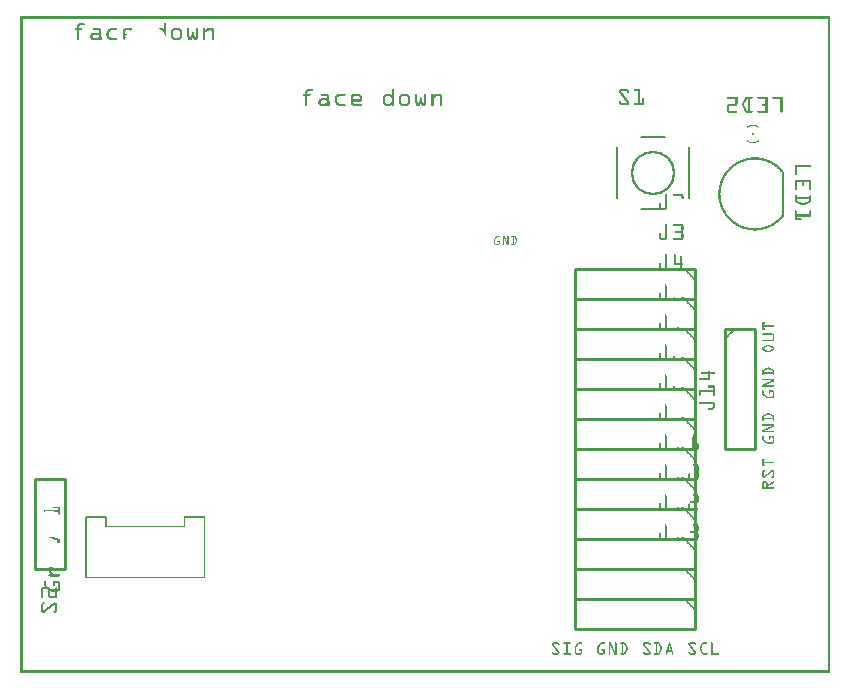
<source format=gto>
G04 MADE WITH FRITZING*
G04 WWW.FRITZING.ORG*
G04 DOUBLE SIDED*
G04 HOLES PLATED*
G04 CONTOUR ON CENTER OF CONTOUR VECTOR*
%ASAXBY*%
%FSLAX23Y23*%
%MOIN*%
%OFA0B0*%
%SFA1.0B1.0*%
%ADD10C,0.148000X0.132*%
%ADD11R,0.007874X0.007874*%
%ADD12C,0.008000*%
%ADD13C,0.010000*%
%ADD14R,0.001000X0.001000*%
%LNSILK1*%
G90*
G70*
G54D10*
X2110Y1668D03*
G54D11*
X2443Y1796D03*
G54D12*
X2230Y1583D02*
X2230Y1753D01*
D02*
X1990Y1753D02*
X1990Y1583D01*
D02*
X2149Y1548D02*
X2070Y1548D01*
D02*
X2150Y1788D02*
X2070Y1788D01*
G54D13*
D02*
X2249Y446D02*
X1849Y446D01*
D02*
X1849Y446D02*
X1849Y346D01*
D02*
X1849Y346D02*
X2249Y346D01*
D02*
X2249Y346D02*
X2249Y446D01*
D02*
X2249Y846D02*
X1849Y846D01*
D02*
X1849Y846D02*
X1849Y746D01*
D02*
X1849Y746D02*
X2249Y746D01*
D02*
X2249Y746D02*
X2249Y846D01*
D02*
X2249Y1246D02*
X1849Y1246D01*
D02*
X1849Y1246D02*
X1849Y1146D01*
D02*
X1849Y1146D02*
X2249Y1146D01*
D02*
X2249Y1146D02*
X2249Y1246D01*
D02*
X2249Y546D02*
X1849Y546D01*
D02*
X1849Y546D02*
X1849Y446D01*
D02*
X1849Y446D02*
X2249Y446D01*
D02*
X2249Y446D02*
X2249Y546D01*
D02*
X2249Y946D02*
X1849Y946D01*
D02*
X1849Y946D02*
X1849Y846D01*
D02*
X1849Y846D02*
X2249Y846D01*
D02*
X2249Y846D02*
X2249Y946D01*
D02*
X2249Y246D02*
X1849Y246D01*
D02*
X1849Y246D02*
X1849Y146D01*
D02*
X1849Y146D02*
X2249Y146D01*
D02*
X2249Y146D02*
X2249Y246D01*
D02*
X2249Y346D02*
X1849Y346D01*
D02*
X1849Y346D02*
X1849Y246D01*
D02*
X1849Y246D02*
X2249Y246D01*
D02*
X2249Y246D02*
X2249Y346D01*
D02*
X2249Y646D02*
X1849Y646D01*
D02*
X1849Y646D02*
X1849Y546D01*
D02*
X1849Y546D02*
X2249Y546D01*
D02*
X2249Y546D02*
X2249Y646D01*
D02*
X2249Y746D02*
X1849Y746D01*
D02*
X1849Y746D02*
X1849Y646D01*
D02*
X1849Y646D02*
X2249Y646D01*
D02*
X2249Y646D02*
X2249Y746D01*
D02*
X2249Y1046D02*
X1849Y1046D01*
D02*
X1849Y1046D02*
X1849Y946D01*
D02*
X1849Y946D02*
X2249Y946D01*
D02*
X2249Y946D02*
X2249Y1046D01*
D02*
X2249Y1146D02*
X1849Y1146D01*
D02*
X1849Y1146D02*
X1849Y1046D01*
D02*
X1849Y1046D02*
X2249Y1046D01*
D02*
X2249Y1046D02*
X2249Y1146D01*
D02*
X2249Y1346D02*
X1849Y1346D01*
D02*
X1849Y1346D02*
X1849Y1246D01*
D02*
X1849Y1246D02*
X2249Y1246D01*
D02*
X2249Y1246D02*
X2249Y1346D01*
D02*
X49Y646D02*
X49Y346D01*
D02*
X49Y346D02*
X149Y346D01*
D02*
X149Y346D02*
X149Y646D01*
D02*
X149Y646D02*
X49Y646D01*
D02*
X2349Y1146D02*
X2349Y746D01*
D02*
X2349Y746D02*
X2449Y746D01*
D02*
X2449Y746D02*
X2449Y1146D01*
D02*
X2449Y1146D02*
X2349Y1146D01*
G54D14*
X0Y2189D02*
X2699Y2189D01*
X0Y2188D02*
X2699Y2188D01*
X0Y2187D02*
X2699Y2187D01*
X0Y2186D02*
X2699Y2186D01*
X0Y2185D02*
X2699Y2185D01*
X0Y2184D02*
X2699Y2184D01*
X0Y2183D02*
X2699Y2183D01*
X0Y2182D02*
X2699Y2182D01*
X0Y2181D02*
X7Y2181D01*
X2692Y2181D02*
X2699Y2181D01*
X0Y2180D02*
X7Y2180D01*
X2692Y2180D02*
X2699Y2180D01*
X0Y2179D02*
X7Y2179D01*
X2692Y2179D02*
X2699Y2179D01*
X0Y2178D02*
X7Y2178D01*
X2692Y2178D02*
X2699Y2178D01*
X0Y2177D02*
X7Y2177D01*
X2692Y2177D02*
X2699Y2177D01*
X0Y2176D02*
X7Y2176D01*
X2692Y2176D02*
X2699Y2176D01*
X0Y2175D02*
X7Y2175D01*
X2692Y2175D02*
X2699Y2175D01*
X0Y2174D02*
X7Y2174D01*
X2692Y2174D02*
X2699Y2174D01*
X0Y2173D02*
X7Y2173D01*
X2692Y2173D02*
X2699Y2173D01*
X0Y2172D02*
X7Y2172D01*
X2692Y2172D02*
X2699Y2172D01*
X0Y2171D02*
X7Y2171D01*
X2692Y2171D02*
X2699Y2171D01*
X0Y2170D02*
X7Y2170D01*
X2692Y2170D02*
X2699Y2170D01*
X0Y2169D02*
X7Y2169D01*
X2692Y2169D02*
X2699Y2169D01*
X0Y2168D02*
X7Y2168D01*
X2692Y2168D02*
X2699Y2168D01*
X0Y2167D02*
X7Y2167D01*
X2692Y2167D02*
X2699Y2167D01*
X0Y2166D02*
X7Y2166D01*
X199Y2166D02*
X212Y2166D01*
X480Y2166D02*
X483Y2166D01*
X2692Y2166D02*
X2699Y2166D01*
X0Y2165D02*
X7Y2165D01*
X196Y2165D02*
X213Y2165D01*
X479Y2165D02*
X484Y2165D01*
X2692Y2165D02*
X2699Y2165D01*
X0Y2164D02*
X7Y2164D01*
X195Y2164D02*
X214Y2164D01*
X479Y2164D02*
X484Y2164D01*
X2692Y2164D02*
X2699Y2164D01*
X0Y2163D02*
X7Y2163D01*
X194Y2163D02*
X214Y2163D01*
X478Y2163D02*
X485Y2163D01*
X2692Y2163D02*
X2699Y2163D01*
X0Y2162D02*
X7Y2162D01*
X193Y2162D02*
X214Y2162D01*
X478Y2162D02*
X485Y2162D01*
X2692Y2162D02*
X2699Y2162D01*
X0Y2161D02*
X7Y2161D01*
X192Y2161D02*
X214Y2161D01*
X478Y2161D02*
X485Y2161D01*
X2692Y2161D02*
X2699Y2161D01*
X0Y2160D02*
X7Y2160D01*
X191Y2160D02*
X213Y2160D01*
X478Y2160D02*
X485Y2160D01*
X2692Y2160D02*
X2699Y2160D01*
X0Y2159D02*
X7Y2159D01*
X190Y2159D02*
X211Y2159D01*
X478Y2159D02*
X485Y2159D01*
X2692Y2159D02*
X2699Y2159D01*
X0Y2158D02*
X7Y2158D01*
X190Y2158D02*
X198Y2158D01*
X478Y2158D02*
X485Y2158D01*
X2692Y2158D02*
X2699Y2158D01*
X0Y2157D02*
X7Y2157D01*
X190Y2157D02*
X197Y2157D01*
X478Y2157D02*
X485Y2157D01*
X2692Y2157D02*
X2699Y2157D01*
X0Y2156D02*
X7Y2156D01*
X189Y2156D02*
X196Y2156D01*
X478Y2156D02*
X485Y2156D01*
X2692Y2156D02*
X2699Y2156D01*
X0Y2155D02*
X7Y2155D01*
X189Y2155D02*
X196Y2155D01*
X478Y2155D02*
X485Y2155D01*
X2692Y2155D02*
X2699Y2155D01*
X0Y2154D02*
X7Y2154D01*
X189Y2154D02*
X196Y2154D01*
X478Y2154D02*
X485Y2154D01*
X2692Y2154D02*
X2699Y2154D01*
X0Y2153D02*
X7Y2153D01*
X189Y2153D02*
X196Y2153D01*
X478Y2153D02*
X485Y2153D01*
X2692Y2153D02*
X2699Y2153D01*
X0Y2152D02*
X7Y2152D01*
X189Y2152D02*
X196Y2152D01*
X478Y2152D02*
X485Y2152D01*
X2692Y2152D02*
X2699Y2152D01*
X0Y2151D02*
X7Y2151D01*
X189Y2151D02*
X196Y2151D01*
X478Y2151D02*
X485Y2151D01*
X2692Y2151D02*
X2699Y2151D01*
X0Y2150D02*
X7Y2150D01*
X184Y2150D02*
X205Y2150D01*
X243Y2150D02*
X261Y2150D01*
X301Y2150D02*
X322Y2150D01*
X351Y2150D02*
X367Y2150D01*
X459Y2150D02*
X471Y2150D01*
X478Y2150D02*
X485Y2150D01*
X513Y2150D02*
X528Y2150D01*
X557Y2150D02*
X560Y2150D01*
X588Y2150D02*
X591Y2150D01*
X612Y2150D02*
X615Y2150D01*
X627Y2150D02*
X638Y2150D01*
X2692Y2150D02*
X2699Y2150D01*
X0Y2149D02*
X7Y2149D01*
X183Y2149D02*
X206Y2149D01*
X242Y2149D02*
X263Y2149D01*
X299Y2149D02*
X323Y2149D01*
X349Y2149D02*
X369Y2149D01*
X460Y2149D02*
X473Y2149D01*
X478Y2149D02*
X485Y2149D01*
X510Y2149D02*
X530Y2149D01*
X556Y2149D02*
X561Y2149D01*
X587Y2149D02*
X592Y2149D01*
X611Y2149D02*
X616Y2149D01*
X625Y2149D02*
X640Y2149D01*
X2692Y2149D02*
X2699Y2149D01*
X0Y2148D02*
X7Y2148D01*
X182Y2148D02*
X206Y2148D01*
X241Y2148D02*
X265Y2148D01*
X298Y2148D02*
X323Y2148D01*
X348Y2148D02*
X371Y2148D01*
X461Y2148D02*
X474Y2148D01*
X478Y2148D02*
X485Y2148D01*
X509Y2148D02*
X532Y2148D01*
X556Y2148D02*
X562Y2148D01*
X587Y2148D02*
X593Y2148D01*
X610Y2148D02*
X616Y2148D01*
X623Y2148D02*
X641Y2148D01*
X2692Y2148D02*
X2699Y2148D01*
X0Y2147D02*
X7Y2147D01*
X182Y2147D02*
X207Y2147D01*
X241Y2147D02*
X266Y2147D01*
X296Y2147D02*
X323Y2147D01*
X347Y2147D02*
X372Y2147D01*
X463Y2147D02*
X476Y2147D01*
X478Y2147D02*
X485Y2147D01*
X508Y2147D02*
X533Y2147D01*
X555Y2147D02*
X562Y2147D01*
X586Y2147D02*
X593Y2147D01*
X610Y2147D02*
X616Y2147D01*
X622Y2147D02*
X642Y2147D01*
X2692Y2147D02*
X2699Y2147D01*
X0Y2146D02*
X7Y2146D01*
X182Y2146D02*
X207Y2146D01*
X241Y2146D02*
X267Y2146D01*
X295Y2146D02*
X323Y2146D01*
X346Y2146D02*
X372Y2146D01*
X464Y2146D02*
X485Y2146D01*
X507Y2146D02*
X534Y2146D01*
X555Y2146D02*
X562Y2146D01*
X586Y2146D02*
X593Y2146D01*
X610Y2146D02*
X616Y2146D01*
X620Y2146D02*
X643Y2146D01*
X2692Y2146D02*
X2699Y2146D01*
X0Y2145D02*
X7Y2145D01*
X182Y2145D02*
X206Y2145D01*
X242Y2145D02*
X267Y2145D01*
X294Y2145D02*
X323Y2145D01*
X344Y2145D02*
X371Y2145D01*
X465Y2145D02*
X485Y2145D01*
X506Y2145D02*
X535Y2145D01*
X555Y2145D02*
X562Y2145D01*
X586Y2145D02*
X593Y2145D01*
X610Y2145D02*
X616Y2145D01*
X619Y2145D02*
X644Y2145D01*
X2692Y2145D02*
X2699Y2145D01*
X0Y2144D02*
X7Y2144D01*
X183Y2144D02*
X205Y2144D01*
X243Y2144D02*
X268Y2144D01*
X293Y2144D02*
X322Y2144D01*
X344Y2144D02*
X369Y2144D01*
X467Y2144D02*
X485Y2144D01*
X505Y2144D02*
X536Y2144D01*
X555Y2144D02*
X562Y2144D01*
X586Y2144D02*
X593Y2144D01*
X610Y2144D02*
X644Y2144D01*
X2692Y2144D02*
X2699Y2144D01*
X0Y2143D02*
X7Y2143D01*
X189Y2143D02*
X196Y2143D01*
X260Y2143D02*
X268Y2143D01*
X292Y2143D02*
X303Y2143D01*
X343Y2143D02*
X353Y2143D01*
X365Y2143D02*
X368Y2143D01*
X469Y2143D02*
X485Y2143D01*
X504Y2143D02*
X514Y2143D01*
X526Y2143D02*
X537Y2143D01*
X556Y2143D02*
X562Y2143D01*
X586Y2143D02*
X593Y2143D01*
X610Y2143D02*
X628Y2143D01*
X636Y2143D02*
X644Y2143D01*
X2692Y2143D02*
X2699Y2143D01*
X0Y2142D02*
X7Y2142D01*
X189Y2142D02*
X196Y2142D01*
X261Y2142D02*
X269Y2142D01*
X291Y2142D02*
X301Y2142D01*
X342Y2142D02*
X351Y2142D01*
X367Y2142D02*
X367Y2142D01*
X471Y2142D02*
X485Y2142D01*
X504Y2142D02*
X513Y2142D01*
X529Y2142D02*
X537Y2142D01*
X556Y2142D02*
X562Y2142D01*
X586Y2142D02*
X593Y2142D01*
X610Y2142D02*
X627Y2142D01*
X637Y2142D02*
X645Y2142D01*
X2692Y2142D02*
X2699Y2142D01*
X0Y2141D02*
X7Y2141D01*
X189Y2141D02*
X196Y2141D01*
X262Y2141D02*
X269Y2141D01*
X290Y2141D02*
X300Y2141D01*
X342Y2141D02*
X350Y2141D01*
X472Y2141D02*
X485Y2141D01*
X503Y2141D02*
X511Y2141D01*
X530Y2141D02*
X538Y2141D01*
X556Y2141D02*
X562Y2141D01*
X586Y2141D02*
X593Y2141D01*
X610Y2141D02*
X625Y2141D01*
X638Y2141D02*
X645Y2141D01*
X2692Y2141D02*
X2699Y2141D01*
X0Y2140D02*
X7Y2140D01*
X189Y2140D02*
X196Y2140D01*
X262Y2140D02*
X269Y2140D01*
X289Y2140D02*
X299Y2140D01*
X342Y2140D02*
X349Y2140D01*
X473Y2140D02*
X485Y2140D01*
X503Y2140D02*
X510Y2140D01*
X531Y2140D02*
X538Y2140D01*
X556Y2140D02*
X562Y2140D01*
X586Y2140D02*
X593Y2140D01*
X610Y2140D02*
X624Y2140D01*
X638Y2140D02*
X645Y2140D01*
X2692Y2140D02*
X2699Y2140D01*
X0Y2139D02*
X7Y2139D01*
X189Y2139D02*
X196Y2139D01*
X262Y2139D02*
X269Y2139D01*
X289Y2139D02*
X298Y2139D01*
X341Y2139D02*
X348Y2139D01*
X474Y2139D02*
X485Y2139D01*
X503Y2139D02*
X510Y2139D01*
X531Y2139D02*
X538Y2139D01*
X556Y2139D02*
X562Y2139D01*
X586Y2139D02*
X593Y2139D01*
X610Y2139D02*
X622Y2139D01*
X639Y2139D02*
X645Y2139D01*
X2692Y2139D02*
X2699Y2139D01*
X0Y2138D02*
X7Y2138D01*
X189Y2138D02*
X196Y2138D01*
X262Y2138D02*
X269Y2138D01*
X288Y2138D02*
X297Y2138D01*
X341Y2138D02*
X348Y2138D01*
X475Y2138D02*
X485Y2138D01*
X503Y2138D02*
X509Y2138D01*
X532Y2138D02*
X538Y2138D01*
X556Y2138D02*
X562Y2138D01*
X586Y2138D02*
X593Y2138D01*
X610Y2138D02*
X621Y2138D01*
X639Y2138D02*
X645Y2138D01*
X2692Y2138D02*
X2699Y2138D01*
X0Y2137D02*
X7Y2137D01*
X189Y2137D02*
X196Y2137D01*
X262Y2137D02*
X269Y2137D01*
X288Y2137D02*
X296Y2137D01*
X341Y2137D02*
X348Y2137D01*
X477Y2137D02*
X485Y2137D01*
X502Y2137D02*
X509Y2137D01*
X532Y2137D02*
X538Y2137D01*
X556Y2137D02*
X562Y2137D01*
X572Y2137D02*
X576Y2137D01*
X586Y2137D02*
X593Y2137D01*
X610Y2137D02*
X619Y2137D01*
X639Y2137D02*
X645Y2137D01*
X2692Y2137D02*
X2699Y2137D01*
X0Y2136D02*
X7Y2136D01*
X189Y2136D02*
X196Y2136D01*
X262Y2136D02*
X269Y2136D01*
X288Y2136D02*
X295Y2136D01*
X341Y2136D02*
X348Y2136D01*
X477Y2136D02*
X485Y2136D01*
X502Y2136D02*
X509Y2136D01*
X532Y2136D02*
X538Y2136D01*
X556Y2136D02*
X562Y2136D01*
X571Y2136D02*
X577Y2136D01*
X586Y2136D02*
X593Y2136D01*
X610Y2136D02*
X618Y2136D01*
X639Y2136D02*
X645Y2136D01*
X2692Y2136D02*
X2699Y2136D01*
X0Y2135D02*
X7Y2135D01*
X189Y2135D02*
X196Y2135D01*
X262Y2135D02*
X269Y2135D01*
X288Y2135D02*
X294Y2135D01*
X341Y2135D02*
X348Y2135D01*
X478Y2135D02*
X485Y2135D01*
X502Y2135D02*
X509Y2135D01*
X532Y2135D02*
X538Y2135D01*
X556Y2135D02*
X562Y2135D01*
X571Y2135D02*
X577Y2135D01*
X586Y2135D02*
X593Y2135D01*
X610Y2135D02*
X616Y2135D01*
X639Y2135D02*
X645Y2135D01*
X2692Y2135D02*
X2699Y2135D01*
X0Y2134D02*
X7Y2134D01*
X189Y2134D02*
X196Y2134D01*
X240Y2134D02*
X269Y2134D01*
X287Y2134D02*
X294Y2134D01*
X341Y2134D02*
X348Y2134D01*
X478Y2134D02*
X485Y2134D01*
X502Y2134D02*
X509Y2134D01*
X532Y2134D02*
X538Y2134D01*
X556Y2134D02*
X562Y2134D01*
X571Y2134D02*
X577Y2134D01*
X586Y2134D02*
X593Y2134D01*
X610Y2134D02*
X616Y2134D01*
X639Y2134D02*
X645Y2134D01*
X2692Y2134D02*
X2699Y2134D01*
X0Y2133D02*
X7Y2133D01*
X189Y2133D02*
X196Y2133D01*
X239Y2133D02*
X269Y2133D01*
X287Y2133D02*
X294Y2133D01*
X341Y2133D02*
X348Y2133D01*
X478Y2133D02*
X485Y2133D01*
X502Y2133D02*
X509Y2133D01*
X532Y2133D02*
X538Y2133D01*
X556Y2133D02*
X562Y2133D01*
X571Y2133D02*
X577Y2133D01*
X586Y2133D02*
X592Y2133D01*
X610Y2133D02*
X616Y2133D01*
X639Y2133D02*
X645Y2133D01*
X2692Y2133D02*
X2699Y2133D01*
X0Y2132D02*
X7Y2132D01*
X189Y2132D02*
X196Y2132D01*
X237Y2132D02*
X269Y2132D01*
X287Y2132D02*
X294Y2132D01*
X341Y2132D02*
X348Y2132D01*
X478Y2132D02*
X485Y2132D01*
X502Y2132D02*
X509Y2132D01*
X532Y2132D02*
X538Y2132D01*
X556Y2132D02*
X562Y2132D01*
X571Y2132D02*
X577Y2132D01*
X586Y2132D02*
X592Y2132D01*
X610Y2132D02*
X616Y2132D01*
X639Y2132D02*
X645Y2132D01*
X2692Y2132D02*
X2699Y2132D01*
X0Y2131D02*
X7Y2131D01*
X189Y2131D02*
X196Y2131D01*
X237Y2131D02*
X269Y2131D01*
X287Y2131D02*
X294Y2131D01*
X341Y2131D02*
X357Y2131D01*
X479Y2131D02*
X485Y2131D01*
X502Y2131D02*
X509Y2131D01*
X532Y2131D02*
X538Y2131D01*
X556Y2131D02*
X562Y2131D01*
X571Y2131D02*
X577Y2131D01*
X586Y2131D02*
X592Y2131D01*
X610Y2131D02*
X616Y2131D01*
X639Y2131D02*
X645Y2131D01*
X2692Y2131D02*
X2699Y2131D01*
X0Y2130D02*
X7Y2130D01*
X189Y2130D02*
X196Y2130D01*
X236Y2130D02*
X269Y2130D01*
X287Y2130D02*
X294Y2130D01*
X341Y2130D02*
X357Y2130D01*
X479Y2130D02*
X485Y2130D01*
X502Y2130D02*
X509Y2130D01*
X532Y2130D02*
X538Y2130D01*
X556Y2130D02*
X562Y2130D01*
X571Y2130D02*
X577Y2130D01*
X586Y2130D02*
X592Y2130D01*
X610Y2130D02*
X616Y2130D01*
X639Y2130D02*
X645Y2130D01*
X2692Y2130D02*
X2699Y2130D01*
X0Y2129D02*
X7Y2129D01*
X189Y2129D02*
X196Y2129D01*
X235Y2129D02*
X269Y2129D01*
X287Y2129D02*
X294Y2129D01*
X341Y2129D02*
X356Y2129D01*
X480Y2129D02*
X485Y2129D01*
X502Y2129D02*
X509Y2129D01*
X532Y2129D02*
X538Y2129D01*
X556Y2129D02*
X563Y2129D01*
X571Y2129D02*
X577Y2129D01*
X586Y2129D02*
X592Y2129D01*
X610Y2129D02*
X616Y2129D01*
X639Y2129D02*
X645Y2129D01*
X2692Y2129D02*
X2699Y2129D01*
X0Y2128D02*
X7Y2128D01*
X189Y2128D02*
X196Y2128D01*
X235Y2128D02*
X269Y2128D01*
X287Y2128D02*
X294Y2128D01*
X341Y2128D02*
X355Y2128D01*
X481Y2128D02*
X485Y2128D01*
X502Y2128D02*
X509Y2128D01*
X532Y2128D02*
X538Y2128D01*
X556Y2128D02*
X563Y2128D01*
X571Y2128D02*
X577Y2128D01*
X586Y2128D02*
X592Y2128D01*
X610Y2128D02*
X616Y2128D01*
X639Y2128D02*
X645Y2128D01*
X2692Y2128D02*
X2699Y2128D01*
X0Y2127D02*
X7Y2127D01*
X189Y2127D02*
X196Y2127D01*
X234Y2127D02*
X242Y2127D01*
X261Y2127D02*
X269Y2127D01*
X287Y2127D02*
X294Y2127D01*
X341Y2127D02*
X354Y2127D01*
X481Y2127D02*
X485Y2127D01*
X502Y2127D02*
X509Y2127D01*
X532Y2127D02*
X538Y2127D01*
X556Y2127D02*
X563Y2127D01*
X571Y2127D02*
X577Y2127D01*
X586Y2127D02*
X592Y2127D01*
X610Y2127D02*
X616Y2127D01*
X639Y2127D02*
X645Y2127D01*
X2692Y2127D02*
X2699Y2127D01*
X0Y2126D02*
X7Y2126D01*
X189Y2126D02*
X196Y2126D01*
X234Y2126D02*
X241Y2126D01*
X262Y2126D02*
X269Y2126D01*
X287Y2126D02*
X294Y2126D01*
X341Y2126D02*
X354Y2126D01*
X482Y2126D02*
X485Y2126D01*
X502Y2126D02*
X509Y2126D01*
X532Y2126D02*
X538Y2126D01*
X556Y2126D02*
X563Y2126D01*
X571Y2126D02*
X577Y2126D01*
X586Y2126D02*
X592Y2126D01*
X610Y2126D02*
X616Y2126D01*
X639Y2126D02*
X645Y2126D01*
X2692Y2126D02*
X2699Y2126D01*
X0Y2125D02*
X7Y2125D01*
X189Y2125D02*
X196Y2125D01*
X234Y2125D02*
X241Y2125D01*
X263Y2125D02*
X269Y2125D01*
X287Y2125D02*
X294Y2125D01*
X341Y2125D02*
X353Y2125D01*
X483Y2125D02*
X485Y2125D01*
X502Y2125D02*
X509Y2125D01*
X532Y2125D02*
X538Y2125D01*
X556Y2125D02*
X563Y2125D01*
X570Y2125D02*
X578Y2125D01*
X586Y2125D02*
X592Y2125D01*
X610Y2125D02*
X616Y2125D01*
X639Y2125D02*
X645Y2125D01*
X2692Y2125D02*
X2699Y2125D01*
X0Y2124D02*
X7Y2124D01*
X189Y2124D02*
X196Y2124D01*
X234Y2124D02*
X240Y2124D01*
X263Y2124D02*
X269Y2124D01*
X288Y2124D02*
X294Y2124D01*
X341Y2124D02*
X348Y2124D01*
X483Y2124D02*
X485Y2124D01*
X502Y2124D02*
X509Y2124D01*
X532Y2124D02*
X538Y2124D01*
X556Y2124D02*
X563Y2124D01*
X570Y2124D02*
X578Y2124D01*
X585Y2124D02*
X592Y2124D01*
X610Y2124D02*
X616Y2124D01*
X639Y2124D02*
X646Y2124D01*
X2692Y2124D02*
X2699Y2124D01*
X0Y2123D02*
X7Y2123D01*
X189Y2123D02*
X196Y2123D01*
X234Y2123D02*
X240Y2123D01*
X263Y2123D02*
X269Y2123D01*
X288Y2123D02*
X295Y2123D01*
X341Y2123D02*
X348Y2123D01*
X484Y2123D02*
X485Y2123D01*
X502Y2123D02*
X509Y2123D01*
X532Y2123D02*
X538Y2123D01*
X557Y2123D02*
X563Y2123D01*
X569Y2123D02*
X579Y2123D01*
X585Y2123D02*
X592Y2123D01*
X610Y2123D02*
X616Y2123D01*
X639Y2123D02*
X646Y2123D01*
X2692Y2123D02*
X2699Y2123D01*
X0Y2122D02*
X7Y2122D01*
X189Y2122D02*
X196Y2122D01*
X234Y2122D02*
X240Y2122D01*
X263Y2122D02*
X269Y2122D01*
X288Y2122D02*
X296Y2122D01*
X341Y2122D02*
X348Y2122D01*
X485Y2122D02*
X485Y2122D01*
X502Y2122D02*
X509Y2122D01*
X532Y2122D02*
X538Y2122D01*
X557Y2122D02*
X564Y2122D01*
X569Y2122D02*
X580Y2122D01*
X585Y2122D02*
X592Y2122D01*
X610Y2122D02*
X616Y2122D01*
X639Y2122D02*
X646Y2122D01*
X2692Y2122D02*
X2699Y2122D01*
X0Y2121D02*
X7Y2121D01*
X189Y2121D02*
X196Y2121D01*
X234Y2121D02*
X240Y2121D01*
X263Y2121D02*
X269Y2121D01*
X288Y2121D02*
X297Y2121D01*
X341Y2121D02*
X348Y2121D01*
X485Y2121D02*
X485Y2121D01*
X503Y2121D02*
X509Y2121D01*
X532Y2121D02*
X538Y2121D01*
X557Y2121D02*
X564Y2121D01*
X568Y2121D02*
X580Y2121D01*
X584Y2121D02*
X591Y2121D01*
X610Y2121D02*
X616Y2121D01*
X639Y2121D02*
X646Y2121D01*
X2692Y2121D02*
X2699Y2121D01*
X0Y2120D02*
X7Y2120D01*
X189Y2120D02*
X196Y2120D01*
X234Y2120D02*
X240Y2120D01*
X262Y2120D02*
X269Y2120D01*
X289Y2120D02*
X298Y2120D01*
X341Y2120D02*
X348Y2120D01*
X485Y2120D02*
X485Y2120D01*
X503Y2120D02*
X510Y2120D01*
X531Y2120D02*
X538Y2120D01*
X557Y2120D02*
X564Y2120D01*
X568Y2120D02*
X581Y2120D01*
X584Y2120D02*
X591Y2120D01*
X610Y2120D02*
X616Y2120D01*
X639Y2120D02*
X646Y2120D01*
X2692Y2120D02*
X2699Y2120D01*
X0Y2119D02*
X7Y2119D01*
X189Y2119D02*
X196Y2119D01*
X234Y2119D02*
X240Y2119D01*
X260Y2119D02*
X270Y2119D01*
X289Y2119D02*
X299Y2119D01*
X342Y2119D02*
X349Y2119D01*
X503Y2119D02*
X510Y2119D01*
X530Y2119D02*
X538Y2119D01*
X558Y2119D02*
X565Y2119D01*
X567Y2119D02*
X581Y2119D01*
X584Y2119D02*
X591Y2119D01*
X610Y2119D02*
X616Y2119D01*
X639Y2119D02*
X646Y2119D01*
X2692Y2119D02*
X2699Y2119D01*
X0Y2118D02*
X7Y2118D01*
X189Y2118D02*
X196Y2118D01*
X234Y2118D02*
X241Y2118D01*
X258Y2118D02*
X270Y2118D01*
X290Y2118D02*
X300Y2118D01*
X342Y2118D02*
X350Y2118D01*
X503Y2118D02*
X511Y2118D01*
X529Y2118D02*
X538Y2118D01*
X558Y2118D02*
X590Y2118D01*
X610Y2118D02*
X616Y2118D01*
X639Y2118D02*
X646Y2118D01*
X2692Y2118D02*
X2699Y2118D01*
X0Y2117D02*
X7Y2117D01*
X189Y2117D02*
X196Y2117D01*
X234Y2117D02*
X241Y2117D01*
X257Y2117D02*
X270Y2117D01*
X291Y2117D02*
X301Y2117D01*
X342Y2117D02*
X349Y2117D01*
X504Y2117D02*
X513Y2117D01*
X528Y2117D02*
X537Y2117D01*
X558Y2117D02*
X590Y2117D01*
X610Y2117D02*
X616Y2117D01*
X639Y2117D02*
X646Y2117D01*
X2692Y2117D02*
X2699Y2117D01*
X0Y2116D02*
X7Y2116D01*
X189Y2116D02*
X196Y2116D01*
X234Y2116D02*
X244Y2116D01*
X255Y2116D02*
X270Y2116D01*
X292Y2116D02*
X304Y2116D01*
X343Y2116D02*
X349Y2116D01*
X504Y2116D02*
X515Y2116D01*
X526Y2116D02*
X537Y2116D01*
X559Y2116D02*
X573Y2116D01*
X575Y2116D02*
X590Y2116D01*
X610Y2116D02*
X616Y2116D01*
X639Y2116D02*
X646Y2116D01*
X2692Y2116D02*
X2699Y2116D01*
X0Y2115D02*
X7Y2115D01*
X189Y2115D02*
X196Y2115D01*
X235Y2115D02*
X270Y2115D01*
X293Y2115D02*
X322Y2115D01*
X344Y2115D02*
X348Y2115D01*
X505Y2115D02*
X536Y2115D01*
X559Y2115D02*
X572Y2115D01*
X576Y2115D02*
X590Y2115D01*
X610Y2115D02*
X616Y2115D01*
X639Y2115D02*
X646Y2115D01*
X2692Y2115D02*
X2699Y2115D01*
X0Y2114D02*
X7Y2114D01*
X189Y2114D02*
X196Y2114D01*
X235Y2114D02*
X270Y2114D01*
X294Y2114D02*
X323Y2114D01*
X345Y2114D02*
X348Y2114D01*
X506Y2114D02*
X535Y2114D01*
X559Y2114D02*
X572Y2114D01*
X577Y2114D02*
X589Y2114D01*
X610Y2114D02*
X616Y2114D01*
X639Y2114D02*
X646Y2114D01*
X2692Y2114D02*
X2699Y2114D01*
X0Y2113D02*
X7Y2113D01*
X189Y2113D02*
X196Y2113D01*
X236Y2113D02*
X270Y2113D01*
X296Y2113D02*
X323Y2113D01*
X346Y2113D02*
X347Y2113D01*
X507Y2113D02*
X534Y2113D01*
X559Y2113D02*
X571Y2113D01*
X577Y2113D02*
X589Y2113D01*
X610Y2113D02*
X616Y2113D01*
X639Y2113D02*
X646Y2113D01*
X2692Y2113D02*
X2699Y2113D01*
X0Y2112D02*
X7Y2112D01*
X189Y2112D02*
X196Y2112D01*
X237Y2112D02*
X270Y2112D01*
X297Y2112D02*
X323Y2112D01*
X347Y2112D02*
X347Y2112D01*
X508Y2112D02*
X533Y2112D01*
X560Y2112D02*
X571Y2112D01*
X578Y2112D02*
X589Y2112D01*
X610Y2112D02*
X616Y2112D01*
X639Y2112D02*
X646Y2112D01*
X2692Y2112D02*
X2699Y2112D01*
X0Y2111D02*
X7Y2111D01*
X189Y2111D02*
X195Y2111D01*
X238Y2111D02*
X260Y2111D01*
X263Y2111D02*
X270Y2111D01*
X298Y2111D02*
X323Y2111D01*
X509Y2111D02*
X532Y2111D01*
X560Y2111D02*
X570Y2111D01*
X578Y2111D02*
X588Y2111D01*
X610Y2111D02*
X616Y2111D01*
X640Y2111D02*
X646Y2111D01*
X2692Y2111D02*
X2699Y2111D01*
X0Y2110D02*
X7Y2110D01*
X190Y2110D02*
X195Y2110D01*
X239Y2110D02*
X259Y2110D01*
X264Y2110D02*
X269Y2110D01*
X299Y2110D02*
X323Y2110D01*
X511Y2110D02*
X530Y2110D01*
X561Y2110D02*
X569Y2110D01*
X579Y2110D02*
X588Y2110D01*
X611Y2110D02*
X616Y2110D01*
X640Y2110D02*
X645Y2110D01*
X2692Y2110D02*
X2699Y2110D01*
X0Y2109D02*
X7Y2109D01*
X191Y2109D02*
X194Y2109D01*
X241Y2109D02*
X257Y2109D01*
X265Y2109D02*
X268Y2109D01*
X301Y2109D02*
X322Y2109D01*
X513Y2109D02*
X528Y2109D01*
X562Y2109D02*
X568Y2109D01*
X580Y2109D02*
X587Y2109D01*
X612Y2109D02*
X615Y2109D01*
X641Y2109D02*
X644Y2109D01*
X2692Y2109D02*
X2699Y2109D01*
X0Y2108D02*
X7Y2108D01*
X2692Y2108D02*
X2699Y2108D01*
X0Y2107D02*
X7Y2107D01*
X2692Y2107D02*
X2699Y2107D01*
X0Y2106D02*
X7Y2106D01*
X2692Y2106D02*
X2699Y2106D01*
X0Y2105D02*
X7Y2105D01*
X2692Y2105D02*
X2699Y2105D01*
X0Y2104D02*
X7Y2104D01*
X2692Y2104D02*
X2699Y2104D01*
X0Y2103D02*
X7Y2103D01*
X2692Y2103D02*
X2699Y2103D01*
X0Y2102D02*
X7Y2102D01*
X2692Y2102D02*
X2699Y2102D01*
X0Y2101D02*
X7Y2101D01*
X2692Y2101D02*
X2699Y2101D01*
X0Y2100D02*
X7Y2100D01*
X2692Y2100D02*
X2699Y2100D01*
X0Y2099D02*
X7Y2099D01*
X2692Y2099D02*
X2699Y2099D01*
X0Y2098D02*
X7Y2098D01*
X2692Y2098D02*
X2699Y2098D01*
X0Y2097D02*
X7Y2097D01*
X2692Y2097D02*
X2699Y2097D01*
X0Y2096D02*
X7Y2096D01*
X2692Y2096D02*
X2699Y2096D01*
X0Y2095D02*
X7Y2095D01*
X2692Y2095D02*
X2699Y2095D01*
X0Y2094D02*
X7Y2094D01*
X2692Y2094D02*
X2699Y2094D01*
X0Y2093D02*
X7Y2093D01*
X2692Y2093D02*
X2699Y2093D01*
X0Y2092D02*
X7Y2092D01*
X2692Y2092D02*
X2699Y2092D01*
X0Y2091D02*
X7Y2091D01*
X2692Y2091D02*
X2699Y2091D01*
X0Y2090D02*
X7Y2090D01*
X2692Y2090D02*
X2699Y2090D01*
X0Y2089D02*
X7Y2089D01*
X2692Y2089D02*
X2699Y2089D01*
X0Y2088D02*
X7Y2088D01*
X2692Y2088D02*
X2699Y2088D01*
X0Y2087D02*
X7Y2087D01*
X2692Y2087D02*
X2699Y2087D01*
X0Y2086D02*
X7Y2086D01*
X2692Y2086D02*
X2699Y2086D01*
X0Y2085D02*
X7Y2085D01*
X2692Y2085D02*
X2699Y2085D01*
X0Y2084D02*
X7Y2084D01*
X2692Y2084D02*
X2699Y2084D01*
X0Y2083D02*
X7Y2083D01*
X2692Y2083D02*
X2699Y2083D01*
X0Y2082D02*
X7Y2082D01*
X2692Y2082D02*
X2699Y2082D01*
X0Y2081D02*
X7Y2081D01*
X2692Y2081D02*
X2699Y2081D01*
X0Y2080D02*
X7Y2080D01*
X2692Y2080D02*
X2699Y2080D01*
X0Y2079D02*
X7Y2079D01*
X2692Y2079D02*
X2699Y2079D01*
X0Y2078D02*
X7Y2078D01*
X2692Y2078D02*
X2699Y2078D01*
X0Y2077D02*
X7Y2077D01*
X2692Y2077D02*
X2699Y2077D01*
X0Y2076D02*
X7Y2076D01*
X2692Y2076D02*
X2699Y2076D01*
X0Y2075D02*
X7Y2075D01*
X2692Y2075D02*
X2699Y2075D01*
X0Y2074D02*
X7Y2074D01*
X2692Y2074D02*
X2699Y2074D01*
X0Y2073D02*
X7Y2073D01*
X2692Y2073D02*
X2699Y2073D01*
X0Y2072D02*
X7Y2072D01*
X2692Y2072D02*
X2699Y2072D01*
X0Y2071D02*
X7Y2071D01*
X2692Y2071D02*
X2699Y2071D01*
X0Y2070D02*
X7Y2070D01*
X2692Y2070D02*
X2699Y2070D01*
X0Y2069D02*
X7Y2069D01*
X2692Y2069D02*
X2699Y2069D01*
X0Y2068D02*
X7Y2068D01*
X2692Y2068D02*
X2699Y2068D01*
X0Y2067D02*
X7Y2067D01*
X2692Y2067D02*
X2699Y2067D01*
X0Y2066D02*
X7Y2066D01*
X2692Y2066D02*
X2699Y2066D01*
X0Y2065D02*
X7Y2065D01*
X2692Y2065D02*
X2699Y2065D01*
X0Y2064D02*
X7Y2064D01*
X2692Y2064D02*
X2699Y2064D01*
X0Y2063D02*
X7Y2063D01*
X2692Y2063D02*
X2699Y2063D01*
X0Y2062D02*
X7Y2062D01*
X2692Y2062D02*
X2699Y2062D01*
X0Y2061D02*
X7Y2061D01*
X2692Y2061D02*
X2699Y2061D01*
X0Y2060D02*
X7Y2060D01*
X2692Y2060D02*
X2699Y2060D01*
X0Y2059D02*
X7Y2059D01*
X2692Y2059D02*
X2699Y2059D01*
X0Y2058D02*
X7Y2058D01*
X2692Y2058D02*
X2699Y2058D01*
X0Y2057D02*
X7Y2057D01*
X2692Y2057D02*
X2699Y2057D01*
X0Y2056D02*
X7Y2056D01*
X2692Y2056D02*
X2699Y2056D01*
X0Y2055D02*
X7Y2055D01*
X2692Y2055D02*
X2699Y2055D01*
X0Y2054D02*
X7Y2054D01*
X2692Y2054D02*
X2699Y2054D01*
X0Y2053D02*
X7Y2053D01*
X2692Y2053D02*
X2699Y2053D01*
X0Y2052D02*
X7Y2052D01*
X2692Y2052D02*
X2699Y2052D01*
X0Y2051D02*
X7Y2051D01*
X2692Y2051D02*
X2699Y2051D01*
X0Y2050D02*
X7Y2050D01*
X2692Y2050D02*
X2699Y2050D01*
X0Y2049D02*
X7Y2049D01*
X2692Y2049D02*
X2699Y2049D01*
X0Y2048D02*
X7Y2048D01*
X2692Y2048D02*
X2699Y2048D01*
X0Y2047D02*
X7Y2047D01*
X2692Y2047D02*
X2699Y2047D01*
X0Y2046D02*
X7Y2046D01*
X2692Y2046D02*
X2699Y2046D01*
X0Y2045D02*
X7Y2045D01*
X2692Y2045D02*
X2699Y2045D01*
X0Y2044D02*
X7Y2044D01*
X2692Y2044D02*
X2699Y2044D01*
X0Y2043D02*
X7Y2043D01*
X2692Y2043D02*
X2699Y2043D01*
X0Y2042D02*
X7Y2042D01*
X2692Y2042D02*
X2699Y2042D01*
X0Y2041D02*
X7Y2041D01*
X2692Y2041D02*
X2699Y2041D01*
X0Y2040D02*
X7Y2040D01*
X2692Y2040D02*
X2699Y2040D01*
X0Y2039D02*
X7Y2039D01*
X2692Y2039D02*
X2699Y2039D01*
X0Y2038D02*
X7Y2038D01*
X2692Y2038D02*
X2699Y2038D01*
X0Y2037D02*
X7Y2037D01*
X2692Y2037D02*
X2699Y2037D01*
X0Y2036D02*
X7Y2036D01*
X2692Y2036D02*
X2699Y2036D01*
X0Y2035D02*
X7Y2035D01*
X2692Y2035D02*
X2699Y2035D01*
X0Y2034D02*
X7Y2034D01*
X2692Y2034D02*
X2699Y2034D01*
X0Y2033D02*
X7Y2033D01*
X2692Y2033D02*
X2699Y2033D01*
X0Y2032D02*
X7Y2032D01*
X2692Y2032D02*
X2699Y2032D01*
X0Y2031D02*
X7Y2031D01*
X2692Y2031D02*
X2699Y2031D01*
X0Y2030D02*
X7Y2030D01*
X2692Y2030D02*
X2699Y2030D01*
X0Y2029D02*
X7Y2029D01*
X2692Y2029D02*
X2699Y2029D01*
X0Y2028D02*
X7Y2028D01*
X2692Y2028D02*
X2699Y2028D01*
X0Y2027D02*
X7Y2027D01*
X2692Y2027D02*
X2699Y2027D01*
X0Y2026D02*
X7Y2026D01*
X2692Y2026D02*
X2699Y2026D01*
X0Y2025D02*
X7Y2025D01*
X2692Y2025D02*
X2699Y2025D01*
X0Y2024D02*
X7Y2024D01*
X2692Y2024D02*
X2699Y2024D01*
X0Y2023D02*
X7Y2023D01*
X2692Y2023D02*
X2699Y2023D01*
X0Y2022D02*
X7Y2022D01*
X2692Y2022D02*
X2699Y2022D01*
X0Y2021D02*
X7Y2021D01*
X2692Y2021D02*
X2699Y2021D01*
X0Y2020D02*
X7Y2020D01*
X2692Y2020D02*
X2699Y2020D01*
X0Y2019D02*
X7Y2019D01*
X2692Y2019D02*
X2699Y2019D01*
X0Y2018D02*
X7Y2018D01*
X2692Y2018D02*
X2699Y2018D01*
X0Y2017D02*
X7Y2017D01*
X2692Y2017D02*
X2699Y2017D01*
X0Y2016D02*
X7Y2016D01*
X2692Y2016D02*
X2699Y2016D01*
X0Y2015D02*
X7Y2015D01*
X2692Y2015D02*
X2699Y2015D01*
X0Y2014D02*
X7Y2014D01*
X2692Y2014D02*
X2699Y2014D01*
X0Y2013D02*
X7Y2013D01*
X2692Y2013D02*
X2699Y2013D01*
X0Y2012D02*
X7Y2012D01*
X2692Y2012D02*
X2699Y2012D01*
X0Y2011D02*
X7Y2011D01*
X2692Y2011D02*
X2699Y2011D01*
X0Y2010D02*
X7Y2010D01*
X2692Y2010D02*
X2699Y2010D01*
X0Y2009D02*
X7Y2009D01*
X2692Y2009D02*
X2699Y2009D01*
X0Y2008D02*
X7Y2008D01*
X2692Y2008D02*
X2699Y2008D01*
X0Y2007D02*
X7Y2007D01*
X2692Y2007D02*
X2699Y2007D01*
X0Y2006D02*
X7Y2006D01*
X2692Y2006D02*
X2699Y2006D01*
X0Y2005D02*
X7Y2005D01*
X2692Y2005D02*
X2699Y2005D01*
X0Y2004D02*
X7Y2004D01*
X2692Y2004D02*
X2699Y2004D01*
X0Y2003D02*
X7Y2003D01*
X2692Y2003D02*
X2699Y2003D01*
X0Y2002D02*
X7Y2002D01*
X2692Y2002D02*
X2699Y2002D01*
X0Y2001D02*
X7Y2001D01*
X2692Y2001D02*
X2699Y2001D01*
X0Y2000D02*
X7Y2000D01*
X2692Y2000D02*
X2699Y2000D01*
X0Y1999D02*
X7Y1999D01*
X2692Y1999D02*
X2699Y1999D01*
X0Y1998D02*
X7Y1998D01*
X2692Y1998D02*
X2699Y1998D01*
X0Y1997D02*
X7Y1997D01*
X2692Y1997D02*
X2699Y1997D01*
X0Y1996D02*
X7Y1996D01*
X2692Y1996D02*
X2699Y1996D01*
X0Y1995D02*
X7Y1995D01*
X2692Y1995D02*
X2699Y1995D01*
X0Y1994D02*
X7Y1994D01*
X2692Y1994D02*
X2699Y1994D01*
X0Y1993D02*
X7Y1993D01*
X2692Y1993D02*
X2699Y1993D01*
X0Y1992D02*
X7Y1992D01*
X2692Y1992D02*
X2699Y1992D01*
X0Y1991D02*
X7Y1991D01*
X2692Y1991D02*
X2699Y1991D01*
X0Y1990D02*
X7Y1990D01*
X2692Y1990D02*
X2699Y1990D01*
X0Y1989D02*
X7Y1989D01*
X2692Y1989D02*
X2699Y1989D01*
X0Y1988D02*
X7Y1988D01*
X2692Y1988D02*
X2699Y1988D01*
X0Y1987D02*
X7Y1987D01*
X2692Y1987D02*
X2699Y1987D01*
X0Y1986D02*
X7Y1986D01*
X2692Y1986D02*
X2699Y1986D01*
X0Y1985D02*
X7Y1985D01*
X2692Y1985D02*
X2699Y1985D01*
X0Y1984D02*
X7Y1984D01*
X2692Y1984D02*
X2699Y1984D01*
X0Y1983D02*
X7Y1983D01*
X2692Y1983D02*
X2699Y1983D01*
X0Y1982D02*
X7Y1982D01*
X2692Y1982D02*
X2699Y1982D01*
X0Y1981D02*
X7Y1981D01*
X2692Y1981D02*
X2699Y1981D01*
X0Y1980D02*
X7Y1980D01*
X2692Y1980D02*
X2699Y1980D01*
X0Y1979D02*
X7Y1979D01*
X2692Y1979D02*
X2699Y1979D01*
X0Y1978D02*
X7Y1978D01*
X2692Y1978D02*
X2699Y1978D01*
X0Y1977D02*
X7Y1977D01*
X2692Y1977D02*
X2699Y1977D01*
X0Y1976D02*
X7Y1976D01*
X2692Y1976D02*
X2699Y1976D01*
X0Y1975D02*
X7Y1975D01*
X2692Y1975D02*
X2699Y1975D01*
X0Y1974D02*
X7Y1974D01*
X2692Y1974D02*
X2699Y1974D01*
X0Y1973D02*
X7Y1973D01*
X2692Y1973D02*
X2699Y1973D01*
X0Y1972D02*
X7Y1972D01*
X2692Y1972D02*
X2699Y1972D01*
X0Y1971D02*
X7Y1971D01*
X2692Y1971D02*
X2699Y1971D01*
X0Y1970D02*
X7Y1970D01*
X2692Y1970D02*
X2699Y1970D01*
X0Y1969D02*
X7Y1969D01*
X2692Y1969D02*
X2699Y1969D01*
X0Y1968D02*
X7Y1968D01*
X2692Y1968D02*
X2699Y1968D01*
X0Y1967D02*
X7Y1967D01*
X2692Y1967D02*
X2699Y1967D01*
X0Y1966D02*
X7Y1966D01*
X2692Y1966D02*
X2699Y1966D01*
X0Y1965D02*
X7Y1965D01*
X2692Y1965D02*
X2699Y1965D01*
X0Y1964D02*
X7Y1964D01*
X2692Y1964D02*
X2699Y1964D01*
X0Y1963D02*
X7Y1963D01*
X2692Y1963D02*
X2699Y1963D01*
X0Y1962D02*
X7Y1962D01*
X2692Y1962D02*
X2699Y1962D01*
X0Y1961D02*
X7Y1961D01*
X2692Y1961D02*
X2699Y1961D01*
X0Y1960D02*
X7Y1960D01*
X2692Y1960D02*
X2699Y1960D01*
X0Y1959D02*
X7Y1959D01*
X2692Y1959D02*
X2699Y1959D01*
X0Y1958D02*
X7Y1958D01*
X2692Y1958D02*
X2699Y1958D01*
X0Y1957D02*
X7Y1957D01*
X2692Y1957D02*
X2699Y1957D01*
X0Y1956D02*
X7Y1956D01*
X2692Y1956D02*
X2699Y1956D01*
X0Y1955D02*
X7Y1955D01*
X2692Y1955D02*
X2699Y1955D01*
X0Y1954D02*
X7Y1954D01*
X2692Y1954D02*
X2699Y1954D01*
X0Y1953D02*
X7Y1953D01*
X2692Y1953D02*
X2699Y1953D01*
X0Y1952D02*
X7Y1952D01*
X2692Y1952D02*
X2699Y1952D01*
X0Y1951D02*
X7Y1951D01*
X2692Y1951D02*
X2699Y1951D01*
X0Y1950D02*
X7Y1950D01*
X2692Y1950D02*
X2699Y1950D01*
X0Y1949D02*
X7Y1949D01*
X2692Y1949D02*
X2699Y1949D01*
X0Y1948D02*
X7Y1948D01*
X2692Y1948D02*
X2699Y1948D01*
X0Y1947D02*
X7Y1947D01*
X962Y1947D02*
X971Y1947D01*
X1242Y1947D02*
X1242Y1947D01*
X2692Y1947D02*
X2699Y1947D01*
X0Y1946D02*
X7Y1946D01*
X957Y1946D02*
X973Y1946D01*
X1240Y1946D02*
X1244Y1946D01*
X2000Y1946D02*
X2023Y1946D01*
X2047Y1946D02*
X2066Y1946D01*
X2692Y1946D02*
X2699Y1946D01*
X0Y1945D02*
X7Y1945D01*
X955Y1945D02*
X974Y1945D01*
X1239Y1945D02*
X1245Y1945D01*
X1999Y1945D02*
X2025Y1945D01*
X2046Y1945D02*
X2066Y1945D01*
X2692Y1945D02*
X2699Y1945D01*
X0Y1944D02*
X7Y1944D01*
X954Y1944D02*
X974Y1944D01*
X1239Y1944D02*
X1245Y1944D01*
X1998Y1944D02*
X2026Y1944D01*
X2046Y1944D02*
X2066Y1944D01*
X2692Y1944D02*
X2699Y1944D01*
X0Y1943D02*
X7Y1943D01*
X953Y1943D02*
X974Y1943D01*
X1238Y1943D02*
X1245Y1943D01*
X1997Y1943D02*
X2027Y1943D01*
X2046Y1943D02*
X2066Y1943D01*
X2692Y1943D02*
X2699Y1943D01*
X0Y1942D02*
X7Y1942D01*
X952Y1942D02*
X974Y1942D01*
X1238Y1942D02*
X1245Y1942D01*
X1996Y1942D02*
X2028Y1942D01*
X2046Y1942D02*
X2066Y1942D01*
X2692Y1942D02*
X2699Y1942D01*
X0Y1941D02*
X7Y1941D01*
X951Y1941D02*
X973Y1941D01*
X1238Y1941D02*
X1245Y1941D01*
X1996Y1941D02*
X2028Y1941D01*
X2047Y1941D02*
X2066Y1941D01*
X2692Y1941D02*
X2699Y1941D01*
X0Y1940D02*
X7Y1940D01*
X951Y1940D02*
X972Y1940D01*
X1238Y1940D02*
X1245Y1940D01*
X1996Y1940D02*
X2029Y1940D01*
X2048Y1940D02*
X2066Y1940D01*
X2692Y1940D02*
X2699Y1940D01*
X0Y1939D02*
X7Y1939D01*
X950Y1939D02*
X959Y1939D01*
X1238Y1939D02*
X1245Y1939D01*
X1996Y1939D02*
X2002Y1939D01*
X2022Y1939D02*
X2029Y1939D01*
X2060Y1939D02*
X2066Y1939D01*
X2692Y1939D02*
X2699Y1939D01*
X0Y1938D02*
X7Y1938D01*
X950Y1938D02*
X958Y1938D01*
X1238Y1938D02*
X1245Y1938D01*
X1996Y1938D02*
X2002Y1938D01*
X2023Y1938D02*
X2029Y1938D01*
X2060Y1938D02*
X2066Y1938D01*
X2692Y1938D02*
X2699Y1938D01*
X0Y1937D02*
X7Y1937D01*
X950Y1937D02*
X957Y1937D01*
X1238Y1937D02*
X1245Y1937D01*
X1996Y1937D02*
X2003Y1937D01*
X2023Y1937D02*
X2029Y1937D01*
X2060Y1937D02*
X2066Y1937D01*
X2692Y1937D02*
X2699Y1937D01*
X0Y1936D02*
X7Y1936D01*
X950Y1936D02*
X956Y1936D01*
X1238Y1936D02*
X1245Y1936D01*
X1996Y1936D02*
X2004Y1936D01*
X2024Y1936D02*
X2029Y1936D01*
X2060Y1936D02*
X2066Y1936D01*
X2692Y1936D02*
X2699Y1936D01*
X0Y1935D02*
X7Y1935D01*
X949Y1935D02*
X956Y1935D01*
X1238Y1935D02*
X1245Y1935D01*
X1997Y1935D02*
X2004Y1935D01*
X2024Y1935D02*
X2028Y1935D01*
X2060Y1935D02*
X2066Y1935D01*
X2692Y1935D02*
X2699Y1935D01*
X0Y1934D02*
X7Y1934D01*
X949Y1934D02*
X956Y1934D01*
X1238Y1934D02*
X1245Y1934D01*
X1997Y1934D02*
X2005Y1934D01*
X2026Y1934D02*
X2026Y1934D01*
X2060Y1934D02*
X2066Y1934D01*
X2692Y1934D02*
X2699Y1934D01*
X0Y1933D02*
X7Y1933D01*
X949Y1933D02*
X956Y1933D01*
X1238Y1933D02*
X1245Y1933D01*
X1998Y1933D02*
X2006Y1933D01*
X2060Y1933D02*
X2066Y1933D01*
X2692Y1933D02*
X2699Y1933D01*
X0Y1932D02*
X7Y1932D01*
X949Y1932D02*
X956Y1932D01*
X1238Y1932D02*
X1245Y1932D01*
X1999Y1932D02*
X2007Y1932D01*
X2060Y1932D02*
X2066Y1932D01*
X2692Y1932D02*
X2699Y1932D01*
X0Y1931D02*
X7Y1931D01*
X944Y1931D02*
X965Y1931D01*
X1004Y1931D02*
X1021Y1931D01*
X1063Y1931D02*
X1081Y1931D01*
X1113Y1931D02*
X1126Y1931D01*
X1220Y1931D02*
X1230Y1931D01*
X1238Y1931D02*
X1245Y1931D01*
X1274Y1931D02*
X1287Y1931D01*
X1318Y1931D02*
X1320Y1931D01*
X1349Y1931D02*
X1351Y1931D01*
X1372Y1931D02*
X1374Y1931D01*
X1388Y1931D02*
X1397Y1931D01*
X2000Y1931D02*
X2008Y1931D01*
X2060Y1931D02*
X2066Y1931D01*
X2692Y1931D02*
X2699Y1931D01*
X0Y1930D02*
X7Y1930D01*
X943Y1930D02*
X966Y1930D01*
X1002Y1930D02*
X1023Y1930D01*
X1060Y1930D02*
X1083Y1930D01*
X1110Y1930D02*
X1129Y1930D01*
X1218Y1930D02*
X1232Y1930D01*
X1238Y1930D02*
X1245Y1930D01*
X1271Y1930D02*
X1290Y1930D01*
X1317Y1930D02*
X1321Y1930D01*
X1348Y1930D02*
X1352Y1930D01*
X1371Y1930D02*
X1376Y1930D01*
X1386Y1930D02*
X1399Y1930D01*
X2000Y1930D02*
X2008Y1930D01*
X2060Y1930D02*
X2066Y1930D01*
X2692Y1930D02*
X2699Y1930D01*
X0Y1929D02*
X7Y1929D01*
X942Y1929D02*
X967Y1929D01*
X1002Y1929D02*
X1025Y1929D01*
X1058Y1929D02*
X1083Y1929D01*
X1109Y1929D02*
X1130Y1929D01*
X1216Y1929D02*
X1234Y1929D01*
X1238Y1929D02*
X1245Y1929D01*
X1270Y1929D02*
X1292Y1929D01*
X1316Y1929D02*
X1322Y1929D01*
X1347Y1929D02*
X1353Y1929D01*
X1371Y1929D02*
X1376Y1929D01*
X1384Y1929D02*
X1401Y1929D01*
X2001Y1929D02*
X2009Y1929D01*
X2060Y1929D02*
X2066Y1929D01*
X2692Y1929D02*
X2699Y1929D01*
X0Y1928D02*
X7Y1928D01*
X942Y1928D02*
X967Y1928D01*
X1001Y1928D02*
X1026Y1928D01*
X1057Y1928D02*
X1084Y1928D01*
X1107Y1928D02*
X1132Y1928D01*
X1215Y1928D02*
X1235Y1928D01*
X1238Y1928D02*
X1245Y1928D01*
X1269Y1928D02*
X1293Y1928D01*
X1316Y1928D02*
X1322Y1928D01*
X1347Y1928D02*
X1353Y1928D01*
X1370Y1928D02*
X1377Y1928D01*
X1382Y1928D02*
X1402Y1928D01*
X2002Y1928D02*
X2010Y1928D01*
X2060Y1928D02*
X2066Y1928D01*
X2692Y1928D02*
X2699Y1928D01*
X0Y1927D02*
X7Y1927D01*
X942Y1927D02*
X967Y1927D01*
X1001Y1927D02*
X1027Y1927D01*
X1056Y1927D02*
X1084Y1927D01*
X1106Y1927D02*
X1133Y1927D01*
X1214Y1927D02*
X1245Y1927D01*
X1267Y1927D02*
X1294Y1927D01*
X1316Y1927D02*
X1322Y1927D01*
X1347Y1927D02*
X1353Y1927D01*
X1370Y1927D02*
X1377Y1927D01*
X1381Y1927D02*
X1403Y1927D01*
X2003Y1927D02*
X2011Y1927D01*
X2060Y1927D02*
X2066Y1927D01*
X2692Y1927D02*
X2699Y1927D01*
X0Y1926D02*
X7Y1926D01*
X942Y1926D02*
X967Y1926D01*
X1002Y1926D02*
X1027Y1926D01*
X1055Y1926D02*
X1083Y1926D01*
X1105Y1926D02*
X1134Y1926D01*
X1213Y1926D02*
X1245Y1926D01*
X1266Y1926D02*
X1295Y1926D01*
X1316Y1926D02*
X1322Y1926D01*
X1347Y1926D02*
X1353Y1926D01*
X1370Y1926D02*
X1377Y1926D01*
X1379Y1926D02*
X1404Y1926D01*
X2003Y1926D02*
X2011Y1926D01*
X2060Y1926D02*
X2066Y1926D01*
X2692Y1926D02*
X2699Y1926D01*
X0Y1925D02*
X7Y1925D01*
X943Y1925D02*
X966Y1925D01*
X1002Y1925D02*
X1028Y1925D01*
X1054Y1925D02*
X1083Y1925D01*
X1104Y1925D02*
X1135Y1925D01*
X1212Y1925D02*
X1245Y1925D01*
X1265Y1925D02*
X1296Y1925D01*
X1316Y1925D02*
X1322Y1925D01*
X1347Y1925D02*
X1353Y1925D01*
X1370Y1925D02*
X1404Y1925D01*
X2004Y1925D02*
X2012Y1925D01*
X2060Y1925D02*
X2066Y1925D01*
X2692Y1925D02*
X2699Y1925D01*
X0Y1924D02*
X7Y1924D01*
X945Y1924D02*
X964Y1924D01*
X1004Y1924D02*
X1028Y1924D01*
X1052Y1924D02*
X1081Y1924D01*
X1103Y1924D02*
X1136Y1924D01*
X1211Y1924D02*
X1245Y1924D01*
X1265Y1924D02*
X1297Y1924D01*
X1316Y1924D02*
X1322Y1924D01*
X1347Y1924D02*
X1353Y1924D01*
X1370Y1924D02*
X1405Y1924D01*
X2005Y1924D02*
X2013Y1924D01*
X2060Y1924D02*
X2066Y1924D01*
X2692Y1924D02*
X2699Y1924D01*
X0Y1923D02*
X7Y1923D01*
X949Y1923D02*
X956Y1923D01*
X1021Y1923D02*
X1029Y1923D01*
X1051Y1923D02*
X1062Y1923D01*
X1103Y1923D02*
X1112Y1923D01*
X1127Y1923D02*
X1136Y1923D01*
X1210Y1923D02*
X1219Y1923D01*
X1231Y1923D02*
X1245Y1923D01*
X1264Y1923D02*
X1273Y1923D01*
X1288Y1923D02*
X1297Y1923D01*
X1316Y1923D02*
X1322Y1923D01*
X1347Y1923D02*
X1353Y1923D01*
X1370Y1923D02*
X1388Y1923D01*
X1397Y1923D02*
X1405Y1923D01*
X2006Y1923D02*
X2014Y1923D01*
X2060Y1923D02*
X2066Y1923D01*
X2692Y1923D02*
X2699Y1923D01*
X0Y1922D02*
X7Y1922D01*
X949Y1922D02*
X956Y1922D01*
X1022Y1922D02*
X1029Y1922D01*
X1050Y1922D02*
X1061Y1922D01*
X1102Y1922D02*
X1111Y1922D01*
X1128Y1922D02*
X1137Y1922D01*
X1210Y1922D02*
X1218Y1922D01*
X1232Y1922D02*
X1245Y1922D01*
X1264Y1922D02*
X1272Y1922D01*
X1290Y1922D02*
X1298Y1922D01*
X1316Y1922D02*
X1322Y1922D01*
X1347Y1922D02*
X1353Y1922D01*
X1370Y1922D02*
X1386Y1922D01*
X1398Y1922D02*
X1405Y1922D01*
X2007Y1922D02*
X2015Y1922D01*
X2060Y1922D02*
X2066Y1922D01*
X2692Y1922D02*
X2699Y1922D01*
X0Y1921D02*
X7Y1921D01*
X949Y1921D02*
X956Y1921D01*
X1022Y1921D02*
X1029Y1921D01*
X1050Y1921D02*
X1060Y1921D01*
X1102Y1921D02*
X1110Y1921D01*
X1129Y1921D02*
X1137Y1921D01*
X1209Y1921D02*
X1217Y1921D01*
X1233Y1921D02*
X1245Y1921D01*
X1263Y1921D02*
X1271Y1921D01*
X1291Y1921D02*
X1298Y1921D01*
X1316Y1921D02*
X1322Y1921D01*
X1346Y1921D02*
X1353Y1921D01*
X1370Y1921D02*
X1384Y1921D01*
X1399Y1921D02*
X1405Y1921D01*
X2007Y1921D02*
X2015Y1921D01*
X2060Y1921D02*
X2066Y1921D01*
X2692Y1921D02*
X2699Y1921D01*
X0Y1920D02*
X7Y1920D01*
X949Y1920D02*
X956Y1920D01*
X1022Y1920D02*
X1029Y1920D01*
X1049Y1920D02*
X1058Y1920D01*
X1102Y1920D02*
X1109Y1920D01*
X1130Y1920D02*
X1137Y1920D01*
X1209Y1920D02*
X1216Y1920D01*
X1234Y1920D02*
X1245Y1920D01*
X1263Y1920D02*
X1270Y1920D01*
X1291Y1920D02*
X1298Y1920D01*
X1316Y1920D02*
X1322Y1920D01*
X1346Y1920D02*
X1353Y1920D01*
X1370Y1920D02*
X1383Y1920D01*
X1399Y1920D02*
X1405Y1920D01*
X2008Y1920D02*
X2016Y1920D01*
X2060Y1920D02*
X2066Y1920D01*
X2357Y1920D02*
X2390Y1920D01*
X2420Y1920D02*
X2439Y1920D01*
X2458Y1920D02*
X2490Y1920D01*
X2508Y1920D02*
X2540Y1920D01*
X2692Y1920D02*
X2699Y1920D01*
X0Y1919D02*
X7Y1919D01*
X949Y1919D02*
X956Y1919D01*
X1023Y1919D02*
X1029Y1919D01*
X1049Y1919D02*
X1057Y1919D01*
X1102Y1919D02*
X1108Y1919D01*
X1131Y1919D02*
X1137Y1919D01*
X1209Y1919D02*
X1216Y1919D01*
X1235Y1919D02*
X1245Y1919D01*
X1263Y1919D02*
X1269Y1919D01*
X1292Y1919D02*
X1299Y1919D01*
X1316Y1919D02*
X1322Y1919D01*
X1346Y1919D02*
X1353Y1919D01*
X1370Y1919D02*
X1381Y1919D01*
X1399Y1919D02*
X1405Y1919D01*
X2009Y1919D02*
X2017Y1919D01*
X2060Y1919D02*
X2066Y1919D01*
X2357Y1919D02*
X2390Y1919D01*
X2419Y1919D02*
X2440Y1919D01*
X2457Y1919D02*
X2490Y1919D01*
X2507Y1919D02*
X2540Y1919D01*
X2692Y1919D02*
X2699Y1919D01*
X0Y1918D02*
X7Y1918D01*
X949Y1918D02*
X956Y1918D01*
X1023Y1918D02*
X1029Y1918D01*
X1048Y1918D02*
X1056Y1918D01*
X1101Y1918D02*
X1108Y1918D01*
X1131Y1918D02*
X1137Y1918D01*
X1209Y1918D02*
X1216Y1918D01*
X1236Y1918D02*
X1245Y1918D01*
X1263Y1918D02*
X1269Y1918D01*
X1292Y1918D02*
X1299Y1918D01*
X1316Y1918D02*
X1322Y1918D01*
X1333Y1918D02*
X1336Y1918D01*
X1346Y1918D02*
X1353Y1918D01*
X1370Y1918D02*
X1380Y1918D01*
X1399Y1918D02*
X1405Y1918D01*
X2010Y1918D02*
X2018Y1918D01*
X2060Y1918D02*
X2066Y1918D01*
X2356Y1918D02*
X2390Y1918D01*
X2417Y1918D02*
X2440Y1918D01*
X2457Y1918D02*
X2490Y1918D01*
X2507Y1918D02*
X2540Y1918D01*
X2692Y1918D02*
X2699Y1918D01*
X0Y1917D02*
X7Y1917D01*
X949Y1917D02*
X956Y1917D01*
X1023Y1917D02*
X1029Y1917D01*
X1048Y1917D02*
X1055Y1917D01*
X1101Y1917D02*
X1108Y1917D01*
X1131Y1917D02*
X1137Y1917D01*
X1209Y1917D02*
X1215Y1917D01*
X1237Y1917D02*
X1245Y1917D01*
X1263Y1917D02*
X1269Y1917D01*
X1292Y1917D02*
X1299Y1917D01*
X1316Y1917D02*
X1322Y1917D01*
X1332Y1917D02*
X1337Y1917D01*
X1346Y1917D02*
X1353Y1917D01*
X1370Y1917D02*
X1378Y1917D01*
X1399Y1917D02*
X1405Y1917D01*
X2010Y1917D02*
X2018Y1917D01*
X2060Y1917D02*
X2066Y1917D01*
X2075Y1917D02*
X2077Y1917D01*
X2356Y1917D02*
X2390Y1917D01*
X2416Y1917D02*
X2440Y1917D01*
X2457Y1917D02*
X2490Y1917D01*
X2507Y1917D02*
X2540Y1917D01*
X2692Y1917D02*
X2699Y1917D01*
X0Y1916D02*
X7Y1916D01*
X949Y1916D02*
X956Y1916D01*
X1023Y1916D02*
X1029Y1916D01*
X1048Y1916D02*
X1054Y1916D01*
X1101Y1916D02*
X1108Y1916D01*
X1131Y1916D02*
X1137Y1916D01*
X1209Y1916D02*
X1215Y1916D01*
X1238Y1916D02*
X1245Y1916D01*
X1263Y1916D02*
X1269Y1916D01*
X1292Y1916D02*
X1299Y1916D01*
X1316Y1916D02*
X1323Y1916D01*
X1331Y1916D02*
X1337Y1916D01*
X1346Y1916D02*
X1353Y1916D01*
X1370Y1916D02*
X1377Y1916D01*
X1399Y1916D02*
X1405Y1916D01*
X2011Y1916D02*
X2019Y1916D01*
X2060Y1916D02*
X2066Y1916D01*
X2074Y1916D02*
X2079Y1916D01*
X2357Y1916D02*
X2390Y1916D01*
X2416Y1916D02*
X2440Y1916D01*
X2457Y1916D02*
X2490Y1916D01*
X2507Y1916D02*
X2540Y1916D01*
X2692Y1916D02*
X2699Y1916D01*
X0Y1915D02*
X7Y1915D01*
X949Y1915D02*
X956Y1915D01*
X1002Y1915D02*
X1029Y1915D01*
X1048Y1915D02*
X1054Y1915D01*
X1101Y1915D02*
X1108Y1915D01*
X1131Y1915D02*
X1137Y1915D01*
X1209Y1915D02*
X1215Y1915D01*
X1238Y1915D02*
X1245Y1915D01*
X1263Y1915D02*
X1269Y1915D01*
X1292Y1915D02*
X1299Y1915D01*
X1316Y1915D02*
X1323Y1915D01*
X1331Y1915D02*
X1338Y1915D01*
X1346Y1915D02*
X1353Y1915D01*
X1370Y1915D02*
X1377Y1915D01*
X1399Y1915D02*
X1405Y1915D01*
X2012Y1915D02*
X2020Y1915D01*
X2060Y1915D02*
X2066Y1915D01*
X2074Y1915D02*
X2079Y1915D01*
X2357Y1915D02*
X2390Y1915D01*
X2415Y1915D02*
X2439Y1915D01*
X2458Y1915D02*
X2490Y1915D01*
X2508Y1915D02*
X2540Y1915D01*
X2692Y1915D02*
X2699Y1915D01*
X0Y1914D02*
X7Y1914D01*
X949Y1914D02*
X956Y1914D01*
X999Y1914D02*
X1029Y1914D01*
X1048Y1914D02*
X1054Y1914D01*
X1101Y1914D02*
X1108Y1914D01*
X1131Y1914D02*
X1137Y1914D01*
X1209Y1914D02*
X1215Y1914D01*
X1238Y1914D02*
X1245Y1914D01*
X1263Y1914D02*
X1269Y1914D01*
X1292Y1914D02*
X1299Y1914D01*
X1316Y1914D02*
X1323Y1914D01*
X1331Y1914D02*
X1338Y1914D01*
X1346Y1914D02*
X1353Y1914D01*
X1370Y1914D02*
X1377Y1914D01*
X1399Y1914D02*
X1405Y1914D01*
X2013Y1914D02*
X2021Y1914D01*
X2060Y1914D02*
X2066Y1914D01*
X2073Y1914D02*
X2079Y1914D01*
X2359Y1914D02*
X2390Y1914D01*
X2415Y1914D02*
X2437Y1914D01*
X2460Y1914D02*
X2490Y1914D01*
X2510Y1914D02*
X2540Y1914D01*
X2692Y1914D02*
X2699Y1914D01*
X0Y1913D02*
X7Y1913D01*
X949Y1913D02*
X956Y1913D01*
X998Y1913D02*
X1029Y1913D01*
X1048Y1913D02*
X1054Y1913D01*
X1101Y1913D02*
X1108Y1913D01*
X1131Y1913D02*
X1137Y1913D01*
X1209Y1913D02*
X1215Y1913D01*
X1238Y1913D02*
X1245Y1913D01*
X1263Y1913D02*
X1269Y1913D01*
X1292Y1913D02*
X1299Y1913D01*
X1316Y1913D02*
X1323Y1913D01*
X1331Y1913D02*
X1338Y1913D01*
X1346Y1913D02*
X1353Y1913D01*
X1370Y1913D02*
X1377Y1913D01*
X1399Y1913D02*
X1405Y1913D01*
X2014Y1913D02*
X2022Y1913D01*
X2060Y1913D02*
X2066Y1913D01*
X2073Y1913D02*
X2079Y1913D01*
X2384Y1913D02*
X2390Y1913D01*
X2414Y1913D02*
X2421Y1913D01*
X2427Y1913D02*
X2433Y1913D01*
X2484Y1913D02*
X2490Y1913D01*
X2534Y1913D02*
X2540Y1913D01*
X2692Y1913D02*
X2699Y1913D01*
X0Y1912D02*
X7Y1912D01*
X949Y1912D02*
X956Y1912D01*
X997Y1912D02*
X1029Y1912D01*
X1048Y1912D02*
X1054Y1912D01*
X1101Y1912D02*
X1137Y1912D01*
X1209Y1912D02*
X1215Y1912D01*
X1238Y1912D02*
X1245Y1912D01*
X1263Y1912D02*
X1269Y1912D01*
X1292Y1912D02*
X1299Y1912D01*
X1316Y1912D02*
X1323Y1912D01*
X1331Y1912D02*
X1338Y1912D01*
X1346Y1912D02*
X1353Y1912D01*
X1370Y1912D02*
X1377Y1912D01*
X1399Y1912D02*
X1406Y1912D01*
X2014Y1912D02*
X2022Y1912D01*
X2060Y1912D02*
X2066Y1912D01*
X2073Y1912D02*
X2079Y1912D01*
X2384Y1912D02*
X2390Y1912D01*
X2414Y1912D02*
X2421Y1912D01*
X2427Y1912D02*
X2433Y1912D01*
X2484Y1912D02*
X2490Y1912D01*
X2534Y1912D02*
X2540Y1912D01*
X2692Y1912D02*
X2699Y1912D01*
X0Y1911D02*
X7Y1911D01*
X949Y1911D02*
X956Y1911D01*
X996Y1911D02*
X1029Y1911D01*
X1048Y1911D02*
X1054Y1911D01*
X1101Y1911D02*
X1137Y1911D01*
X1209Y1911D02*
X1215Y1911D01*
X1238Y1911D02*
X1245Y1911D01*
X1263Y1911D02*
X1269Y1911D01*
X1292Y1911D02*
X1299Y1911D01*
X1316Y1911D02*
X1323Y1911D01*
X1331Y1911D02*
X1338Y1911D01*
X1346Y1911D02*
X1353Y1911D01*
X1370Y1911D02*
X1377Y1911D01*
X1399Y1911D02*
X1406Y1911D01*
X2015Y1911D02*
X2023Y1911D01*
X2060Y1911D02*
X2066Y1911D01*
X2073Y1911D02*
X2079Y1911D01*
X2384Y1911D02*
X2390Y1911D01*
X2413Y1911D02*
X2420Y1911D01*
X2427Y1911D02*
X2433Y1911D01*
X2484Y1911D02*
X2490Y1911D01*
X2534Y1911D02*
X2540Y1911D01*
X2692Y1911D02*
X2699Y1911D01*
X0Y1910D02*
X7Y1910D01*
X949Y1910D02*
X956Y1910D01*
X995Y1910D02*
X1029Y1910D01*
X1048Y1910D02*
X1054Y1910D01*
X1101Y1910D02*
X1137Y1910D01*
X1209Y1910D02*
X1215Y1910D01*
X1238Y1910D02*
X1245Y1910D01*
X1263Y1910D02*
X1269Y1910D01*
X1292Y1910D02*
X1299Y1910D01*
X1316Y1910D02*
X1323Y1910D01*
X1331Y1910D02*
X1338Y1910D01*
X1346Y1910D02*
X1353Y1910D01*
X1370Y1910D02*
X1377Y1910D01*
X1399Y1910D02*
X1406Y1910D01*
X2016Y1910D02*
X2024Y1910D01*
X2060Y1910D02*
X2066Y1910D01*
X2073Y1910D02*
X2079Y1910D01*
X2384Y1910D02*
X2390Y1910D01*
X2413Y1910D02*
X2420Y1910D01*
X2427Y1910D02*
X2433Y1910D01*
X2484Y1910D02*
X2490Y1910D01*
X2534Y1910D02*
X2540Y1910D01*
X2692Y1910D02*
X2699Y1910D01*
X0Y1909D02*
X7Y1909D01*
X949Y1909D02*
X956Y1909D01*
X995Y1909D02*
X1029Y1909D01*
X1048Y1909D02*
X1054Y1909D01*
X1101Y1909D02*
X1137Y1909D01*
X1209Y1909D02*
X1215Y1909D01*
X1238Y1909D02*
X1245Y1909D01*
X1263Y1909D02*
X1269Y1909D01*
X1292Y1909D02*
X1299Y1909D01*
X1316Y1909D02*
X1323Y1909D01*
X1331Y1909D02*
X1338Y1909D01*
X1346Y1909D02*
X1353Y1909D01*
X1370Y1909D02*
X1377Y1909D01*
X1399Y1909D02*
X1406Y1909D01*
X2017Y1909D02*
X2025Y1909D01*
X2060Y1909D02*
X2066Y1909D01*
X2073Y1909D02*
X2079Y1909D01*
X2384Y1909D02*
X2390Y1909D01*
X2412Y1909D02*
X2419Y1909D01*
X2427Y1909D02*
X2433Y1909D01*
X2484Y1909D02*
X2490Y1909D01*
X2534Y1909D02*
X2540Y1909D01*
X2692Y1909D02*
X2699Y1909D01*
X0Y1908D02*
X7Y1908D01*
X949Y1908D02*
X956Y1908D01*
X995Y1908D02*
X1004Y1908D01*
X1020Y1908D02*
X1029Y1908D01*
X1048Y1908D02*
X1054Y1908D01*
X1101Y1908D02*
X1137Y1908D01*
X1209Y1908D02*
X1215Y1908D01*
X1238Y1908D02*
X1245Y1908D01*
X1263Y1908D02*
X1269Y1908D01*
X1292Y1908D02*
X1299Y1908D01*
X1316Y1908D02*
X1323Y1908D01*
X1331Y1908D02*
X1338Y1908D01*
X1346Y1908D02*
X1353Y1908D01*
X1370Y1908D02*
X1377Y1908D01*
X1399Y1908D02*
X1406Y1908D01*
X2017Y1908D02*
X2025Y1908D01*
X2060Y1908D02*
X2066Y1908D01*
X2073Y1908D02*
X2079Y1908D01*
X2384Y1908D02*
X2390Y1908D01*
X2412Y1908D02*
X2419Y1908D01*
X2427Y1908D02*
X2433Y1908D01*
X2484Y1908D02*
X2490Y1908D01*
X2534Y1908D02*
X2540Y1908D01*
X2692Y1908D02*
X2699Y1908D01*
X0Y1907D02*
X7Y1907D01*
X949Y1907D02*
X956Y1907D01*
X994Y1907D02*
X1002Y1907D01*
X1022Y1907D02*
X1029Y1907D01*
X1048Y1907D02*
X1054Y1907D01*
X1101Y1907D02*
X1137Y1907D01*
X1209Y1907D02*
X1215Y1907D01*
X1238Y1907D02*
X1245Y1907D01*
X1263Y1907D02*
X1269Y1907D01*
X1292Y1907D02*
X1299Y1907D01*
X1316Y1907D02*
X1323Y1907D01*
X1331Y1907D02*
X1338Y1907D01*
X1346Y1907D02*
X1352Y1907D01*
X1370Y1907D02*
X1377Y1907D01*
X1399Y1907D02*
X1406Y1907D01*
X2018Y1907D02*
X2026Y1907D01*
X2060Y1907D02*
X2066Y1907D01*
X2073Y1907D02*
X2079Y1907D01*
X2384Y1907D02*
X2390Y1907D01*
X2411Y1907D02*
X2418Y1907D01*
X2427Y1907D02*
X2433Y1907D01*
X2484Y1907D02*
X2490Y1907D01*
X2534Y1907D02*
X2540Y1907D01*
X2692Y1907D02*
X2699Y1907D01*
X0Y1906D02*
X7Y1906D01*
X949Y1906D02*
X956Y1906D01*
X994Y1906D02*
X1001Y1906D01*
X1023Y1906D02*
X1030Y1906D01*
X1048Y1906D02*
X1054Y1906D01*
X1101Y1906D02*
X1136Y1906D01*
X1209Y1906D02*
X1215Y1906D01*
X1238Y1906D02*
X1245Y1906D01*
X1263Y1906D02*
X1269Y1906D01*
X1292Y1906D02*
X1299Y1906D01*
X1316Y1906D02*
X1323Y1906D01*
X1331Y1906D02*
X1338Y1906D01*
X1346Y1906D02*
X1352Y1906D01*
X1370Y1906D02*
X1377Y1906D01*
X1399Y1906D02*
X1406Y1906D01*
X2019Y1906D02*
X2027Y1906D01*
X2060Y1906D02*
X2066Y1906D01*
X2073Y1906D02*
X2079Y1906D01*
X2384Y1906D02*
X2390Y1906D01*
X2411Y1906D02*
X2418Y1906D01*
X2427Y1906D02*
X2433Y1906D01*
X2484Y1906D02*
X2490Y1906D01*
X2534Y1906D02*
X2540Y1906D01*
X2692Y1906D02*
X2699Y1906D01*
X0Y1905D02*
X7Y1905D01*
X949Y1905D02*
X956Y1905D01*
X994Y1905D02*
X1001Y1905D01*
X1023Y1905D02*
X1030Y1905D01*
X1048Y1905D02*
X1054Y1905D01*
X1101Y1905D02*
X1134Y1905D01*
X1209Y1905D02*
X1215Y1905D01*
X1238Y1905D02*
X1245Y1905D01*
X1263Y1905D02*
X1269Y1905D01*
X1292Y1905D02*
X1299Y1905D01*
X1316Y1905D02*
X1323Y1905D01*
X1330Y1905D02*
X1339Y1905D01*
X1346Y1905D02*
X1352Y1905D01*
X1370Y1905D02*
X1377Y1905D01*
X1399Y1905D02*
X1406Y1905D01*
X1997Y1905D02*
X2000Y1905D01*
X2020Y1905D02*
X2028Y1905D01*
X2060Y1905D02*
X2066Y1905D01*
X2073Y1905D02*
X2079Y1905D01*
X2384Y1905D02*
X2390Y1905D01*
X2410Y1905D02*
X2417Y1905D01*
X2427Y1905D02*
X2433Y1905D01*
X2484Y1905D02*
X2490Y1905D01*
X2534Y1905D02*
X2540Y1905D01*
X2692Y1905D02*
X2699Y1905D01*
X0Y1904D02*
X7Y1904D01*
X949Y1904D02*
X956Y1904D01*
X994Y1904D02*
X1000Y1904D01*
X1023Y1904D02*
X1030Y1904D01*
X1048Y1904D02*
X1055Y1904D01*
X1101Y1904D02*
X1108Y1904D01*
X1209Y1904D02*
X1215Y1904D01*
X1238Y1904D02*
X1245Y1904D01*
X1263Y1904D02*
X1269Y1904D01*
X1292Y1904D02*
X1299Y1904D01*
X1317Y1904D02*
X1323Y1904D01*
X1330Y1904D02*
X1339Y1904D01*
X1345Y1904D02*
X1352Y1904D01*
X1370Y1904D02*
X1377Y1904D01*
X1399Y1904D02*
X1406Y1904D01*
X1996Y1904D02*
X2001Y1904D01*
X2021Y1904D02*
X2028Y1904D01*
X2060Y1904D02*
X2066Y1904D01*
X2073Y1904D02*
X2079Y1904D01*
X2384Y1904D02*
X2390Y1904D01*
X2410Y1904D02*
X2417Y1904D01*
X2427Y1904D02*
X2433Y1904D01*
X2484Y1904D02*
X2490Y1904D01*
X2534Y1904D02*
X2540Y1904D01*
X2692Y1904D02*
X2699Y1904D01*
X0Y1903D02*
X7Y1903D01*
X949Y1903D02*
X956Y1903D01*
X994Y1903D02*
X1000Y1903D01*
X1023Y1903D02*
X1030Y1903D01*
X1048Y1903D02*
X1055Y1903D01*
X1101Y1903D02*
X1108Y1903D01*
X1209Y1903D02*
X1215Y1903D01*
X1237Y1903D02*
X1245Y1903D01*
X1263Y1903D02*
X1269Y1903D01*
X1292Y1903D02*
X1299Y1903D01*
X1317Y1903D02*
X1324Y1903D01*
X1329Y1903D02*
X1340Y1903D01*
X1345Y1903D02*
X1352Y1903D01*
X1370Y1903D02*
X1377Y1903D01*
X1399Y1903D02*
X1406Y1903D01*
X1996Y1903D02*
X2001Y1903D01*
X2021Y1903D02*
X2029Y1903D01*
X2060Y1903D02*
X2066Y1903D01*
X2073Y1903D02*
X2079Y1903D01*
X2384Y1903D02*
X2390Y1903D01*
X2409Y1903D02*
X2416Y1903D01*
X2427Y1903D02*
X2433Y1903D01*
X2484Y1903D02*
X2490Y1903D01*
X2534Y1903D02*
X2540Y1903D01*
X2692Y1903D02*
X2699Y1903D01*
X0Y1902D02*
X7Y1902D01*
X949Y1902D02*
X956Y1902D01*
X994Y1902D02*
X1000Y1902D01*
X1023Y1902D02*
X1030Y1902D01*
X1048Y1902D02*
X1057Y1902D01*
X1102Y1902D02*
X1108Y1902D01*
X1209Y1902D02*
X1216Y1902D01*
X1236Y1902D02*
X1245Y1902D01*
X1263Y1902D02*
X1269Y1902D01*
X1292Y1902D02*
X1299Y1902D01*
X1317Y1902D02*
X1324Y1902D01*
X1329Y1902D02*
X1340Y1902D01*
X1345Y1902D02*
X1352Y1902D01*
X1370Y1902D02*
X1377Y1902D01*
X1399Y1902D02*
X1406Y1902D01*
X1996Y1902D02*
X2002Y1902D01*
X2022Y1902D02*
X2029Y1902D01*
X2060Y1902D02*
X2066Y1902D01*
X2073Y1902D02*
X2079Y1902D01*
X2384Y1902D02*
X2390Y1902D01*
X2409Y1902D02*
X2416Y1902D01*
X2427Y1902D02*
X2433Y1902D01*
X2484Y1902D02*
X2490Y1902D01*
X2534Y1902D02*
X2540Y1902D01*
X2692Y1902D02*
X2699Y1902D01*
X0Y1901D02*
X7Y1901D01*
X949Y1901D02*
X956Y1901D01*
X994Y1901D02*
X1000Y1901D01*
X1023Y1901D02*
X1030Y1901D01*
X1049Y1901D02*
X1058Y1901D01*
X1102Y1901D02*
X1108Y1901D01*
X1209Y1901D02*
X1216Y1901D01*
X1235Y1901D02*
X1245Y1901D01*
X1263Y1901D02*
X1270Y1901D01*
X1292Y1901D02*
X1299Y1901D01*
X1318Y1901D02*
X1324Y1901D01*
X1328Y1901D02*
X1341Y1901D01*
X1344Y1901D02*
X1351Y1901D01*
X1370Y1901D02*
X1377Y1901D01*
X1399Y1901D02*
X1406Y1901D01*
X1996Y1901D02*
X2002Y1901D01*
X2023Y1901D02*
X2029Y1901D01*
X2060Y1901D02*
X2066Y1901D01*
X2073Y1901D02*
X2079Y1901D01*
X2384Y1901D02*
X2390Y1901D01*
X2408Y1901D02*
X2415Y1901D01*
X2427Y1901D02*
X2433Y1901D01*
X2484Y1901D02*
X2490Y1901D01*
X2534Y1901D02*
X2540Y1901D01*
X2692Y1901D02*
X2699Y1901D01*
X0Y1900D02*
X7Y1900D01*
X949Y1900D02*
X956Y1900D01*
X994Y1900D02*
X1001Y1900D01*
X1021Y1900D02*
X1030Y1900D01*
X1049Y1900D02*
X1059Y1900D01*
X1102Y1900D02*
X1109Y1900D01*
X1209Y1900D02*
X1217Y1900D01*
X1234Y1900D02*
X1245Y1900D01*
X1263Y1900D02*
X1270Y1900D01*
X1291Y1900D02*
X1298Y1900D01*
X1318Y1900D02*
X1325Y1900D01*
X1327Y1900D02*
X1341Y1900D01*
X1344Y1900D02*
X1351Y1900D01*
X1370Y1900D02*
X1377Y1900D01*
X1399Y1900D02*
X1406Y1900D01*
X1996Y1900D02*
X2003Y1900D01*
X2023Y1900D02*
X2029Y1900D01*
X2059Y1900D02*
X2066Y1900D01*
X2073Y1900D02*
X2079Y1900D01*
X2384Y1900D02*
X2390Y1900D01*
X2408Y1900D02*
X2414Y1900D01*
X2427Y1900D02*
X2433Y1900D01*
X2484Y1900D02*
X2490Y1900D01*
X2534Y1900D02*
X2540Y1900D01*
X2692Y1900D02*
X2699Y1900D01*
X0Y1899D02*
X7Y1899D01*
X949Y1899D02*
X956Y1899D01*
X994Y1899D02*
X1001Y1899D01*
X1019Y1899D02*
X1030Y1899D01*
X1050Y1899D02*
X1060Y1899D01*
X1102Y1899D02*
X1110Y1899D01*
X1210Y1899D02*
X1218Y1899D01*
X1232Y1899D02*
X1245Y1899D01*
X1263Y1899D02*
X1271Y1899D01*
X1290Y1899D02*
X1298Y1899D01*
X1318Y1899D02*
X1325Y1899D01*
X1327Y1899D02*
X1342Y1899D01*
X1344Y1899D02*
X1351Y1899D01*
X1370Y1899D02*
X1377Y1899D01*
X1399Y1899D02*
X1406Y1899D01*
X1996Y1899D02*
X2029Y1899D01*
X2047Y1899D02*
X2079Y1899D01*
X2384Y1899D02*
X2390Y1899D01*
X2407Y1899D02*
X2414Y1899D01*
X2427Y1899D02*
X2433Y1899D01*
X2484Y1899D02*
X2490Y1899D01*
X2534Y1899D02*
X2540Y1899D01*
X2692Y1899D02*
X2699Y1899D01*
X0Y1898D02*
X7Y1898D01*
X949Y1898D02*
X956Y1898D01*
X994Y1898D02*
X1001Y1898D01*
X1017Y1898D02*
X1030Y1898D01*
X1051Y1898D02*
X1061Y1898D01*
X1102Y1898D02*
X1111Y1898D01*
X1210Y1898D02*
X1219Y1898D01*
X1231Y1898D02*
X1245Y1898D01*
X1264Y1898D02*
X1273Y1898D01*
X1289Y1898D02*
X1298Y1898D01*
X1318Y1898D02*
X1350Y1898D01*
X1370Y1898D02*
X1377Y1898D01*
X1400Y1898D02*
X1406Y1898D01*
X1997Y1898D02*
X2029Y1898D01*
X2046Y1898D02*
X2079Y1898D01*
X2384Y1898D02*
X2390Y1898D01*
X2407Y1898D02*
X2413Y1898D01*
X2427Y1898D02*
X2433Y1898D01*
X2484Y1898D02*
X2490Y1898D01*
X2534Y1898D02*
X2540Y1898D01*
X2692Y1898D02*
X2699Y1898D01*
X0Y1897D02*
X7Y1897D01*
X949Y1897D02*
X956Y1897D01*
X994Y1897D02*
X1003Y1897D01*
X1016Y1897D02*
X1030Y1897D01*
X1052Y1897D02*
X1063Y1897D01*
X1103Y1897D02*
X1113Y1897D01*
X1210Y1897D02*
X1220Y1897D01*
X1230Y1897D02*
X1245Y1897D01*
X1264Y1897D02*
X1274Y1897D01*
X1287Y1897D02*
X1297Y1897D01*
X1319Y1897D02*
X1333Y1897D01*
X1336Y1897D02*
X1350Y1897D01*
X1370Y1897D02*
X1377Y1897D01*
X1400Y1897D02*
X1406Y1897D01*
X1997Y1897D02*
X2028Y1897D01*
X2046Y1897D02*
X2079Y1897D01*
X2361Y1897D02*
X2390Y1897D01*
X2407Y1897D02*
X2413Y1897D01*
X2427Y1897D02*
X2433Y1897D01*
X2473Y1897D02*
X2490Y1897D01*
X2534Y1897D02*
X2540Y1897D01*
X2692Y1897D02*
X2699Y1897D01*
X0Y1896D02*
X7Y1896D01*
X949Y1896D02*
X956Y1896D01*
X995Y1896D02*
X1030Y1896D01*
X1053Y1896D02*
X1082Y1896D01*
X1104Y1896D02*
X1136Y1896D01*
X1211Y1896D02*
X1245Y1896D01*
X1265Y1896D02*
X1296Y1896D01*
X1319Y1896D02*
X1333Y1896D01*
X1336Y1896D02*
X1350Y1896D01*
X1370Y1896D02*
X1377Y1896D01*
X1400Y1896D02*
X1406Y1896D01*
X1998Y1896D02*
X2028Y1896D01*
X2046Y1896D02*
X2079Y1896D01*
X2359Y1896D02*
X2390Y1896D01*
X2407Y1896D02*
X2413Y1896D01*
X2427Y1896D02*
X2433Y1896D01*
X2471Y1896D02*
X2490Y1896D01*
X2534Y1896D02*
X2540Y1896D01*
X2692Y1896D02*
X2699Y1896D01*
X0Y1895D02*
X7Y1895D01*
X949Y1895D02*
X956Y1895D01*
X995Y1895D02*
X1030Y1895D01*
X1054Y1895D02*
X1083Y1895D01*
X1104Y1895D02*
X1137Y1895D01*
X1212Y1895D02*
X1245Y1895D01*
X1266Y1895D02*
X1296Y1895D01*
X1319Y1895D02*
X1332Y1895D01*
X1337Y1895D02*
X1350Y1895D01*
X1370Y1895D02*
X1377Y1895D01*
X1400Y1895D02*
X1406Y1895D01*
X1999Y1895D02*
X2027Y1895D01*
X2046Y1895D02*
X2079Y1895D01*
X2358Y1895D02*
X2389Y1895D01*
X2407Y1895D02*
X2413Y1895D01*
X2427Y1895D02*
X2433Y1895D01*
X2471Y1895D02*
X2490Y1895D01*
X2534Y1895D02*
X2540Y1895D01*
X2692Y1895D02*
X2699Y1895D01*
X0Y1894D02*
X7Y1894D01*
X949Y1894D02*
X956Y1894D01*
X996Y1894D02*
X1030Y1894D01*
X1055Y1894D02*
X1084Y1894D01*
X1105Y1894D02*
X1137Y1894D01*
X1213Y1894D02*
X1245Y1894D01*
X1267Y1894D02*
X1295Y1894D01*
X1320Y1894D02*
X1332Y1894D01*
X1337Y1894D02*
X1349Y1894D01*
X1370Y1894D02*
X1377Y1894D01*
X1400Y1894D02*
X1406Y1894D01*
X2000Y1894D02*
X2026Y1894D01*
X2047Y1894D02*
X2079Y1894D01*
X2357Y1894D02*
X2389Y1894D01*
X2406Y1894D02*
X2412Y1894D01*
X2427Y1894D02*
X2433Y1894D01*
X2470Y1894D02*
X2490Y1894D01*
X2534Y1894D02*
X2540Y1894D01*
X2692Y1894D02*
X2699Y1894D01*
X0Y1893D02*
X7Y1893D01*
X949Y1893D02*
X956Y1893D01*
X997Y1893D02*
X1030Y1893D01*
X1057Y1893D02*
X1084Y1893D01*
X1107Y1893D02*
X1137Y1893D01*
X1214Y1893D02*
X1236Y1893D01*
X1238Y1893D02*
X1245Y1893D01*
X1268Y1893D02*
X1293Y1893D01*
X1320Y1893D02*
X1331Y1893D01*
X1338Y1893D02*
X1349Y1893D01*
X1370Y1893D02*
X1377Y1893D01*
X1400Y1893D02*
X1406Y1893D01*
X2003Y1893D02*
X2024Y1893D01*
X2048Y1893D02*
X2077Y1893D01*
X2357Y1893D02*
X2388Y1893D01*
X2406Y1893D02*
X2413Y1893D01*
X2427Y1893D02*
X2433Y1893D01*
X2471Y1893D02*
X2490Y1893D01*
X2534Y1893D02*
X2540Y1893D01*
X2692Y1893D02*
X2699Y1893D01*
X0Y1892D02*
X7Y1892D01*
X950Y1892D02*
X956Y1892D01*
X998Y1892D02*
X1021Y1892D01*
X1024Y1892D02*
X1030Y1892D01*
X1058Y1892D02*
X1084Y1892D01*
X1108Y1892D02*
X1137Y1892D01*
X1215Y1892D02*
X1235Y1892D01*
X1239Y1892D02*
X1245Y1892D01*
X1269Y1892D02*
X1292Y1892D01*
X1320Y1892D02*
X1330Y1892D01*
X1338Y1892D02*
X1349Y1892D01*
X1370Y1892D02*
X1377Y1892D01*
X1400Y1892D02*
X1406Y1892D01*
X2356Y1892D02*
X2387Y1892D01*
X2407Y1892D02*
X2413Y1892D01*
X2427Y1892D02*
X2433Y1892D01*
X2471Y1892D02*
X2490Y1892D01*
X2534Y1892D02*
X2540Y1892D01*
X2692Y1892D02*
X2699Y1892D01*
X0Y1891D02*
X7Y1891D01*
X950Y1891D02*
X955Y1891D01*
X999Y1891D02*
X1019Y1891D01*
X1024Y1891D02*
X1029Y1891D01*
X1059Y1891D02*
X1083Y1891D01*
X1109Y1891D02*
X1137Y1891D01*
X1217Y1891D02*
X1234Y1891D01*
X1239Y1891D02*
X1244Y1891D01*
X1270Y1891D02*
X1291Y1891D01*
X1321Y1891D02*
X1330Y1891D01*
X1339Y1891D02*
X1348Y1891D01*
X1371Y1891D02*
X1376Y1891D01*
X1400Y1891D02*
X1406Y1891D01*
X2356Y1891D02*
X2386Y1891D01*
X2407Y1891D02*
X2413Y1891D01*
X2427Y1891D02*
X2433Y1891D01*
X2472Y1891D02*
X2490Y1891D01*
X2534Y1891D02*
X2540Y1891D01*
X2692Y1891D02*
X2699Y1891D01*
X0Y1890D02*
X7Y1890D01*
X951Y1890D02*
X954Y1890D01*
X1001Y1890D02*
X1018Y1890D01*
X1025Y1890D02*
X1029Y1890D01*
X1061Y1890D02*
X1082Y1890D01*
X1111Y1890D02*
X1136Y1890D01*
X1218Y1890D02*
X1232Y1890D01*
X1240Y1890D02*
X1244Y1890D01*
X1272Y1890D02*
X1289Y1890D01*
X1321Y1890D02*
X1329Y1890D01*
X1340Y1890D02*
X1347Y1890D01*
X1372Y1890D02*
X1375Y1890D01*
X1401Y1890D02*
X1405Y1890D01*
X2356Y1890D02*
X2362Y1890D01*
X2407Y1890D02*
X2413Y1890D01*
X2427Y1890D02*
X2433Y1890D01*
X2484Y1890D02*
X2490Y1890D01*
X2534Y1890D02*
X2540Y1890D01*
X2692Y1890D02*
X2699Y1890D01*
X0Y1889D02*
X7Y1889D01*
X2356Y1889D02*
X2362Y1889D01*
X2407Y1889D02*
X2414Y1889D01*
X2427Y1889D02*
X2433Y1889D01*
X2484Y1889D02*
X2490Y1889D01*
X2534Y1889D02*
X2540Y1889D01*
X2692Y1889D02*
X2699Y1889D01*
X0Y1888D02*
X7Y1888D01*
X2356Y1888D02*
X2362Y1888D01*
X2408Y1888D02*
X2414Y1888D01*
X2427Y1888D02*
X2433Y1888D01*
X2484Y1888D02*
X2490Y1888D01*
X2534Y1888D02*
X2540Y1888D01*
X2692Y1888D02*
X2699Y1888D01*
X0Y1887D02*
X7Y1887D01*
X2356Y1887D02*
X2362Y1887D01*
X2408Y1887D02*
X2415Y1887D01*
X2427Y1887D02*
X2433Y1887D01*
X2484Y1887D02*
X2490Y1887D01*
X2534Y1887D02*
X2540Y1887D01*
X2692Y1887D02*
X2699Y1887D01*
X0Y1886D02*
X7Y1886D01*
X2356Y1886D02*
X2362Y1886D01*
X2409Y1886D02*
X2415Y1886D01*
X2427Y1886D02*
X2433Y1886D01*
X2484Y1886D02*
X2490Y1886D01*
X2534Y1886D02*
X2540Y1886D01*
X2692Y1886D02*
X2699Y1886D01*
X0Y1885D02*
X7Y1885D01*
X2356Y1885D02*
X2362Y1885D01*
X2409Y1885D02*
X2416Y1885D01*
X2427Y1885D02*
X2433Y1885D01*
X2484Y1885D02*
X2490Y1885D01*
X2534Y1885D02*
X2540Y1885D01*
X2692Y1885D02*
X2699Y1885D01*
X0Y1884D02*
X7Y1884D01*
X2356Y1884D02*
X2362Y1884D01*
X2410Y1884D02*
X2416Y1884D01*
X2427Y1884D02*
X2433Y1884D01*
X2484Y1884D02*
X2490Y1884D01*
X2534Y1884D02*
X2540Y1884D01*
X2692Y1884D02*
X2699Y1884D01*
X0Y1883D02*
X7Y1883D01*
X2356Y1883D02*
X2362Y1883D01*
X2410Y1883D02*
X2417Y1883D01*
X2427Y1883D02*
X2433Y1883D01*
X2484Y1883D02*
X2490Y1883D01*
X2534Y1883D02*
X2540Y1883D01*
X2692Y1883D02*
X2699Y1883D01*
X0Y1882D02*
X7Y1882D01*
X2356Y1882D02*
X2362Y1882D01*
X2411Y1882D02*
X2417Y1882D01*
X2427Y1882D02*
X2433Y1882D01*
X2484Y1882D02*
X2490Y1882D01*
X2534Y1882D02*
X2540Y1882D01*
X2692Y1882D02*
X2699Y1882D01*
X0Y1881D02*
X7Y1881D01*
X2356Y1881D02*
X2362Y1881D01*
X2411Y1881D02*
X2418Y1881D01*
X2427Y1881D02*
X2433Y1881D01*
X2484Y1881D02*
X2490Y1881D01*
X2534Y1881D02*
X2540Y1881D01*
X2692Y1881D02*
X2699Y1881D01*
X0Y1880D02*
X7Y1880D01*
X2356Y1880D02*
X2362Y1880D01*
X2412Y1880D02*
X2418Y1880D01*
X2427Y1880D02*
X2433Y1880D01*
X2484Y1880D02*
X2490Y1880D01*
X2534Y1880D02*
X2540Y1880D01*
X2692Y1880D02*
X2699Y1880D01*
X0Y1879D02*
X7Y1879D01*
X2356Y1879D02*
X2362Y1879D01*
X2412Y1879D02*
X2419Y1879D01*
X2427Y1879D02*
X2433Y1879D01*
X2484Y1879D02*
X2490Y1879D01*
X2534Y1879D02*
X2540Y1879D01*
X2692Y1879D02*
X2699Y1879D01*
X0Y1878D02*
X7Y1878D01*
X2356Y1878D02*
X2362Y1878D01*
X2413Y1878D02*
X2419Y1878D01*
X2427Y1878D02*
X2433Y1878D01*
X2484Y1878D02*
X2490Y1878D01*
X2534Y1878D02*
X2540Y1878D01*
X2692Y1878D02*
X2699Y1878D01*
X0Y1877D02*
X7Y1877D01*
X2356Y1877D02*
X2362Y1877D01*
X2413Y1877D02*
X2420Y1877D01*
X2427Y1877D02*
X2433Y1877D01*
X2484Y1877D02*
X2490Y1877D01*
X2534Y1877D02*
X2540Y1877D01*
X2692Y1877D02*
X2699Y1877D01*
X0Y1876D02*
X7Y1876D01*
X2356Y1876D02*
X2362Y1876D01*
X2414Y1876D02*
X2420Y1876D01*
X2427Y1876D02*
X2433Y1876D01*
X2484Y1876D02*
X2490Y1876D01*
X2534Y1876D02*
X2540Y1876D01*
X2692Y1876D02*
X2699Y1876D01*
X0Y1875D02*
X7Y1875D01*
X2356Y1875D02*
X2362Y1875D01*
X2414Y1875D02*
X2421Y1875D01*
X2427Y1875D02*
X2433Y1875D01*
X2484Y1875D02*
X2490Y1875D01*
X2534Y1875D02*
X2540Y1875D01*
X2692Y1875D02*
X2699Y1875D01*
X0Y1874D02*
X7Y1874D01*
X2356Y1874D02*
X2362Y1874D01*
X2415Y1874D02*
X2423Y1874D01*
X2427Y1874D02*
X2433Y1874D01*
X2484Y1874D02*
X2490Y1874D01*
X2534Y1874D02*
X2540Y1874D01*
X2692Y1874D02*
X2699Y1874D01*
X0Y1873D02*
X7Y1873D01*
X2356Y1873D02*
X2388Y1873D01*
X2415Y1873D02*
X2439Y1873D01*
X2458Y1873D02*
X2490Y1873D01*
X2534Y1873D02*
X2540Y1873D01*
X2692Y1873D02*
X2699Y1873D01*
X0Y1872D02*
X7Y1872D01*
X2357Y1872D02*
X2389Y1872D01*
X2416Y1872D02*
X2440Y1872D01*
X2457Y1872D02*
X2490Y1872D01*
X2534Y1872D02*
X2540Y1872D01*
X2692Y1872D02*
X2699Y1872D01*
X0Y1871D02*
X7Y1871D01*
X2357Y1871D02*
X2390Y1871D01*
X2416Y1871D02*
X2440Y1871D01*
X2457Y1871D02*
X2490Y1871D01*
X2534Y1871D02*
X2540Y1871D01*
X2692Y1871D02*
X2699Y1871D01*
X0Y1870D02*
X7Y1870D01*
X2357Y1870D02*
X2390Y1870D01*
X2417Y1870D02*
X2440Y1870D01*
X2457Y1870D02*
X2490Y1870D01*
X2534Y1870D02*
X2540Y1870D01*
X2692Y1870D02*
X2699Y1870D01*
X0Y1869D02*
X7Y1869D01*
X2358Y1869D02*
X2390Y1869D01*
X2418Y1869D02*
X2440Y1869D01*
X2457Y1869D02*
X2490Y1869D01*
X2535Y1869D02*
X2540Y1869D01*
X2692Y1869D02*
X2699Y1869D01*
X0Y1868D02*
X7Y1868D01*
X2359Y1868D02*
X2389Y1868D01*
X2420Y1868D02*
X2439Y1868D01*
X2458Y1868D02*
X2490Y1868D01*
X2535Y1868D02*
X2539Y1868D01*
X2692Y1868D02*
X2699Y1868D01*
X0Y1867D02*
X7Y1867D01*
X2362Y1867D02*
X2387Y1867D01*
X2423Y1867D02*
X2438Y1867D01*
X2459Y1867D02*
X2490Y1867D01*
X2537Y1867D02*
X2538Y1867D01*
X2692Y1867D02*
X2699Y1867D01*
X0Y1866D02*
X7Y1866D01*
X2692Y1866D02*
X2699Y1866D01*
X0Y1865D02*
X7Y1865D01*
X2692Y1865D02*
X2699Y1865D01*
X0Y1864D02*
X7Y1864D01*
X2692Y1864D02*
X2699Y1864D01*
X0Y1863D02*
X7Y1863D01*
X2692Y1863D02*
X2699Y1863D01*
X0Y1862D02*
X7Y1862D01*
X2692Y1862D02*
X2699Y1862D01*
X0Y1861D02*
X7Y1861D01*
X2692Y1861D02*
X2699Y1861D01*
X0Y1860D02*
X7Y1860D01*
X2692Y1860D02*
X2699Y1860D01*
X0Y1859D02*
X7Y1859D01*
X2692Y1859D02*
X2699Y1859D01*
X0Y1858D02*
X7Y1858D01*
X2692Y1858D02*
X2699Y1858D01*
X0Y1857D02*
X7Y1857D01*
X2692Y1857D02*
X2699Y1857D01*
X0Y1856D02*
X7Y1856D01*
X2692Y1856D02*
X2699Y1856D01*
X0Y1855D02*
X7Y1855D01*
X2692Y1855D02*
X2699Y1855D01*
X0Y1854D02*
X7Y1854D01*
X2692Y1854D02*
X2699Y1854D01*
X0Y1853D02*
X7Y1853D01*
X2692Y1853D02*
X2699Y1853D01*
X0Y1852D02*
X7Y1852D01*
X2692Y1852D02*
X2699Y1852D01*
X0Y1851D02*
X7Y1851D01*
X2692Y1851D02*
X2699Y1851D01*
X0Y1850D02*
X7Y1850D01*
X2692Y1850D02*
X2699Y1850D01*
X0Y1849D02*
X7Y1849D01*
X2692Y1849D02*
X2699Y1849D01*
X0Y1848D02*
X7Y1848D01*
X2692Y1848D02*
X2699Y1848D01*
X0Y1847D02*
X7Y1847D01*
X2692Y1847D02*
X2699Y1847D01*
X0Y1846D02*
X7Y1846D01*
X2692Y1846D02*
X2699Y1846D01*
X0Y1845D02*
X7Y1845D01*
X2692Y1845D02*
X2699Y1845D01*
X0Y1844D02*
X7Y1844D01*
X2692Y1844D02*
X2699Y1844D01*
X0Y1843D02*
X7Y1843D01*
X2692Y1843D02*
X2699Y1843D01*
X0Y1842D02*
X7Y1842D01*
X2692Y1842D02*
X2699Y1842D01*
X0Y1841D02*
X7Y1841D01*
X2692Y1841D02*
X2699Y1841D01*
X0Y1840D02*
X7Y1840D01*
X2692Y1840D02*
X2699Y1840D01*
X0Y1839D02*
X7Y1839D01*
X2692Y1839D02*
X2699Y1839D01*
X0Y1838D02*
X7Y1838D01*
X2692Y1838D02*
X2699Y1838D01*
X0Y1837D02*
X7Y1837D01*
X2692Y1837D02*
X2699Y1837D01*
X0Y1836D02*
X7Y1836D01*
X2692Y1836D02*
X2699Y1836D01*
X0Y1835D02*
X7Y1835D01*
X2692Y1835D02*
X2699Y1835D01*
X0Y1834D02*
X7Y1834D01*
X2692Y1834D02*
X2699Y1834D01*
X0Y1833D02*
X7Y1833D01*
X2692Y1833D02*
X2699Y1833D01*
X0Y1832D02*
X7Y1832D01*
X2692Y1832D02*
X2699Y1832D01*
X0Y1831D02*
X7Y1831D01*
X2692Y1831D02*
X2699Y1831D01*
X0Y1830D02*
X7Y1830D01*
X2692Y1830D02*
X2699Y1830D01*
X0Y1829D02*
X7Y1829D01*
X2692Y1829D02*
X2699Y1829D01*
X0Y1828D02*
X7Y1828D01*
X2692Y1828D02*
X2699Y1828D01*
X0Y1827D02*
X7Y1827D01*
X2435Y1827D02*
X2448Y1827D01*
X2692Y1827D02*
X2699Y1827D01*
X0Y1826D02*
X7Y1826D01*
X2431Y1826D02*
X2451Y1826D01*
X2692Y1826D02*
X2699Y1826D01*
X0Y1825D02*
X7Y1825D01*
X2429Y1825D02*
X2454Y1825D01*
X2692Y1825D02*
X2699Y1825D01*
X0Y1824D02*
X7Y1824D01*
X2422Y1824D02*
X2423Y1824D01*
X2427Y1824D02*
X2456Y1824D01*
X2692Y1824D02*
X2699Y1824D01*
X0Y1823D02*
X7Y1823D01*
X2422Y1823D02*
X2423Y1823D01*
X2425Y1823D02*
X2434Y1823D01*
X2449Y1823D02*
X2457Y1823D01*
X2692Y1823D02*
X2699Y1823D01*
X0Y1822D02*
X7Y1822D01*
X2422Y1822D02*
X2431Y1822D01*
X2452Y1822D02*
X2459Y1822D01*
X2692Y1822D02*
X2699Y1822D01*
X0Y1821D02*
X7Y1821D01*
X2422Y1821D02*
X2429Y1821D01*
X2454Y1821D02*
X2460Y1821D01*
X2692Y1821D02*
X2699Y1821D01*
X0Y1820D02*
X7Y1820D01*
X2422Y1820D02*
X2427Y1820D01*
X2456Y1820D02*
X2460Y1820D01*
X2692Y1820D02*
X2699Y1820D01*
X0Y1819D02*
X7Y1819D01*
X2422Y1819D02*
X2425Y1819D01*
X2457Y1819D02*
X2460Y1819D01*
X2692Y1819D02*
X2699Y1819D01*
X0Y1818D02*
X7Y1818D01*
X2422Y1818D02*
X2424Y1818D01*
X2459Y1818D02*
X2460Y1818D01*
X2692Y1818D02*
X2699Y1818D01*
X0Y1817D02*
X7Y1817D01*
X2422Y1817D02*
X2423Y1817D01*
X2460Y1817D02*
X2460Y1817D01*
X2692Y1817D02*
X2699Y1817D01*
X0Y1816D02*
X7Y1816D01*
X2422Y1816D02*
X2423Y1816D01*
X2692Y1816D02*
X2699Y1816D01*
X0Y1815D02*
X7Y1815D01*
X2422Y1815D02*
X2423Y1815D01*
X2692Y1815D02*
X2699Y1815D01*
X0Y1814D02*
X7Y1814D01*
X2692Y1814D02*
X2699Y1814D01*
X0Y1813D02*
X7Y1813D01*
X2692Y1813D02*
X2699Y1813D01*
X0Y1812D02*
X7Y1812D01*
X2692Y1812D02*
X2699Y1812D01*
X0Y1811D02*
X7Y1811D01*
X2692Y1811D02*
X2699Y1811D01*
X0Y1810D02*
X7Y1810D01*
X2692Y1810D02*
X2699Y1810D01*
X0Y1809D02*
X7Y1809D01*
X2692Y1809D02*
X2699Y1809D01*
X0Y1808D02*
X7Y1808D01*
X2692Y1808D02*
X2699Y1808D01*
X0Y1807D02*
X7Y1807D01*
X2692Y1807D02*
X2699Y1807D01*
X0Y1806D02*
X7Y1806D01*
X2692Y1806D02*
X2699Y1806D01*
X0Y1805D02*
X7Y1805D01*
X2692Y1805D02*
X2699Y1805D01*
X0Y1804D02*
X7Y1804D01*
X2692Y1804D02*
X2699Y1804D01*
X0Y1803D02*
X7Y1803D01*
X2692Y1803D02*
X2699Y1803D01*
X0Y1802D02*
X7Y1802D01*
X2692Y1802D02*
X2699Y1802D01*
X0Y1801D02*
X7Y1801D01*
X2692Y1801D02*
X2699Y1801D01*
X0Y1800D02*
X7Y1800D01*
X2692Y1800D02*
X2699Y1800D01*
X0Y1799D02*
X7Y1799D01*
X2692Y1799D02*
X2699Y1799D01*
X0Y1798D02*
X7Y1798D01*
X2692Y1798D02*
X2699Y1798D01*
X0Y1797D02*
X7Y1797D01*
X2692Y1797D02*
X2699Y1797D01*
X0Y1796D02*
X7Y1796D01*
X2692Y1796D02*
X2699Y1796D01*
X0Y1795D02*
X7Y1795D01*
X2692Y1795D02*
X2699Y1795D01*
X0Y1794D02*
X7Y1794D01*
X2692Y1794D02*
X2699Y1794D01*
X0Y1793D02*
X7Y1793D01*
X2692Y1793D02*
X2699Y1793D01*
X0Y1792D02*
X7Y1792D01*
X2692Y1792D02*
X2699Y1792D01*
X0Y1791D02*
X7Y1791D01*
X2692Y1791D02*
X2699Y1791D01*
X0Y1790D02*
X7Y1790D01*
X2692Y1790D02*
X2699Y1790D01*
X0Y1789D02*
X7Y1789D01*
X2692Y1789D02*
X2699Y1789D01*
X0Y1788D02*
X7Y1788D01*
X2692Y1788D02*
X2699Y1788D01*
X0Y1787D02*
X7Y1787D01*
X2692Y1787D02*
X2699Y1787D01*
X0Y1786D02*
X7Y1786D01*
X2692Y1786D02*
X2699Y1786D01*
X0Y1785D02*
X7Y1785D01*
X2692Y1785D02*
X2699Y1785D01*
X0Y1784D02*
X7Y1784D01*
X2692Y1784D02*
X2699Y1784D01*
X0Y1783D02*
X7Y1783D01*
X2692Y1783D02*
X2699Y1783D01*
X0Y1782D02*
X7Y1782D01*
X2692Y1782D02*
X2699Y1782D01*
X0Y1781D02*
X7Y1781D01*
X2692Y1781D02*
X2699Y1781D01*
X0Y1780D02*
X7Y1780D01*
X2692Y1780D02*
X2699Y1780D01*
X0Y1779D02*
X7Y1779D01*
X2692Y1779D02*
X2699Y1779D01*
X0Y1778D02*
X7Y1778D01*
X2692Y1778D02*
X2699Y1778D01*
X0Y1777D02*
X7Y1777D01*
X2422Y1777D02*
X2422Y1777D01*
X2692Y1777D02*
X2699Y1777D01*
X0Y1776D02*
X7Y1776D01*
X2422Y1776D02*
X2423Y1776D01*
X2460Y1776D02*
X2460Y1776D01*
X2692Y1776D02*
X2699Y1776D01*
X0Y1775D02*
X7Y1775D01*
X2422Y1775D02*
X2424Y1775D01*
X2458Y1775D02*
X2460Y1775D01*
X2692Y1775D02*
X2699Y1775D01*
X0Y1774D02*
X7Y1774D01*
X2422Y1774D02*
X2426Y1774D01*
X2457Y1774D02*
X2460Y1774D01*
X2692Y1774D02*
X2699Y1774D01*
X0Y1773D02*
X7Y1773D01*
X2422Y1773D02*
X2427Y1773D01*
X2455Y1773D02*
X2460Y1773D01*
X2692Y1773D02*
X2699Y1773D01*
X0Y1772D02*
X7Y1772D01*
X2423Y1772D02*
X2429Y1772D01*
X2453Y1772D02*
X2460Y1772D01*
X2692Y1772D02*
X2699Y1772D01*
X0Y1771D02*
X7Y1771D01*
X2424Y1771D02*
X2432Y1771D01*
X2451Y1771D02*
X2459Y1771D01*
X2692Y1771D02*
X2699Y1771D01*
X0Y1770D02*
X7Y1770D01*
X2426Y1770D02*
X2435Y1770D01*
X2448Y1770D02*
X2457Y1770D01*
X2692Y1770D02*
X2699Y1770D01*
X0Y1769D02*
X7Y1769D01*
X2427Y1769D02*
X2455Y1769D01*
X2692Y1769D02*
X2699Y1769D01*
X0Y1768D02*
X7Y1768D01*
X2429Y1768D02*
X2453Y1768D01*
X2692Y1768D02*
X2699Y1768D01*
X0Y1767D02*
X7Y1767D01*
X2432Y1767D02*
X2451Y1767D01*
X2692Y1767D02*
X2699Y1767D01*
X0Y1766D02*
X7Y1766D01*
X2436Y1766D02*
X2447Y1766D01*
X2692Y1766D02*
X2699Y1766D01*
X0Y1765D02*
X7Y1765D01*
X2692Y1765D02*
X2699Y1765D01*
X0Y1764D02*
X7Y1764D01*
X2692Y1764D02*
X2699Y1764D01*
X0Y1763D02*
X7Y1763D01*
X2692Y1763D02*
X2699Y1763D01*
X0Y1762D02*
X7Y1762D01*
X2692Y1762D02*
X2699Y1762D01*
X0Y1761D02*
X7Y1761D01*
X2692Y1761D02*
X2699Y1761D01*
X0Y1760D02*
X7Y1760D01*
X2692Y1760D02*
X2699Y1760D01*
X0Y1759D02*
X7Y1759D01*
X2692Y1759D02*
X2699Y1759D01*
X0Y1758D02*
X7Y1758D01*
X2692Y1758D02*
X2699Y1758D01*
X0Y1757D02*
X7Y1757D01*
X2692Y1757D02*
X2699Y1757D01*
X0Y1756D02*
X7Y1756D01*
X2692Y1756D02*
X2699Y1756D01*
X0Y1755D02*
X7Y1755D01*
X2692Y1755D02*
X2699Y1755D01*
X0Y1754D02*
X7Y1754D01*
X2692Y1754D02*
X2699Y1754D01*
X0Y1753D02*
X7Y1753D01*
X2692Y1753D02*
X2699Y1753D01*
X0Y1752D02*
X7Y1752D01*
X2692Y1752D02*
X2699Y1752D01*
X0Y1751D02*
X7Y1751D01*
X2692Y1751D02*
X2699Y1751D01*
X0Y1750D02*
X7Y1750D01*
X2692Y1750D02*
X2699Y1750D01*
X0Y1749D02*
X7Y1749D01*
X2692Y1749D02*
X2699Y1749D01*
X0Y1748D02*
X7Y1748D01*
X2692Y1748D02*
X2699Y1748D01*
X0Y1747D02*
X7Y1747D01*
X2692Y1747D02*
X2699Y1747D01*
X0Y1746D02*
X7Y1746D01*
X2692Y1746D02*
X2699Y1746D01*
X0Y1745D02*
X7Y1745D01*
X2692Y1745D02*
X2699Y1745D01*
X0Y1744D02*
X7Y1744D01*
X2692Y1744D02*
X2699Y1744D01*
X0Y1743D02*
X7Y1743D01*
X2692Y1743D02*
X2699Y1743D01*
X0Y1742D02*
X7Y1742D01*
X2692Y1742D02*
X2699Y1742D01*
X0Y1741D02*
X7Y1741D01*
X2692Y1741D02*
X2699Y1741D01*
X0Y1740D02*
X7Y1740D01*
X2692Y1740D02*
X2699Y1740D01*
X0Y1739D02*
X7Y1739D01*
X2692Y1739D02*
X2699Y1739D01*
X0Y1738D02*
X7Y1738D01*
X2692Y1738D02*
X2699Y1738D01*
X0Y1737D02*
X7Y1737D01*
X2692Y1737D02*
X2699Y1737D01*
X0Y1736D02*
X7Y1736D01*
X2692Y1736D02*
X2699Y1736D01*
X0Y1735D02*
X7Y1735D01*
X2692Y1735D02*
X2699Y1735D01*
X0Y1734D02*
X7Y1734D01*
X2692Y1734D02*
X2699Y1734D01*
X0Y1733D02*
X7Y1733D01*
X2692Y1733D02*
X2699Y1733D01*
X0Y1732D02*
X7Y1732D01*
X2692Y1732D02*
X2699Y1732D01*
X0Y1731D02*
X7Y1731D01*
X2692Y1731D02*
X2699Y1731D01*
X0Y1730D02*
X7Y1730D01*
X2692Y1730D02*
X2699Y1730D01*
X0Y1729D02*
X7Y1729D01*
X2692Y1729D02*
X2699Y1729D01*
X0Y1728D02*
X7Y1728D01*
X2692Y1728D02*
X2699Y1728D01*
X0Y1727D02*
X7Y1727D01*
X2692Y1727D02*
X2699Y1727D01*
X0Y1726D02*
X7Y1726D01*
X2692Y1726D02*
X2699Y1726D01*
X0Y1725D02*
X7Y1725D01*
X2692Y1725D02*
X2699Y1725D01*
X0Y1724D02*
X7Y1724D01*
X2692Y1724D02*
X2699Y1724D01*
X0Y1723D02*
X7Y1723D01*
X2692Y1723D02*
X2699Y1723D01*
X0Y1722D02*
X7Y1722D01*
X2692Y1722D02*
X2699Y1722D01*
X0Y1721D02*
X7Y1721D01*
X2692Y1721D02*
X2699Y1721D01*
X0Y1720D02*
X7Y1720D01*
X2692Y1720D02*
X2699Y1720D01*
X0Y1719D02*
X7Y1719D01*
X2692Y1719D02*
X2699Y1719D01*
X0Y1718D02*
X7Y1718D01*
X2436Y1718D02*
X2460Y1718D01*
X2692Y1718D02*
X2699Y1718D01*
X0Y1717D02*
X7Y1717D01*
X2428Y1717D02*
X2468Y1717D01*
X2692Y1717D02*
X2699Y1717D01*
X0Y1716D02*
X7Y1716D01*
X2423Y1716D02*
X2473Y1716D01*
X2692Y1716D02*
X2699Y1716D01*
X0Y1715D02*
X7Y1715D01*
X2419Y1715D02*
X2477Y1715D01*
X2692Y1715D02*
X2699Y1715D01*
X0Y1714D02*
X7Y1714D01*
X2415Y1714D02*
X2481Y1714D01*
X2692Y1714D02*
X2699Y1714D01*
X0Y1713D02*
X7Y1713D01*
X2412Y1713D02*
X2484Y1713D01*
X2692Y1713D02*
X2699Y1713D01*
X0Y1712D02*
X7Y1712D01*
X2409Y1712D02*
X2487Y1712D01*
X2692Y1712D02*
X2699Y1712D01*
X0Y1711D02*
X7Y1711D01*
X2406Y1711D02*
X2490Y1711D01*
X2692Y1711D02*
X2699Y1711D01*
X0Y1710D02*
X7Y1710D01*
X2403Y1710D02*
X2434Y1710D01*
X2463Y1710D02*
X2493Y1710D01*
X2692Y1710D02*
X2699Y1710D01*
X0Y1709D02*
X7Y1709D01*
X2401Y1709D02*
X2427Y1709D01*
X2469Y1709D02*
X2495Y1709D01*
X2692Y1709D02*
X2699Y1709D01*
X0Y1708D02*
X7Y1708D01*
X2399Y1708D02*
X2422Y1708D01*
X2474Y1708D02*
X2497Y1708D01*
X2692Y1708D02*
X2699Y1708D01*
X0Y1707D02*
X7Y1707D01*
X2397Y1707D02*
X2418Y1707D01*
X2478Y1707D02*
X2500Y1707D01*
X2692Y1707D02*
X2699Y1707D01*
X0Y1706D02*
X7Y1706D01*
X2394Y1706D02*
X2415Y1706D01*
X2482Y1706D02*
X2502Y1706D01*
X2692Y1706D02*
X2699Y1706D01*
X0Y1705D02*
X7Y1705D01*
X2392Y1705D02*
X2411Y1705D01*
X2485Y1705D02*
X2504Y1705D01*
X2692Y1705D02*
X2699Y1705D01*
X0Y1704D02*
X7Y1704D01*
X2391Y1704D02*
X2409Y1704D01*
X2488Y1704D02*
X2506Y1704D01*
X2692Y1704D02*
X2699Y1704D01*
X0Y1703D02*
X7Y1703D01*
X2389Y1703D02*
X2406Y1703D01*
X2490Y1703D02*
X2507Y1703D01*
X2692Y1703D02*
X2699Y1703D01*
X0Y1702D02*
X7Y1702D01*
X2387Y1702D02*
X2403Y1702D01*
X2493Y1702D02*
X2509Y1702D01*
X2692Y1702D02*
X2699Y1702D01*
X0Y1701D02*
X7Y1701D01*
X2385Y1701D02*
X2401Y1701D01*
X2495Y1701D02*
X2511Y1701D01*
X2692Y1701D02*
X2699Y1701D01*
X0Y1700D02*
X7Y1700D01*
X2384Y1700D02*
X2399Y1700D01*
X2497Y1700D02*
X2512Y1700D01*
X2692Y1700D02*
X2699Y1700D01*
X0Y1699D02*
X7Y1699D01*
X2382Y1699D02*
X2397Y1699D01*
X2499Y1699D02*
X2514Y1699D01*
X2692Y1699D02*
X2699Y1699D01*
X0Y1698D02*
X7Y1698D01*
X2381Y1698D02*
X2395Y1698D01*
X2501Y1698D02*
X2516Y1698D01*
X2692Y1698D02*
X2699Y1698D01*
X0Y1697D02*
X7Y1697D01*
X2379Y1697D02*
X2393Y1697D01*
X2503Y1697D02*
X2517Y1697D01*
X2692Y1697D02*
X2699Y1697D01*
X0Y1696D02*
X7Y1696D01*
X2378Y1696D02*
X2391Y1696D01*
X2505Y1696D02*
X2518Y1696D01*
X2692Y1696D02*
X2699Y1696D01*
X0Y1695D02*
X7Y1695D01*
X2376Y1695D02*
X2389Y1695D01*
X2507Y1695D02*
X2520Y1695D01*
X2692Y1695D02*
X2699Y1695D01*
X0Y1694D02*
X7Y1694D01*
X2375Y1694D02*
X2388Y1694D01*
X2508Y1694D02*
X2521Y1694D01*
X2692Y1694D02*
X2699Y1694D01*
X0Y1693D02*
X7Y1693D01*
X2374Y1693D02*
X2386Y1693D01*
X2510Y1693D02*
X2522Y1693D01*
X2582Y1693D02*
X2633Y1693D01*
X2692Y1693D02*
X2699Y1693D01*
X0Y1692D02*
X7Y1692D01*
X2372Y1692D02*
X2385Y1692D01*
X2511Y1692D02*
X2524Y1692D01*
X2582Y1692D02*
X2634Y1692D01*
X2692Y1692D02*
X2699Y1692D01*
X0Y1691D02*
X7Y1691D01*
X2371Y1691D02*
X2383Y1691D01*
X2513Y1691D02*
X2525Y1691D01*
X2582Y1691D02*
X2635Y1691D01*
X2692Y1691D02*
X2699Y1691D01*
X0Y1690D02*
X7Y1690D01*
X2370Y1690D02*
X2382Y1690D01*
X2514Y1690D02*
X2526Y1690D01*
X2582Y1690D02*
X2635Y1690D01*
X2692Y1690D02*
X2699Y1690D01*
X0Y1689D02*
X7Y1689D01*
X2369Y1689D02*
X2380Y1689D01*
X2516Y1689D02*
X2527Y1689D01*
X2582Y1689D02*
X2635Y1689D01*
X2692Y1689D02*
X2699Y1689D01*
X0Y1688D02*
X7Y1688D01*
X2368Y1688D02*
X2379Y1688D01*
X2517Y1688D02*
X2528Y1688D01*
X2582Y1688D02*
X2635Y1688D01*
X2692Y1688D02*
X2699Y1688D01*
X0Y1687D02*
X7Y1687D01*
X2367Y1687D02*
X2378Y1687D01*
X2518Y1687D02*
X2530Y1687D01*
X2582Y1687D02*
X2634Y1687D01*
X2692Y1687D02*
X2699Y1687D01*
X0Y1686D02*
X7Y1686D01*
X2365Y1686D02*
X2376Y1686D01*
X2520Y1686D02*
X2531Y1686D01*
X2582Y1686D02*
X2588Y1686D01*
X2692Y1686D02*
X2699Y1686D01*
X0Y1685D02*
X7Y1685D01*
X2364Y1685D02*
X2375Y1685D01*
X2521Y1685D02*
X2532Y1685D01*
X2582Y1685D02*
X2588Y1685D01*
X2692Y1685D02*
X2699Y1685D01*
X0Y1684D02*
X7Y1684D01*
X2363Y1684D02*
X2374Y1684D01*
X2522Y1684D02*
X2533Y1684D01*
X2582Y1684D02*
X2588Y1684D01*
X2692Y1684D02*
X2699Y1684D01*
X0Y1683D02*
X7Y1683D01*
X2362Y1683D02*
X2373Y1683D01*
X2523Y1683D02*
X2534Y1683D01*
X2582Y1683D02*
X2588Y1683D01*
X2692Y1683D02*
X2699Y1683D01*
X0Y1682D02*
X7Y1682D01*
X2361Y1682D02*
X2372Y1682D01*
X2524Y1682D02*
X2535Y1682D01*
X2582Y1682D02*
X2588Y1682D01*
X2692Y1682D02*
X2699Y1682D01*
X0Y1681D02*
X7Y1681D01*
X2360Y1681D02*
X2371Y1681D01*
X2525Y1681D02*
X2536Y1681D01*
X2582Y1681D02*
X2588Y1681D01*
X2692Y1681D02*
X2699Y1681D01*
X0Y1680D02*
X7Y1680D01*
X2359Y1680D02*
X2369Y1680D01*
X2526Y1680D02*
X2537Y1680D01*
X2582Y1680D02*
X2588Y1680D01*
X2692Y1680D02*
X2699Y1680D01*
X0Y1679D02*
X7Y1679D01*
X2358Y1679D02*
X2368Y1679D01*
X2528Y1679D02*
X2538Y1679D01*
X2582Y1679D02*
X2588Y1679D01*
X2692Y1679D02*
X2699Y1679D01*
X0Y1678D02*
X7Y1678D01*
X2358Y1678D02*
X2367Y1678D01*
X2529Y1678D02*
X2538Y1678D01*
X2582Y1678D02*
X2588Y1678D01*
X2692Y1678D02*
X2699Y1678D01*
X0Y1677D02*
X7Y1677D01*
X2357Y1677D02*
X2366Y1677D01*
X2530Y1677D02*
X2539Y1677D01*
X2582Y1677D02*
X2588Y1677D01*
X2692Y1677D02*
X2699Y1677D01*
X0Y1676D02*
X7Y1676D01*
X2356Y1676D02*
X2365Y1676D01*
X2531Y1676D02*
X2540Y1676D01*
X2582Y1676D02*
X2588Y1676D01*
X2692Y1676D02*
X2699Y1676D01*
X0Y1675D02*
X7Y1675D01*
X2355Y1675D02*
X2364Y1675D01*
X2532Y1675D02*
X2541Y1675D01*
X2582Y1675D02*
X2588Y1675D01*
X2692Y1675D02*
X2699Y1675D01*
X0Y1674D02*
X7Y1674D01*
X2354Y1674D02*
X2364Y1674D01*
X2532Y1674D02*
X2542Y1674D01*
X2582Y1674D02*
X2588Y1674D01*
X2692Y1674D02*
X2699Y1674D01*
X0Y1673D02*
X7Y1673D01*
X2353Y1673D02*
X2363Y1673D01*
X2533Y1673D02*
X2543Y1673D01*
X2582Y1673D02*
X2588Y1673D01*
X2692Y1673D02*
X2699Y1673D01*
X0Y1672D02*
X7Y1672D01*
X2353Y1672D02*
X2362Y1672D01*
X2534Y1672D02*
X2543Y1672D01*
X2582Y1672D02*
X2588Y1672D01*
X2692Y1672D02*
X2699Y1672D01*
X0Y1671D02*
X7Y1671D01*
X2352Y1671D02*
X2361Y1671D01*
X2535Y1671D02*
X2544Y1671D01*
X2582Y1671D02*
X2588Y1671D01*
X2692Y1671D02*
X2699Y1671D01*
X0Y1670D02*
X7Y1670D01*
X2351Y1670D02*
X2360Y1670D01*
X2536Y1670D02*
X2545Y1670D01*
X2582Y1670D02*
X2588Y1670D01*
X2692Y1670D02*
X2699Y1670D01*
X0Y1669D02*
X7Y1669D01*
X2350Y1669D02*
X2359Y1669D01*
X2537Y1669D02*
X2546Y1669D01*
X2582Y1669D02*
X2588Y1669D01*
X2692Y1669D02*
X2699Y1669D01*
X0Y1668D02*
X7Y1668D01*
X2350Y1668D02*
X2358Y1668D01*
X2538Y1668D02*
X2546Y1668D01*
X2582Y1668D02*
X2588Y1668D01*
X2692Y1668D02*
X2699Y1668D01*
X0Y1667D02*
X7Y1667D01*
X2349Y1667D02*
X2358Y1667D01*
X2538Y1667D02*
X2546Y1667D01*
X2582Y1667D02*
X2588Y1667D01*
X2692Y1667D02*
X2699Y1667D01*
X0Y1666D02*
X7Y1666D01*
X2348Y1666D02*
X2357Y1666D01*
X2539Y1666D02*
X2546Y1666D01*
X2582Y1666D02*
X2588Y1666D01*
X2692Y1666D02*
X2699Y1666D01*
X0Y1665D02*
X7Y1665D01*
X2347Y1665D02*
X2356Y1665D01*
X2539Y1665D02*
X2546Y1665D01*
X2582Y1665D02*
X2588Y1665D01*
X2692Y1665D02*
X2699Y1665D01*
X0Y1664D02*
X7Y1664D01*
X2347Y1664D02*
X2355Y1664D01*
X2539Y1664D02*
X2546Y1664D01*
X2582Y1664D02*
X2588Y1664D01*
X2692Y1664D02*
X2699Y1664D01*
X0Y1663D02*
X7Y1663D01*
X2346Y1663D02*
X2355Y1663D01*
X2539Y1663D02*
X2546Y1663D01*
X2582Y1663D02*
X2588Y1663D01*
X2692Y1663D02*
X2699Y1663D01*
X0Y1662D02*
X7Y1662D01*
X2346Y1662D02*
X2354Y1662D01*
X2539Y1662D02*
X2546Y1662D01*
X2582Y1662D02*
X2588Y1662D01*
X2692Y1662D02*
X2699Y1662D01*
X0Y1661D02*
X7Y1661D01*
X2345Y1661D02*
X2353Y1661D01*
X2539Y1661D02*
X2546Y1661D01*
X2582Y1661D02*
X2588Y1661D01*
X2692Y1661D02*
X2699Y1661D01*
X0Y1660D02*
X7Y1660D01*
X2344Y1660D02*
X2353Y1660D01*
X2539Y1660D02*
X2546Y1660D01*
X2583Y1660D02*
X2587Y1660D01*
X2692Y1660D02*
X2699Y1660D01*
X0Y1659D02*
X7Y1659D01*
X2344Y1659D02*
X2352Y1659D01*
X2539Y1659D02*
X2546Y1659D01*
X2584Y1659D02*
X2586Y1659D01*
X2692Y1659D02*
X2699Y1659D01*
X0Y1658D02*
X7Y1658D01*
X2343Y1658D02*
X2351Y1658D01*
X2539Y1658D02*
X2546Y1658D01*
X2692Y1658D02*
X2699Y1658D01*
X0Y1657D02*
X7Y1657D01*
X2343Y1657D02*
X2351Y1657D01*
X2539Y1657D02*
X2546Y1657D01*
X2692Y1657D02*
X2699Y1657D01*
X0Y1656D02*
X7Y1656D01*
X2342Y1656D02*
X2350Y1656D01*
X2539Y1656D02*
X2546Y1656D01*
X2692Y1656D02*
X2699Y1656D01*
X0Y1655D02*
X7Y1655D01*
X2341Y1655D02*
X2349Y1655D01*
X2539Y1655D02*
X2546Y1655D01*
X2692Y1655D02*
X2699Y1655D01*
X0Y1654D02*
X7Y1654D01*
X2341Y1654D02*
X2349Y1654D01*
X2539Y1654D02*
X2546Y1654D01*
X2692Y1654D02*
X2699Y1654D01*
X0Y1653D02*
X7Y1653D01*
X2340Y1653D02*
X2348Y1653D01*
X2539Y1653D02*
X2546Y1653D01*
X2692Y1653D02*
X2699Y1653D01*
X0Y1652D02*
X7Y1652D01*
X2340Y1652D02*
X2348Y1652D01*
X2539Y1652D02*
X2546Y1652D01*
X2692Y1652D02*
X2699Y1652D01*
X0Y1651D02*
X7Y1651D01*
X2339Y1651D02*
X2347Y1651D01*
X2539Y1651D02*
X2546Y1651D01*
X2692Y1651D02*
X2699Y1651D01*
X0Y1650D02*
X7Y1650D01*
X2339Y1650D02*
X2347Y1650D01*
X2539Y1650D02*
X2546Y1650D01*
X2692Y1650D02*
X2699Y1650D01*
X0Y1649D02*
X7Y1649D01*
X2338Y1649D02*
X2346Y1649D01*
X2539Y1649D02*
X2546Y1649D01*
X2692Y1649D02*
X2699Y1649D01*
X0Y1648D02*
X7Y1648D01*
X2338Y1648D02*
X2346Y1648D01*
X2539Y1648D02*
X2546Y1648D01*
X2692Y1648D02*
X2699Y1648D01*
X0Y1647D02*
X7Y1647D01*
X2337Y1647D02*
X2345Y1647D01*
X2539Y1647D02*
X2546Y1647D01*
X2692Y1647D02*
X2699Y1647D01*
X0Y1646D02*
X7Y1646D01*
X2337Y1646D02*
X2345Y1646D01*
X2539Y1646D02*
X2546Y1646D01*
X2692Y1646D02*
X2699Y1646D01*
X0Y1645D02*
X7Y1645D01*
X2337Y1645D02*
X2344Y1645D01*
X2539Y1645D02*
X2546Y1645D01*
X2692Y1645D02*
X2699Y1645D01*
X0Y1644D02*
X7Y1644D01*
X2336Y1644D02*
X2344Y1644D01*
X2539Y1644D02*
X2546Y1644D01*
X2692Y1644D02*
X2699Y1644D01*
X0Y1643D02*
X7Y1643D01*
X2336Y1643D02*
X2343Y1643D01*
X2539Y1643D02*
X2546Y1643D01*
X2692Y1643D02*
X2699Y1643D01*
X0Y1642D02*
X7Y1642D01*
X2335Y1642D02*
X2343Y1642D01*
X2539Y1642D02*
X2546Y1642D01*
X2582Y1642D02*
X2635Y1642D01*
X2692Y1642D02*
X2699Y1642D01*
X0Y1641D02*
X7Y1641D01*
X2335Y1641D02*
X2342Y1641D01*
X2539Y1641D02*
X2546Y1641D01*
X2582Y1641D02*
X2635Y1641D01*
X2692Y1641D02*
X2699Y1641D01*
X0Y1640D02*
X7Y1640D01*
X2335Y1640D02*
X2342Y1640D01*
X2539Y1640D02*
X2546Y1640D01*
X2582Y1640D02*
X2635Y1640D01*
X2692Y1640D02*
X2699Y1640D01*
X0Y1639D02*
X7Y1639D01*
X2334Y1639D02*
X2341Y1639D01*
X2539Y1639D02*
X2546Y1639D01*
X2582Y1639D02*
X2635Y1639D01*
X2692Y1639D02*
X2699Y1639D01*
X0Y1638D02*
X7Y1638D01*
X2334Y1638D02*
X2341Y1638D01*
X2539Y1638D02*
X2546Y1638D01*
X2582Y1638D02*
X2635Y1638D01*
X2692Y1638D02*
X2699Y1638D01*
X0Y1637D02*
X7Y1637D01*
X2333Y1637D02*
X2341Y1637D01*
X2539Y1637D02*
X2546Y1637D01*
X2582Y1637D02*
X2635Y1637D01*
X2692Y1637D02*
X2699Y1637D01*
X0Y1636D02*
X7Y1636D01*
X2333Y1636D02*
X2340Y1636D01*
X2539Y1636D02*
X2546Y1636D01*
X2582Y1636D02*
X2635Y1636D01*
X2692Y1636D02*
X2699Y1636D01*
X0Y1635D02*
X7Y1635D01*
X2333Y1635D02*
X2340Y1635D01*
X2539Y1635D02*
X2546Y1635D01*
X2582Y1635D02*
X2588Y1635D01*
X2606Y1635D02*
X2612Y1635D01*
X2629Y1635D02*
X2635Y1635D01*
X2692Y1635D02*
X2699Y1635D01*
X0Y1634D02*
X7Y1634D01*
X2332Y1634D02*
X2340Y1634D01*
X2539Y1634D02*
X2546Y1634D01*
X2582Y1634D02*
X2588Y1634D01*
X2606Y1634D02*
X2612Y1634D01*
X2629Y1634D02*
X2635Y1634D01*
X2692Y1634D02*
X2699Y1634D01*
X0Y1633D02*
X7Y1633D01*
X2332Y1633D02*
X2339Y1633D01*
X2539Y1633D02*
X2546Y1633D01*
X2582Y1633D02*
X2588Y1633D01*
X2606Y1633D02*
X2612Y1633D01*
X2629Y1633D02*
X2635Y1633D01*
X2692Y1633D02*
X2699Y1633D01*
X0Y1632D02*
X7Y1632D01*
X2332Y1632D02*
X2339Y1632D01*
X2539Y1632D02*
X2546Y1632D01*
X2582Y1632D02*
X2588Y1632D01*
X2606Y1632D02*
X2612Y1632D01*
X2629Y1632D02*
X2635Y1632D01*
X2692Y1632D02*
X2699Y1632D01*
X0Y1631D02*
X7Y1631D01*
X2332Y1631D02*
X2339Y1631D01*
X2539Y1631D02*
X2546Y1631D01*
X2582Y1631D02*
X2588Y1631D01*
X2606Y1631D02*
X2612Y1631D01*
X2629Y1631D02*
X2635Y1631D01*
X2692Y1631D02*
X2699Y1631D01*
X0Y1630D02*
X7Y1630D01*
X2331Y1630D02*
X2338Y1630D01*
X2539Y1630D02*
X2546Y1630D01*
X2582Y1630D02*
X2588Y1630D01*
X2606Y1630D02*
X2612Y1630D01*
X2629Y1630D02*
X2635Y1630D01*
X2692Y1630D02*
X2699Y1630D01*
X0Y1629D02*
X7Y1629D01*
X2331Y1629D02*
X2338Y1629D01*
X2539Y1629D02*
X2546Y1629D01*
X2582Y1629D02*
X2588Y1629D01*
X2606Y1629D02*
X2612Y1629D01*
X2629Y1629D02*
X2635Y1629D01*
X2692Y1629D02*
X2699Y1629D01*
X0Y1628D02*
X7Y1628D01*
X2331Y1628D02*
X2338Y1628D01*
X2539Y1628D02*
X2546Y1628D01*
X2582Y1628D02*
X2588Y1628D01*
X2606Y1628D02*
X2612Y1628D01*
X2629Y1628D02*
X2635Y1628D01*
X2692Y1628D02*
X2699Y1628D01*
X0Y1627D02*
X7Y1627D01*
X2330Y1627D02*
X2337Y1627D01*
X2539Y1627D02*
X2546Y1627D01*
X2582Y1627D02*
X2588Y1627D01*
X2606Y1627D02*
X2612Y1627D01*
X2629Y1627D02*
X2635Y1627D01*
X2692Y1627D02*
X2699Y1627D01*
X0Y1626D02*
X7Y1626D01*
X2330Y1626D02*
X2337Y1626D01*
X2539Y1626D02*
X2546Y1626D01*
X2582Y1626D02*
X2588Y1626D01*
X2606Y1626D02*
X2612Y1626D01*
X2629Y1626D02*
X2635Y1626D01*
X2692Y1626D02*
X2699Y1626D01*
X0Y1625D02*
X7Y1625D01*
X2330Y1625D02*
X2337Y1625D01*
X2539Y1625D02*
X2546Y1625D01*
X2582Y1625D02*
X2588Y1625D01*
X2606Y1625D02*
X2612Y1625D01*
X2629Y1625D02*
X2635Y1625D01*
X2692Y1625D02*
X2699Y1625D01*
X0Y1624D02*
X7Y1624D01*
X2330Y1624D02*
X2337Y1624D01*
X2539Y1624D02*
X2546Y1624D01*
X2582Y1624D02*
X2588Y1624D01*
X2606Y1624D02*
X2611Y1624D01*
X2629Y1624D02*
X2635Y1624D01*
X2692Y1624D02*
X2699Y1624D01*
X0Y1623D02*
X7Y1623D01*
X2329Y1623D02*
X2336Y1623D01*
X2539Y1623D02*
X2546Y1623D01*
X2582Y1623D02*
X2588Y1623D01*
X2607Y1623D02*
X2610Y1623D01*
X2629Y1623D02*
X2635Y1623D01*
X2692Y1623D02*
X2699Y1623D01*
X0Y1622D02*
X7Y1622D01*
X2329Y1622D02*
X2336Y1622D01*
X2539Y1622D02*
X2546Y1622D01*
X2582Y1622D02*
X2588Y1622D01*
X2629Y1622D02*
X2635Y1622D01*
X2692Y1622D02*
X2699Y1622D01*
X0Y1621D02*
X7Y1621D01*
X2329Y1621D02*
X2336Y1621D01*
X2539Y1621D02*
X2546Y1621D01*
X2582Y1621D02*
X2588Y1621D01*
X2629Y1621D02*
X2635Y1621D01*
X2692Y1621D02*
X2699Y1621D01*
X0Y1620D02*
X7Y1620D01*
X2329Y1620D02*
X2336Y1620D01*
X2539Y1620D02*
X2546Y1620D01*
X2582Y1620D02*
X2588Y1620D01*
X2629Y1620D02*
X2635Y1620D01*
X2692Y1620D02*
X2699Y1620D01*
X0Y1619D02*
X7Y1619D01*
X2329Y1619D02*
X2336Y1619D01*
X2539Y1619D02*
X2546Y1619D01*
X2582Y1619D02*
X2588Y1619D01*
X2629Y1619D02*
X2635Y1619D01*
X2692Y1619D02*
X2699Y1619D01*
X0Y1618D02*
X7Y1618D01*
X2328Y1618D02*
X2335Y1618D01*
X2539Y1618D02*
X2546Y1618D01*
X2582Y1618D02*
X2588Y1618D01*
X2629Y1618D02*
X2635Y1618D01*
X2692Y1618D02*
X2699Y1618D01*
X0Y1617D02*
X7Y1617D01*
X2328Y1617D02*
X2335Y1617D01*
X2539Y1617D02*
X2546Y1617D01*
X2582Y1617D02*
X2588Y1617D01*
X2629Y1617D02*
X2635Y1617D01*
X2692Y1617D02*
X2699Y1617D01*
X0Y1616D02*
X7Y1616D01*
X2328Y1616D02*
X2335Y1616D01*
X2539Y1616D02*
X2546Y1616D01*
X2582Y1616D02*
X2588Y1616D01*
X2629Y1616D02*
X2635Y1616D01*
X2692Y1616D02*
X2699Y1616D01*
X0Y1615D02*
X7Y1615D01*
X2328Y1615D02*
X2335Y1615D01*
X2539Y1615D02*
X2546Y1615D01*
X2582Y1615D02*
X2588Y1615D01*
X2629Y1615D02*
X2635Y1615D01*
X2692Y1615D02*
X2699Y1615D01*
X0Y1614D02*
X7Y1614D01*
X2328Y1614D02*
X2335Y1614D01*
X2539Y1614D02*
X2546Y1614D01*
X2582Y1614D02*
X2588Y1614D01*
X2629Y1614D02*
X2635Y1614D01*
X2692Y1614D02*
X2699Y1614D01*
X0Y1613D02*
X7Y1613D01*
X2328Y1613D02*
X2335Y1613D01*
X2539Y1613D02*
X2546Y1613D01*
X2582Y1613D02*
X2588Y1613D01*
X2629Y1613D02*
X2635Y1613D01*
X2692Y1613D02*
X2699Y1613D01*
X0Y1612D02*
X7Y1612D01*
X2328Y1612D02*
X2334Y1612D01*
X2539Y1612D02*
X2546Y1612D01*
X2582Y1612D02*
X2588Y1612D01*
X2629Y1612D02*
X2635Y1612D01*
X2692Y1612D02*
X2699Y1612D01*
X0Y1611D02*
X7Y1611D01*
X2327Y1611D02*
X2334Y1611D01*
X2539Y1611D02*
X2546Y1611D01*
X2582Y1611D02*
X2588Y1611D01*
X2629Y1611D02*
X2635Y1611D01*
X2692Y1611D02*
X2699Y1611D01*
X0Y1610D02*
X7Y1610D01*
X2327Y1610D02*
X2334Y1610D01*
X2539Y1610D02*
X2546Y1610D01*
X2583Y1610D02*
X2587Y1610D01*
X2630Y1610D02*
X2635Y1610D01*
X2692Y1610D02*
X2699Y1610D01*
X0Y1609D02*
X7Y1609D01*
X2327Y1609D02*
X2334Y1609D01*
X2539Y1609D02*
X2546Y1609D01*
X2584Y1609D02*
X2586Y1609D01*
X2631Y1609D02*
X2634Y1609D01*
X2692Y1609D02*
X2699Y1609D01*
X0Y1608D02*
X7Y1608D01*
X2327Y1608D02*
X2334Y1608D01*
X2539Y1608D02*
X2546Y1608D01*
X2692Y1608D02*
X2699Y1608D01*
X0Y1607D02*
X7Y1607D01*
X2327Y1607D02*
X2334Y1607D01*
X2539Y1607D02*
X2546Y1607D01*
X2692Y1607D02*
X2699Y1607D01*
X0Y1606D02*
X7Y1606D01*
X2327Y1606D02*
X2334Y1606D01*
X2539Y1606D02*
X2546Y1606D01*
X2692Y1606D02*
X2699Y1606D01*
X0Y1605D02*
X7Y1605D01*
X2327Y1605D02*
X2334Y1605D01*
X2539Y1605D02*
X2546Y1605D01*
X2692Y1605D02*
X2699Y1605D01*
X0Y1604D02*
X7Y1604D01*
X2327Y1604D02*
X2334Y1604D01*
X2539Y1604D02*
X2546Y1604D01*
X2692Y1604D02*
X2699Y1604D01*
X0Y1603D02*
X7Y1603D01*
X2327Y1603D02*
X2334Y1603D01*
X2539Y1603D02*
X2546Y1603D01*
X2692Y1603D02*
X2699Y1603D01*
X0Y1602D02*
X7Y1602D01*
X2327Y1602D02*
X2334Y1602D01*
X2539Y1602D02*
X2546Y1602D01*
X2692Y1602D02*
X2699Y1602D01*
X0Y1601D02*
X7Y1601D01*
X2327Y1601D02*
X2333Y1601D01*
X2539Y1601D02*
X2546Y1601D01*
X2692Y1601D02*
X2699Y1601D01*
X0Y1600D02*
X7Y1600D01*
X2327Y1600D02*
X2333Y1600D01*
X2539Y1600D02*
X2546Y1600D01*
X2692Y1600D02*
X2699Y1600D01*
X0Y1599D02*
X7Y1599D01*
X2327Y1599D02*
X2333Y1599D01*
X2539Y1599D02*
X2546Y1599D01*
X2692Y1599D02*
X2699Y1599D01*
X0Y1598D02*
X7Y1598D01*
X2327Y1598D02*
X2333Y1598D01*
X2539Y1598D02*
X2546Y1598D01*
X2692Y1598D02*
X2699Y1598D01*
X0Y1597D02*
X7Y1597D01*
X2327Y1597D02*
X2333Y1597D01*
X2539Y1597D02*
X2546Y1597D01*
X2692Y1597D02*
X2699Y1597D01*
X0Y1596D02*
X7Y1596D01*
X2152Y1596D02*
X2154Y1596D01*
X2178Y1596D02*
X2205Y1596D01*
X2327Y1596D02*
X2333Y1596D01*
X2539Y1596D02*
X2546Y1596D01*
X2692Y1596D02*
X2699Y1596D01*
X0Y1595D02*
X7Y1595D01*
X2150Y1595D02*
X2155Y1595D01*
X2177Y1595D02*
X2207Y1595D01*
X2327Y1595D02*
X2333Y1595D01*
X2539Y1595D02*
X2546Y1595D01*
X2692Y1595D02*
X2699Y1595D01*
X0Y1594D02*
X7Y1594D01*
X2150Y1594D02*
X2156Y1594D01*
X2176Y1594D02*
X2208Y1594D01*
X2327Y1594D02*
X2333Y1594D01*
X2539Y1594D02*
X2546Y1594D01*
X2692Y1594D02*
X2699Y1594D01*
X0Y1593D02*
X7Y1593D01*
X2150Y1593D02*
X2156Y1593D01*
X2176Y1593D02*
X2209Y1593D01*
X2327Y1593D02*
X2333Y1593D01*
X2539Y1593D02*
X2546Y1593D01*
X2692Y1593D02*
X2699Y1593D01*
X0Y1592D02*
X7Y1592D01*
X2150Y1592D02*
X2156Y1592D01*
X2176Y1592D02*
X2209Y1592D01*
X2327Y1592D02*
X2334Y1592D01*
X2539Y1592D02*
X2546Y1592D01*
X2583Y1592D02*
X2587Y1592D01*
X2631Y1592D02*
X2634Y1592D01*
X2692Y1592D02*
X2699Y1592D01*
X0Y1591D02*
X7Y1591D01*
X2150Y1591D02*
X2156Y1591D01*
X2177Y1591D02*
X2209Y1591D01*
X2327Y1591D02*
X2334Y1591D01*
X2539Y1591D02*
X2546Y1591D01*
X2583Y1591D02*
X2588Y1591D01*
X2630Y1591D02*
X2635Y1591D01*
X2692Y1591D02*
X2699Y1591D01*
X0Y1590D02*
X7Y1590D01*
X2150Y1590D02*
X2156Y1590D01*
X2178Y1590D02*
X2209Y1590D01*
X2327Y1590D02*
X2334Y1590D01*
X2539Y1590D02*
X2546Y1590D01*
X2582Y1590D02*
X2588Y1590D01*
X2629Y1590D02*
X2635Y1590D01*
X2692Y1590D02*
X2699Y1590D01*
X0Y1589D02*
X7Y1589D01*
X2150Y1589D02*
X2156Y1589D01*
X2203Y1589D02*
X2210Y1589D01*
X2327Y1589D02*
X2334Y1589D01*
X2539Y1589D02*
X2546Y1589D01*
X2582Y1589D02*
X2588Y1589D01*
X2629Y1589D02*
X2635Y1589D01*
X2692Y1589D02*
X2699Y1589D01*
X0Y1588D02*
X7Y1588D01*
X2150Y1588D02*
X2156Y1588D01*
X2203Y1588D02*
X2210Y1588D01*
X2327Y1588D02*
X2334Y1588D01*
X2539Y1588D02*
X2546Y1588D01*
X2582Y1588D02*
X2588Y1588D01*
X2629Y1588D02*
X2635Y1588D01*
X2692Y1588D02*
X2699Y1588D01*
X0Y1587D02*
X7Y1587D01*
X2150Y1587D02*
X2156Y1587D01*
X2203Y1587D02*
X2210Y1587D01*
X2327Y1587D02*
X2334Y1587D01*
X2539Y1587D02*
X2546Y1587D01*
X2582Y1587D02*
X2588Y1587D01*
X2629Y1587D02*
X2635Y1587D01*
X2692Y1587D02*
X2699Y1587D01*
X0Y1586D02*
X7Y1586D01*
X2150Y1586D02*
X2156Y1586D01*
X2203Y1586D02*
X2210Y1586D01*
X2327Y1586D02*
X2334Y1586D01*
X2539Y1586D02*
X2546Y1586D01*
X2582Y1586D02*
X2588Y1586D01*
X2629Y1586D02*
X2635Y1586D01*
X2692Y1586D02*
X2699Y1586D01*
X0Y1585D02*
X7Y1585D01*
X2150Y1585D02*
X2156Y1585D01*
X2203Y1585D02*
X2210Y1585D01*
X2327Y1585D02*
X2334Y1585D01*
X2539Y1585D02*
X2546Y1585D01*
X2582Y1585D02*
X2635Y1585D01*
X2692Y1585D02*
X2699Y1585D01*
X0Y1584D02*
X7Y1584D01*
X2150Y1584D02*
X2156Y1584D01*
X2203Y1584D02*
X2210Y1584D01*
X2327Y1584D02*
X2334Y1584D01*
X2539Y1584D02*
X2546Y1584D01*
X2582Y1584D02*
X2635Y1584D01*
X2692Y1584D02*
X2699Y1584D01*
X0Y1583D02*
X7Y1583D01*
X2150Y1583D02*
X2156Y1583D01*
X2203Y1583D02*
X2210Y1583D01*
X2327Y1583D02*
X2334Y1583D01*
X2539Y1583D02*
X2546Y1583D01*
X2582Y1583D02*
X2635Y1583D01*
X2692Y1583D02*
X2699Y1583D01*
X0Y1582D02*
X7Y1582D01*
X2150Y1582D02*
X2156Y1582D01*
X2205Y1582D02*
X2210Y1582D01*
X2327Y1582D02*
X2334Y1582D01*
X2539Y1582D02*
X2546Y1582D01*
X2582Y1582D02*
X2635Y1582D01*
X2692Y1582D02*
X2699Y1582D01*
X0Y1581D02*
X7Y1581D01*
X2150Y1581D02*
X2156Y1581D01*
X2209Y1581D02*
X2210Y1581D01*
X2328Y1581D02*
X2335Y1581D01*
X2539Y1581D02*
X2546Y1581D01*
X2582Y1581D02*
X2635Y1581D01*
X2692Y1581D02*
X2699Y1581D01*
X0Y1580D02*
X7Y1580D01*
X2150Y1580D02*
X2156Y1580D01*
X2328Y1580D02*
X2335Y1580D01*
X2539Y1580D02*
X2546Y1580D01*
X2582Y1580D02*
X2635Y1580D01*
X2692Y1580D02*
X2699Y1580D01*
X0Y1579D02*
X7Y1579D01*
X2150Y1579D02*
X2156Y1579D01*
X2328Y1579D02*
X2335Y1579D01*
X2539Y1579D02*
X2546Y1579D01*
X2582Y1579D02*
X2635Y1579D01*
X2692Y1579D02*
X2699Y1579D01*
X0Y1578D02*
X7Y1578D01*
X2150Y1578D02*
X2156Y1578D01*
X2328Y1578D02*
X2335Y1578D01*
X2539Y1578D02*
X2546Y1578D01*
X2582Y1578D02*
X2588Y1578D01*
X2629Y1578D02*
X2635Y1578D01*
X2692Y1578D02*
X2699Y1578D01*
X0Y1577D02*
X7Y1577D01*
X2150Y1577D02*
X2156Y1577D01*
X2328Y1577D02*
X2335Y1577D01*
X2539Y1577D02*
X2546Y1577D01*
X2582Y1577D02*
X2588Y1577D01*
X2629Y1577D02*
X2635Y1577D01*
X2692Y1577D02*
X2699Y1577D01*
X0Y1576D02*
X7Y1576D01*
X2150Y1576D02*
X2156Y1576D01*
X2328Y1576D02*
X2335Y1576D01*
X2539Y1576D02*
X2546Y1576D01*
X2582Y1576D02*
X2588Y1576D01*
X2629Y1576D02*
X2635Y1576D01*
X2692Y1576D02*
X2699Y1576D01*
X0Y1575D02*
X7Y1575D01*
X2150Y1575D02*
X2156Y1575D01*
X2329Y1575D02*
X2335Y1575D01*
X2539Y1575D02*
X2546Y1575D01*
X2582Y1575D02*
X2588Y1575D01*
X2629Y1575D02*
X2635Y1575D01*
X2692Y1575D02*
X2699Y1575D01*
X0Y1574D02*
X7Y1574D01*
X2150Y1574D02*
X2156Y1574D01*
X2329Y1574D02*
X2336Y1574D01*
X2539Y1574D02*
X2546Y1574D01*
X2582Y1574D02*
X2589Y1574D01*
X2628Y1574D02*
X2635Y1574D01*
X2692Y1574D02*
X2699Y1574D01*
X0Y1573D02*
X7Y1573D01*
X2150Y1573D02*
X2156Y1573D01*
X2329Y1573D02*
X2336Y1573D01*
X2539Y1573D02*
X2546Y1573D01*
X2583Y1573D02*
X2591Y1573D01*
X2627Y1573D02*
X2635Y1573D01*
X2692Y1573D02*
X2699Y1573D01*
X0Y1572D02*
X7Y1572D01*
X2150Y1572D02*
X2156Y1572D01*
X2329Y1572D02*
X2336Y1572D01*
X2539Y1572D02*
X2546Y1572D01*
X2583Y1572D02*
X2593Y1572D01*
X2625Y1572D02*
X2634Y1572D01*
X2692Y1572D02*
X2699Y1572D01*
X0Y1571D02*
X7Y1571D01*
X2150Y1571D02*
X2156Y1571D01*
X2329Y1571D02*
X2336Y1571D01*
X2539Y1571D02*
X2546Y1571D01*
X2584Y1571D02*
X2595Y1571D01*
X2623Y1571D02*
X2634Y1571D01*
X2692Y1571D02*
X2699Y1571D01*
X0Y1570D02*
X7Y1570D01*
X2150Y1570D02*
X2156Y1570D01*
X2330Y1570D02*
X2337Y1570D01*
X2539Y1570D02*
X2546Y1570D01*
X2584Y1570D02*
X2597Y1570D01*
X2621Y1570D02*
X2633Y1570D01*
X2692Y1570D02*
X2699Y1570D01*
X0Y1569D02*
X7Y1569D01*
X2150Y1569D02*
X2156Y1569D01*
X2330Y1569D02*
X2337Y1569D01*
X2539Y1569D02*
X2546Y1569D01*
X2585Y1569D02*
X2599Y1569D01*
X2619Y1569D02*
X2632Y1569D01*
X2692Y1569D02*
X2699Y1569D01*
X0Y1568D02*
X7Y1568D01*
X2150Y1568D02*
X2156Y1568D01*
X2330Y1568D02*
X2337Y1568D01*
X2539Y1568D02*
X2546Y1568D01*
X2586Y1568D02*
X2601Y1568D01*
X2617Y1568D02*
X2631Y1568D01*
X2692Y1568D02*
X2699Y1568D01*
X0Y1567D02*
X7Y1567D01*
X2132Y1567D02*
X2132Y1567D01*
X2150Y1567D02*
X2156Y1567D01*
X2330Y1567D02*
X2337Y1567D01*
X2539Y1567D02*
X2546Y1567D01*
X2588Y1567D02*
X2603Y1567D01*
X2615Y1567D02*
X2629Y1567D01*
X2692Y1567D02*
X2699Y1567D01*
X0Y1566D02*
X7Y1566D01*
X2130Y1566D02*
X2134Y1566D01*
X2150Y1566D02*
X2156Y1566D01*
X2331Y1566D02*
X2338Y1566D01*
X2539Y1566D02*
X2546Y1566D01*
X2590Y1566D02*
X2605Y1566D01*
X2613Y1566D02*
X2627Y1566D01*
X2692Y1566D02*
X2699Y1566D01*
X0Y1565D02*
X7Y1565D01*
X2129Y1565D02*
X2135Y1565D01*
X2150Y1565D02*
X2156Y1565D01*
X2331Y1565D02*
X2338Y1565D01*
X2539Y1565D02*
X2546Y1565D01*
X2592Y1565D02*
X2625Y1565D01*
X2692Y1565D02*
X2699Y1565D01*
X0Y1564D02*
X7Y1564D01*
X2129Y1564D02*
X2135Y1564D01*
X2150Y1564D02*
X2156Y1564D01*
X2331Y1564D02*
X2338Y1564D01*
X2539Y1564D02*
X2546Y1564D01*
X2594Y1564D02*
X2623Y1564D01*
X2692Y1564D02*
X2699Y1564D01*
X0Y1563D02*
X7Y1563D01*
X2129Y1563D02*
X2135Y1563D01*
X2150Y1563D02*
X2156Y1563D01*
X2331Y1563D02*
X2338Y1563D01*
X2539Y1563D02*
X2546Y1563D01*
X2596Y1563D02*
X2621Y1563D01*
X2692Y1563D02*
X2699Y1563D01*
X0Y1562D02*
X7Y1562D01*
X2129Y1562D02*
X2135Y1562D01*
X2150Y1562D02*
X2156Y1562D01*
X2332Y1562D02*
X2339Y1562D01*
X2539Y1562D02*
X2546Y1562D01*
X2598Y1562D02*
X2619Y1562D01*
X2692Y1562D02*
X2699Y1562D01*
X0Y1561D02*
X7Y1561D01*
X2129Y1561D02*
X2135Y1561D01*
X2150Y1561D02*
X2156Y1561D01*
X2332Y1561D02*
X2339Y1561D01*
X2539Y1561D02*
X2546Y1561D01*
X2600Y1561D02*
X2617Y1561D01*
X2692Y1561D02*
X2699Y1561D01*
X0Y1560D02*
X7Y1560D01*
X2129Y1560D02*
X2135Y1560D01*
X2150Y1560D02*
X2156Y1560D01*
X2332Y1560D02*
X2339Y1560D01*
X2539Y1560D02*
X2546Y1560D01*
X2602Y1560D02*
X2615Y1560D01*
X2692Y1560D02*
X2699Y1560D01*
X0Y1559D02*
X7Y1559D01*
X2129Y1559D02*
X2135Y1559D01*
X2150Y1559D02*
X2156Y1559D01*
X2333Y1559D02*
X2340Y1559D01*
X2539Y1559D02*
X2546Y1559D01*
X2605Y1559D02*
X2613Y1559D01*
X2692Y1559D02*
X2699Y1559D01*
X0Y1558D02*
X7Y1558D01*
X2129Y1558D02*
X2135Y1558D01*
X2150Y1558D02*
X2156Y1558D01*
X2333Y1558D02*
X2340Y1558D01*
X2539Y1558D02*
X2546Y1558D01*
X2692Y1558D02*
X2699Y1558D01*
X0Y1557D02*
X7Y1557D01*
X2129Y1557D02*
X2135Y1557D01*
X2150Y1557D02*
X2156Y1557D01*
X2333Y1557D02*
X2341Y1557D01*
X2539Y1557D02*
X2546Y1557D01*
X2692Y1557D02*
X2699Y1557D01*
X0Y1556D02*
X7Y1556D01*
X2129Y1556D02*
X2135Y1556D01*
X2150Y1556D02*
X2156Y1556D01*
X2334Y1556D02*
X2341Y1556D01*
X2539Y1556D02*
X2546Y1556D01*
X2692Y1556D02*
X2699Y1556D01*
X0Y1555D02*
X7Y1555D01*
X2129Y1555D02*
X2135Y1555D01*
X2150Y1555D02*
X2156Y1555D01*
X2334Y1555D02*
X2341Y1555D01*
X2539Y1555D02*
X2546Y1555D01*
X2692Y1555D02*
X2699Y1555D01*
X0Y1554D02*
X7Y1554D01*
X2129Y1554D02*
X2135Y1554D01*
X2150Y1554D02*
X2156Y1554D01*
X2334Y1554D02*
X2342Y1554D01*
X2539Y1554D02*
X2546Y1554D01*
X2692Y1554D02*
X2699Y1554D01*
X0Y1553D02*
X7Y1553D01*
X2129Y1553D02*
X2135Y1553D01*
X2150Y1553D02*
X2156Y1553D01*
X2335Y1553D02*
X2342Y1553D01*
X2539Y1553D02*
X2546Y1553D01*
X2692Y1553D02*
X2699Y1553D01*
X0Y1552D02*
X7Y1552D01*
X2129Y1552D02*
X2135Y1552D01*
X2150Y1552D02*
X2156Y1552D01*
X2335Y1552D02*
X2342Y1552D01*
X2539Y1552D02*
X2546Y1552D01*
X2692Y1552D02*
X2699Y1552D01*
X0Y1551D02*
X7Y1551D01*
X2129Y1551D02*
X2136Y1551D01*
X2149Y1551D02*
X2156Y1551D01*
X2335Y1551D02*
X2343Y1551D01*
X2539Y1551D02*
X2546Y1551D01*
X2692Y1551D02*
X2699Y1551D01*
X0Y1550D02*
X7Y1550D01*
X2130Y1550D02*
X2137Y1550D01*
X2148Y1550D02*
X2155Y1550D01*
X2336Y1550D02*
X2343Y1550D01*
X2539Y1550D02*
X2546Y1550D01*
X2692Y1550D02*
X2699Y1550D01*
X0Y1549D02*
X7Y1549D01*
X2130Y1549D02*
X2155Y1549D01*
X2336Y1549D02*
X2344Y1549D01*
X2539Y1549D02*
X2546Y1549D01*
X2692Y1549D02*
X2699Y1549D01*
X0Y1548D02*
X7Y1548D01*
X2130Y1548D02*
X2155Y1548D01*
X2337Y1548D02*
X2344Y1548D01*
X2539Y1548D02*
X2546Y1548D01*
X2692Y1548D02*
X2699Y1548D01*
X0Y1547D02*
X7Y1547D01*
X2131Y1547D02*
X2154Y1547D01*
X2337Y1547D02*
X2345Y1547D01*
X2539Y1547D02*
X2546Y1547D01*
X2692Y1547D02*
X2699Y1547D01*
X0Y1546D02*
X7Y1546D01*
X2132Y1546D02*
X2153Y1546D01*
X2338Y1546D02*
X2345Y1546D01*
X2539Y1546D02*
X2546Y1546D01*
X2692Y1546D02*
X2699Y1546D01*
X0Y1545D02*
X7Y1545D01*
X2133Y1545D02*
X2152Y1545D01*
X2338Y1545D02*
X2346Y1545D01*
X2539Y1545D02*
X2546Y1545D01*
X2692Y1545D02*
X2699Y1545D01*
X0Y1544D02*
X7Y1544D01*
X2134Y1544D02*
X2151Y1544D01*
X2339Y1544D02*
X2346Y1544D01*
X2539Y1544D02*
X2546Y1544D01*
X2692Y1544D02*
X2699Y1544D01*
X0Y1543D02*
X7Y1543D01*
X2136Y1543D02*
X2149Y1543D01*
X2339Y1543D02*
X2347Y1543D01*
X2539Y1543D02*
X2546Y1543D01*
X2692Y1543D02*
X2699Y1543D01*
X0Y1542D02*
X7Y1542D01*
X2340Y1542D02*
X2347Y1542D01*
X2539Y1542D02*
X2546Y1542D01*
X2584Y1542D02*
X2586Y1542D01*
X2631Y1542D02*
X2634Y1542D01*
X2692Y1542D02*
X2699Y1542D01*
X0Y1541D02*
X7Y1541D01*
X2340Y1541D02*
X2348Y1541D01*
X2539Y1541D02*
X2546Y1541D01*
X2583Y1541D02*
X2587Y1541D01*
X2630Y1541D02*
X2635Y1541D01*
X2692Y1541D02*
X2699Y1541D01*
X0Y1540D02*
X7Y1540D01*
X2341Y1540D02*
X2348Y1540D01*
X2539Y1540D02*
X2546Y1540D01*
X2582Y1540D02*
X2588Y1540D01*
X2629Y1540D02*
X2635Y1540D01*
X2692Y1540D02*
X2699Y1540D01*
X0Y1539D02*
X7Y1539D01*
X2341Y1539D02*
X2349Y1539D01*
X2539Y1539D02*
X2546Y1539D01*
X2582Y1539D02*
X2588Y1539D01*
X2629Y1539D02*
X2635Y1539D01*
X2692Y1539D02*
X2699Y1539D01*
X0Y1538D02*
X7Y1538D01*
X2342Y1538D02*
X2350Y1538D01*
X2539Y1538D02*
X2546Y1538D01*
X2582Y1538D02*
X2588Y1538D01*
X2629Y1538D02*
X2635Y1538D01*
X2692Y1538D02*
X2699Y1538D01*
X0Y1537D02*
X7Y1537D01*
X2342Y1537D02*
X2350Y1537D01*
X2539Y1537D02*
X2546Y1537D01*
X2582Y1537D02*
X2588Y1537D01*
X2629Y1537D02*
X2635Y1537D01*
X2692Y1537D02*
X2699Y1537D01*
X0Y1536D02*
X7Y1536D01*
X2343Y1536D02*
X2351Y1536D01*
X2539Y1536D02*
X2546Y1536D01*
X2582Y1536D02*
X2588Y1536D01*
X2629Y1536D02*
X2635Y1536D01*
X2692Y1536D02*
X2699Y1536D01*
X0Y1535D02*
X7Y1535D01*
X2343Y1535D02*
X2351Y1535D01*
X2539Y1535D02*
X2546Y1535D01*
X2582Y1535D02*
X2588Y1535D01*
X2629Y1535D02*
X2635Y1535D01*
X2692Y1535D02*
X2699Y1535D01*
X0Y1534D02*
X7Y1534D01*
X2344Y1534D02*
X2352Y1534D01*
X2539Y1534D02*
X2546Y1534D01*
X2582Y1534D02*
X2588Y1534D01*
X2629Y1534D02*
X2635Y1534D01*
X2692Y1534D02*
X2699Y1534D01*
X0Y1533D02*
X7Y1533D01*
X2345Y1533D02*
X2353Y1533D01*
X2539Y1533D02*
X2546Y1533D01*
X2582Y1533D02*
X2588Y1533D01*
X2629Y1533D02*
X2635Y1533D01*
X2692Y1533D02*
X2699Y1533D01*
X0Y1532D02*
X7Y1532D01*
X2345Y1532D02*
X2353Y1532D01*
X2539Y1532D02*
X2546Y1532D01*
X2582Y1532D02*
X2588Y1532D01*
X2629Y1532D02*
X2635Y1532D01*
X2692Y1532D02*
X2699Y1532D01*
X0Y1531D02*
X7Y1531D01*
X2346Y1531D02*
X2354Y1531D01*
X2539Y1531D02*
X2546Y1531D01*
X2582Y1531D02*
X2588Y1531D01*
X2629Y1531D02*
X2635Y1531D01*
X2692Y1531D02*
X2699Y1531D01*
X0Y1530D02*
X7Y1530D01*
X2346Y1530D02*
X2355Y1530D01*
X2539Y1530D02*
X2546Y1530D01*
X2582Y1530D02*
X2588Y1530D01*
X2629Y1530D02*
X2635Y1530D01*
X2692Y1530D02*
X2699Y1530D01*
X0Y1529D02*
X7Y1529D01*
X2347Y1529D02*
X2356Y1529D01*
X2539Y1529D02*
X2546Y1529D01*
X2582Y1529D02*
X2588Y1529D01*
X2629Y1529D02*
X2635Y1529D01*
X2692Y1529D02*
X2699Y1529D01*
X0Y1528D02*
X7Y1528D01*
X2348Y1528D02*
X2356Y1528D01*
X2539Y1528D02*
X2546Y1528D01*
X2582Y1528D02*
X2635Y1528D01*
X2692Y1528D02*
X2699Y1528D01*
X0Y1527D02*
X7Y1527D01*
X2348Y1527D02*
X2357Y1527D01*
X2539Y1527D02*
X2546Y1527D01*
X2582Y1527D02*
X2635Y1527D01*
X2692Y1527D02*
X2699Y1527D01*
X0Y1526D02*
X7Y1526D01*
X2349Y1526D02*
X2358Y1526D01*
X2538Y1526D02*
X2546Y1526D01*
X2582Y1526D02*
X2635Y1526D01*
X2692Y1526D02*
X2699Y1526D01*
X0Y1525D02*
X7Y1525D01*
X2350Y1525D02*
X2359Y1525D01*
X2537Y1525D02*
X2546Y1525D01*
X2582Y1525D02*
X2635Y1525D01*
X2692Y1525D02*
X2699Y1525D01*
X0Y1524D02*
X7Y1524D01*
X2351Y1524D02*
X2359Y1524D01*
X2537Y1524D02*
X2545Y1524D01*
X2582Y1524D02*
X2635Y1524D01*
X2692Y1524D02*
X2699Y1524D01*
X0Y1523D02*
X7Y1523D01*
X2351Y1523D02*
X2360Y1523D01*
X2536Y1523D02*
X2545Y1523D01*
X2582Y1523D02*
X2635Y1523D01*
X2692Y1523D02*
X2699Y1523D01*
X0Y1522D02*
X7Y1522D01*
X2352Y1522D02*
X2361Y1522D01*
X2535Y1522D02*
X2544Y1522D01*
X2582Y1522D02*
X2635Y1522D01*
X2692Y1522D02*
X2699Y1522D01*
X0Y1521D02*
X7Y1521D01*
X2353Y1521D02*
X2362Y1521D01*
X2534Y1521D02*
X2543Y1521D01*
X2582Y1521D02*
X2588Y1521D01*
X2692Y1521D02*
X2699Y1521D01*
X0Y1520D02*
X7Y1520D01*
X2354Y1520D02*
X2363Y1520D01*
X2533Y1520D02*
X2542Y1520D01*
X2582Y1520D02*
X2588Y1520D01*
X2692Y1520D02*
X2699Y1520D01*
X0Y1519D02*
X7Y1519D01*
X2355Y1519D02*
X2364Y1519D01*
X2532Y1519D02*
X2542Y1519D01*
X2582Y1519D02*
X2588Y1519D01*
X2692Y1519D02*
X2699Y1519D01*
X0Y1518D02*
X7Y1518D01*
X2355Y1518D02*
X2365Y1518D01*
X2531Y1518D02*
X2541Y1518D01*
X2582Y1518D02*
X2588Y1518D01*
X2692Y1518D02*
X2699Y1518D01*
X0Y1517D02*
X7Y1517D01*
X2356Y1517D02*
X2366Y1517D01*
X2530Y1517D02*
X2540Y1517D01*
X2582Y1517D02*
X2588Y1517D01*
X2692Y1517D02*
X2699Y1517D01*
X0Y1516D02*
X7Y1516D01*
X2357Y1516D02*
X2367Y1516D01*
X2529Y1516D02*
X2539Y1516D01*
X2582Y1516D02*
X2588Y1516D01*
X2692Y1516D02*
X2699Y1516D01*
X0Y1515D02*
X7Y1515D01*
X2358Y1515D02*
X2368Y1515D01*
X2528Y1515D02*
X2538Y1515D01*
X2582Y1515D02*
X2602Y1515D01*
X2692Y1515D02*
X2699Y1515D01*
X0Y1514D02*
X7Y1514D01*
X2359Y1514D02*
X2369Y1514D01*
X2527Y1514D02*
X2537Y1514D01*
X2582Y1514D02*
X2605Y1514D01*
X2692Y1514D02*
X2699Y1514D01*
X0Y1513D02*
X7Y1513D01*
X2360Y1513D02*
X2370Y1513D01*
X2526Y1513D02*
X2536Y1513D01*
X2582Y1513D02*
X2605Y1513D01*
X2692Y1513D02*
X2699Y1513D01*
X0Y1512D02*
X7Y1512D01*
X2361Y1512D02*
X2371Y1512D01*
X2525Y1512D02*
X2535Y1512D01*
X2582Y1512D02*
X2606Y1512D01*
X2692Y1512D02*
X2699Y1512D01*
X0Y1511D02*
X7Y1511D01*
X2362Y1511D02*
X2372Y1511D01*
X2524Y1511D02*
X2534Y1511D01*
X2582Y1511D02*
X2606Y1511D01*
X2692Y1511D02*
X2699Y1511D01*
X0Y1510D02*
X7Y1510D01*
X2363Y1510D02*
X2373Y1510D01*
X2523Y1510D02*
X2533Y1510D01*
X2583Y1510D02*
X2605Y1510D01*
X2692Y1510D02*
X2699Y1510D01*
X0Y1509D02*
X7Y1509D01*
X2364Y1509D02*
X2375Y1509D01*
X2522Y1509D02*
X2532Y1509D01*
X2583Y1509D02*
X2605Y1509D01*
X2692Y1509D02*
X2699Y1509D01*
X0Y1508D02*
X7Y1508D01*
X2365Y1508D02*
X2376Y1508D01*
X2520Y1508D02*
X2531Y1508D01*
X2692Y1508D02*
X2699Y1508D01*
X0Y1507D02*
X7Y1507D01*
X2366Y1507D02*
X2377Y1507D01*
X2519Y1507D02*
X2530Y1507D01*
X2692Y1507D02*
X2699Y1507D01*
X0Y1506D02*
X7Y1506D01*
X2367Y1506D02*
X2378Y1506D01*
X2518Y1506D02*
X2529Y1506D01*
X2692Y1506D02*
X2699Y1506D01*
X0Y1505D02*
X7Y1505D01*
X2368Y1505D02*
X2380Y1505D01*
X2517Y1505D02*
X2528Y1505D01*
X2692Y1505D02*
X2699Y1505D01*
X0Y1504D02*
X7Y1504D01*
X2369Y1504D02*
X2381Y1504D01*
X2515Y1504D02*
X2527Y1504D01*
X2692Y1504D02*
X2699Y1504D01*
X0Y1503D02*
X7Y1503D01*
X2370Y1503D02*
X2382Y1503D01*
X2514Y1503D02*
X2526Y1503D01*
X2692Y1503D02*
X2699Y1503D01*
X0Y1502D02*
X7Y1502D01*
X2372Y1502D02*
X2384Y1502D01*
X2512Y1502D02*
X2524Y1502D01*
X2692Y1502D02*
X2699Y1502D01*
X0Y1501D02*
X7Y1501D01*
X2373Y1501D02*
X2385Y1501D01*
X2511Y1501D02*
X2523Y1501D01*
X2692Y1501D02*
X2699Y1501D01*
X0Y1500D02*
X7Y1500D01*
X2374Y1500D02*
X2387Y1500D01*
X2509Y1500D02*
X2522Y1500D01*
X2692Y1500D02*
X2699Y1500D01*
X0Y1499D02*
X7Y1499D01*
X2375Y1499D02*
X2389Y1499D01*
X2508Y1499D02*
X2521Y1499D01*
X2692Y1499D02*
X2699Y1499D01*
X0Y1498D02*
X7Y1498D01*
X2377Y1498D02*
X2390Y1498D01*
X2506Y1498D02*
X2519Y1498D01*
X2692Y1498D02*
X2699Y1498D01*
X0Y1497D02*
X7Y1497D01*
X2378Y1497D02*
X2392Y1497D01*
X2504Y1497D02*
X2518Y1497D01*
X2692Y1497D02*
X2699Y1497D01*
X0Y1496D02*
X7Y1496D01*
X2151Y1496D02*
X2154Y1496D01*
X2178Y1496D02*
X2205Y1496D01*
X2380Y1496D02*
X2394Y1496D01*
X2502Y1496D02*
X2516Y1496D01*
X2692Y1496D02*
X2699Y1496D01*
X0Y1495D02*
X7Y1495D01*
X2150Y1495D02*
X2155Y1495D01*
X2177Y1495D02*
X2207Y1495D01*
X2381Y1495D02*
X2396Y1495D01*
X2501Y1495D02*
X2515Y1495D01*
X2692Y1495D02*
X2699Y1495D01*
X0Y1494D02*
X7Y1494D01*
X2150Y1494D02*
X2156Y1494D01*
X2176Y1494D02*
X2208Y1494D01*
X2383Y1494D02*
X2398Y1494D01*
X2498Y1494D02*
X2513Y1494D01*
X2692Y1494D02*
X2699Y1494D01*
X0Y1493D02*
X7Y1493D01*
X2150Y1493D02*
X2156Y1493D01*
X2176Y1493D02*
X2209Y1493D01*
X2384Y1493D02*
X2400Y1493D01*
X2496Y1493D02*
X2512Y1493D01*
X2692Y1493D02*
X2699Y1493D01*
X0Y1492D02*
X7Y1492D01*
X2150Y1492D02*
X2156Y1492D01*
X2176Y1492D02*
X2209Y1492D01*
X2386Y1492D02*
X2402Y1492D01*
X2494Y1492D02*
X2510Y1492D01*
X2692Y1492D02*
X2699Y1492D01*
X0Y1491D02*
X7Y1491D01*
X2150Y1491D02*
X2156Y1491D01*
X2177Y1491D02*
X2209Y1491D01*
X2388Y1491D02*
X2404Y1491D01*
X2492Y1491D02*
X2508Y1491D01*
X2692Y1491D02*
X2699Y1491D01*
X0Y1490D02*
X7Y1490D01*
X2150Y1490D02*
X2156Y1490D01*
X2178Y1490D02*
X2209Y1490D01*
X2389Y1490D02*
X2407Y1490D01*
X2489Y1490D02*
X2507Y1490D01*
X2692Y1490D02*
X2699Y1490D01*
X0Y1489D02*
X7Y1489D01*
X2150Y1489D02*
X2156Y1489D01*
X2203Y1489D02*
X2210Y1489D01*
X2391Y1489D02*
X2410Y1489D01*
X2486Y1489D02*
X2505Y1489D01*
X2692Y1489D02*
X2699Y1489D01*
X0Y1488D02*
X7Y1488D01*
X2150Y1488D02*
X2156Y1488D01*
X2203Y1488D02*
X2210Y1488D01*
X2393Y1488D02*
X2413Y1488D01*
X2483Y1488D02*
X2503Y1488D01*
X2692Y1488D02*
X2699Y1488D01*
X0Y1487D02*
X7Y1487D01*
X2150Y1487D02*
X2156Y1487D01*
X2203Y1487D02*
X2210Y1487D01*
X2395Y1487D02*
X2416Y1487D01*
X2480Y1487D02*
X2501Y1487D01*
X2692Y1487D02*
X2699Y1487D01*
X0Y1486D02*
X7Y1486D01*
X2150Y1486D02*
X2156Y1486D01*
X2203Y1486D02*
X2210Y1486D01*
X2397Y1486D02*
X2419Y1486D01*
X2476Y1486D02*
X2499Y1486D01*
X2692Y1486D02*
X2699Y1486D01*
X0Y1485D02*
X7Y1485D01*
X2150Y1485D02*
X2156Y1485D01*
X2203Y1485D02*
X2210Y1485D01*
X2400Y1485D02*
X2424Y1485D01*
X2472Y1485D02*
X2496Y1485D01*
X2692Y1485D02*
X2699Y1485D01*
X0Y1484D02*
X7Y1484D01*
X2150Y1484D02*
X2156Y1484D01*
X2203Y1484D02*
X2210Y1484D01*
X2402Y1484D02*
X2429Y1484D01*
X2466Y1484D02*
X2494Y1484D01*
X2692Y1484D02*
X2699Y1484D01*
X0Y1483D02*
X7Y1483D01*
X2150Y1483D02*
X2156Y1483D01*
X2203Y1483D02*
X2210Y1483D01*
X2404Y1483D02*
X2437Y1483D01*
X2458Y1483D02*
X2492Y1483D01*
X2692Y1483D02*
X2699Y1483D01*
X0Y1482D02*
X7Y1482D01*
X2150Y1482D02*
X2156Y1482D01*
X2203Y1482D02*
X2210Y1482D01*
X2407Y1482D02*
X2489Y1482D01*
X2692Y1482D02*
X2699Y1482D01*
X0Y1481D02*
X7Y1481D01*
X2150Y1481D02*
X2156Y1481D01*
X2203Y1481D02*
X2210Y1481D01*
X2410Y1481D02*
X2486Y1481D01*
X2692Y1481D02*
X2699Y1481D01*
X0Y1480D02*
X7Y1480D01*
X2150Y1480D02*
X2156Y1480D01*
X2203Y1480D02*
X2210Y1480D01*
X2413Y1480D02*
X2483Y1480D01*
X2692Y1480D02*
X2699Y1480D01*
X0Y1479D02*
X7Y1479D01*
X2150Y1479D02*
X2156Y1479D01*
X2203Y1479D02*
X2210Y1479D01*
X2417Y1479D02*
X2479Y1479D01*
X2692Y1479D02*
X2699Y1479D01*
X0Y1478D02*
X7Y1478D01*
X2150Y1478D02*
X2156Y1478D01*
X2203Y1478D02*
X2210Y1478D01*
X2421Y1478D02*
X2476Y1478D01*
X2692Y1478D02*
X2699Y1478D01*
X0Y1477D02*
X7Y1477D01*
X2150Y1477D02*
X2156Y1477D01*
X2203Y1477D02*
X2210Y1477D01*
X2425Y1477D02*
X2471Y1477D01*
X2692Y1477D02*
X2699Y1477D01*
X0Y1476D02*
X7Y1476D01*
X2150Y1476D02*
X2156Y1476D01*
X2203Y1476D02*
X2209Y1476D01*
X2431Y1476D02*
X2465Y1476D01*
X2692Y1476D02*
X2699Y1476D01*
X0Y1475D02*
X7Y1475D01*
X2150Y1475D02*
X2156Y1475D01*
X2203Y1475D02*
X2209Y1475D01*
X2441Y1475D02*
X2456Y1475D01*
X2692Y1475D02*
X2699Y1475D01*
X0Y1474D02*
X7Y1474D01*
X2150Y1474D02*
X2156Y1474D01*
X2202Y1474D02*
X2209Y1474D01*
X2692Y1474D02*
X2699Y1474D01*
X0Y1473D02*
X7Y1473D01*
X2150Y1473D02*
X2156Y1473D01*
X2186Y1473D02*
X2209Y1473D01*
X2692Y1473D02*
X2699Y1473D01*
X0Y1472D02*
X7Y1472D01*
X2150Y1472D02*
X2156Y1472D01*
X2184Y1472D02*
X2208Y1472D01*
X2692Y1472D02*
X2699Y1472D01*
X0Y1471D02*
X7Y1471D01*
X2150Y1471D02*
X2156Y1471D01*
X2183Y1471D02*
X2208Y1471D01*
X2692Y1471D02*
X2699Y1471D01*
X0Y1470D02*
X7Y1470D01*
X2150Y1470D02*
X2156Y1470D01*
X2183Y1470D02*
X2207Y1470D01*
X2692Y1470D02*
X2699Y1470D01*
X0Y1469D02*
X7Y1469D01*
X2150Y1469D02*
X2156Y1469D01*
X2183Y1469D02*
X2207Y1469D01*
X2692Y1469D02*
X2699Y1469D01*
X0Y1468D02*
X7Y1468D01*
X2150Y1468D02*
X2156Y1468D01*
X2183Y1468D02*
X2208Y1468D01*
X2692Y1468D02*
X2699Y1468D01*
X0Y1467D02*
X7Y1467D01*
X2132Y1467D02*
X2133Y1467D01*
X2150Y1467D02*
X2156Y1467D01*
X2184Y1467D02*
X2208Y1467D01*
X2692Y1467D02*
X2699Y1467D01*
X0Y1466D02*
X7Y1466D01*
X2130Y1466D02*
X2134Y1466D01*
X2150Y1466D02*
X2156Y1466D01*
X2200Y1466D02*
X2209Y1466D01*
X2692Y1466D02*
X2699Y1466D01*
X0Y1465D02*
X7Y1465D01*
X2129Y1465D02*
X2135Y1465D01*
X2150Y1465D02*
X2156Y1465D01*
X2202Y1465D02*
X2209Y1465D01*
X2692Y1465D02*
X2699Y1465D01*
X0Y1464D02*
X7Y1464D01*
X2129Y1464D02*
X2135Y1464D01*
X2150Y1464D02*
X2156Y1464D01*
X2203Y1464D02*
X2209Y1464D01*
X2692Y1464D02*
X2699Y1464D01*
X0Y1463D02*
X7Y1463D01*
X2129Y1463D02*
X2135Y1463D01*
X2150Y1463D02*
X2156Y1463D01*
X2203Y1463D02*
X2209Y1463D01*
X2692Y1463D02*
X2699Y1463D01*
X0Y1462D02*
X7Y1462D01*
X2129Y1462D02*
X2135Y1462D01*
X2150Y1462D02*
X2156Y1462D01*
X2203Y1462D02*
X2210Y1462D01*
X2692Y1462D02*
X2699Y1462D01*
X0Y1461D02*
X7Y1461D01*
X2129Y1461D02*
X2135Y1461D01*
X2150Y1461D02*
X2156Y1461D01*
X2203Y1461D02*
X2210Y1461D01*
X2692Y1461D02*
X2699Y1461D01*
X0Y1460D02*
X7Y1460D01*
X2129Y1460D02*
X2135Y1460D01*
X2150Y1460D02*
X2156Y1460D01*
X2203Y1460D02*
X2210Y1460D01*
X2692Y1460D02*
X2699Y1460D01*
X0Y1459D02*
X7Y1459D01*
X2129Y1459D02*
X2135Y1459D01*
X2150Y1459D02*
X2156Y1459D01*
X2203Y1459D02*
X2210Y1459D01*
X2692Y1459D02*
X2699Y1459D01*
X0Y1458D02*
X7Y1458D01*
X2129Y1458D02*
X2135Y1458D01*
X2150Y1458D02*
X2156Y1458D01*
X2203Y1458D02*
X2210Y1458D01*
X2692Y1458D02*
X2699Y1458D01*
X0Y1457D02*
X7Y1457D01*
X1589Y1457D02*
X1598Y1457D01*
X1608Y1457D02*
X1613Y1457D01*
X1624Y1457D02*
X1626Y1457D01*
X1637Y1457D02*
X1648Y1457D01*
X2129Y1457D02*
X2135Y1457D01*
X2150Y1457D02*
X2156Y1457D01*
X2203Y1457D02*
X2210Y1457D01*
X2692Y1457D02*
X2699Y1457D01*
X0Y1456D02*
X7Y1456D01*
X1587Y1456D02*
X1598Y1456D01*
X1608Y1456D02*
X1613Y1456D01*
X1624Y1456D02*
X1627Y1456D01*
X1637Y1456D02*
X1649Y1456D01*
X2129Y1456D02*
X2135Y1456D01*
X2150Y1456D02*
X2156Y1456D01*
X2203Y1456D02*
X2210Y1456D01*
X2692Y1456D02*
X2699Y1456D01*
X0Y1455D02*
X7Y1455D01*
X1586Y1455D02*
X1598Y1455D01*
X1608Y1455D02*
X1614Y1455D01*
X1624Y1455D02*
X1627Y1455D01*
X1637Y1455D02*
X1650Y1455D01*
X2129Y1455D02*
X2135Y1455D01*
X2150Y1455D02*
X2156Y1455D01*
X2203Y1455D02*
X2210Y1455D01*
X2692Y1455D02*
X2699Y1455D01*
X0Y1454D02*
X7Y1454D01*
X1586Y1454D02*
X1597Y1454D01*
X1608Y1454D02*
X1614Y1454D01*
X1624Y1454D02*
X1627Y1454D01*
X1638Y1454D02*
X1651Y1454D01*
X2129Y1454D02*
X2135Y1454D01*
X2150Y1454D02*
X2156Y1454D01*
X2203Y1454D02*
X2210Y1454D01*
X2692Y1454D02*
X2699Y1454D01*
X0Y1453D02*
X7Y1453D01*
X1585Y1453D02*
X1589Y1453D01*
X1608Y1453D02*
X1615Y1453D01*
X1624Y1453D02*
X1627Y1453D01*
X1641Y1453D02*
X1644Y1453D01*
X1647Y1453D02*
X1651Y1453D01*
X2129Y1453D02*
X2135Y1453D01*
X2150Y1453D02*
X2156Y1453D01*
X2203Y1453D02*
X2210Y1453D01*
X2692Y1453D02*
X2699Y1453D01*
X0Y1452D02*
X7Y1452D01*
X1584Y1452D02*
X1588Y1452D01*
X1608Y1452D02*
X1615Y1452D01*
X1624Y1452D02*
X1627Y1452D01*
X1641Y1452D02*
X1644Y1452D01*
X1648Y1452D02*
X1652Y1452D01*
X2129Y1452D02*
X2135Y1452D01*
X2150Y1452D02*
X2156Y1452D01*
X2203Y1452D02*
X2210Y1452D01*
X2692Y1452D02*
X2699Y1452D01*
X0Y1451D02*
X7Y1451D01*
X1583Y1451D02*
X1587Y1451D01*
X1608Y1451D02*
X1615Y1451D01*
X1624Y1451D02*
X1627Y1451D01*
X1641Y1451D02*
X1644Y1451D01*
X1649Y1451D02*
X1652Y1451D01*
X2129Y1451D02*
X2136Y1451D01*
X2149Y1451D02*
X2156Y1451D01*
X2203Y1451D02*
X2210Y1451D01*
X2692Y1451D02*
X2699Y1451D01*
X0Y1450D02*
X7Y1450D01*
X1583Y1450D02*
X1587Y1450D01*
X1608Y1450D02*
X1616Y1450D01*
X1624Y1450D02*
X1627Y1450D01*
X1641Y1450D02*
X1644Y1450D01*
X1649Y1450D02*
X1653Y1450D01*
X2130Y1450D02*
X2137Y1450D01*
X2148Y1450D02*
X2155Y1450D01*
X2203Y1450D02*
X2210Y1450D01*
X2692Y1450D02*
X2699Y1450D01*
X0Y1449D02*
X7Y1449D01*
X1582Y1449D02*
X1586Y1449D01*
X1608Y1449D02*
X1611Y1449D01*
X1613Y1449D02*
X1616Y1449D01*
X1624Y1449D02*
X1627Y1449D01*
X1641Y1449D02*
X1644Y1449D01*
X1650Y1449D02*
X1653Y1449D01*
X2130Y1449D02*
X2155Y1449D01*
X2178Y1449D02*
X2209Y1449D01*
X2692Y1449D02*
X2699Y1449D01*
X0Y1448D02*
X7Y1448D01*
X1581Y1448D02*
X1585Y1448D01*
X1608Y1448D02*
X1611Y1448D01*
X1613Y1448D02*
X1617Y1448D01*
X1624Y1448D02*
X1627Y1448D01*
X1641Y1448D02*
X1644Y1448D01*
X1650Y1448D02*
X1654Y1448D01*
X2130Y1448D02*
X2155Y1448D01*
X2177Y1448D02*
X2209Y1448D01*
X2692Y1448D02*
X2699Y1448D01*
X0Y1447D02*
X7Y1447D01*
X1581Y1447D02*
X1584Y1447D01*
X1608Y1447D02*
X1611Y1447D01*
X1614Y1447D02*
X1617Y1447D01*
X1624Y1447D02*
X1627Y1447D01*
X1641Y1447D02*
X1644Y1447D01*
X1651Y1447D02*
X1654Y1447D01*
X2131Y1447D02*
X2154Y1447D01*
X2176Y1447D02*
X2209Y1447D01*
X2692Y1447D02*
X2699Y1447D01*
X0Y1446D02*
X7Y1446D01*
X1580Y1446D02*
X1584Y1446D01*
X1608Y1446D02*
X1611Y1446D01*
X1614Y1446D02*
X1618Y1446D01*
X1624Y1446D02*
X1627Y1446D01*
X1641Y1446D02*
X1644Y1446D01*
X1651Y1446D02*
X1654Y1446D01*
X2132Y1446D02*
X2153Y1446D01*
X2176Y1446D02*
X2209Y1446D01*
X2692Y1446D02*
X2699Y1446D01*
X0Y1445D02*
X7Y1445D01*
X1580Y1445D02*
X1583Y1445D01*
X1608Y1445D02*
X1611Y1445D01*
X1615Y1445D02*
X1618Y1445D01*
X1624Y1445D02*
X1627Y1445D01*
X1641Y1445D02*
X1644Y1445D01*
X1652Y1445D02*
X1655Y1445D01*
X2133Y1445D02*
X2152Y1445D01*
X2176Y1445D02*
X2208Y1445D01*
X2692Y1445D02*
X2699Y1445D01*
X0Y1444D02*
X7Y1444D01*
X1580Y1444D02*
X1583Y1444D01*
X1608Y1444D02*
X1611Y1444D01*
X1615Y1444D02*
X1618Y1444D01*
X1624Y1444D02*
X1627Y1444D01*
X1641Y1444D02*
X1644Y1444D01*
X1652Y1444D02*
X1655Y1444D01*
X2134Y1444D02*
X2151Y1444D01*
X2177Y1444D02*
X2207Y1444D01*
X2692Y1444D02*
X2699Y1444D01*
X0Y1443D02*
X7Y1443D01*
X1580Y1443D02*
X1583Y1443D01*
X1608Y1443D02*
X1611Y1443D01*
X1616Y1443D02*
X1619Y1443D01*
X1624Y1443D02*
X1627Y1443D01*
X1641Y1443D02*
X1644Y1443D01*
X1652Y1443D02*
X1655Y1443D01*
X2136Y1443D02*
X2149Y1443D01*
X2178Y1443D02*
X2205Y1443D01*
X2692Y1443D02*
X2699Y1443D01*
X0Y1442D02*
X7Y1442D01*
X1580Y1442D02*
X1583Y1442D01*
X1608Y1442D02*
X1611Y1442D01*
X1616Y1442D02*
X1619Y1442D01*
X1624Y1442D02*
X1627Y1442D01*
X1641Y1442D02*
X1644Y1442D01*
X1652Y1442D02*
X1655Y1442D01*
X2692Y1442D02*
X2699Y1442D01*
X0Y1441D02*
X7Y1441D01*
X1580Y1441D02*
X1583Y1441D01*
X1591Y1441D02*
X1598Y1441D01*
X1608Y1441D02*
X1611Y1441D01*
X1616Y1441D02*
X1620Y1441D01*
X1624Y1441D02*
X1627Y1441D01*
X1641Y1441D02*
X1644Y1441D01*
X1652Y1441D02*
X1655Y1441D01*
X2692Y1441D02*
X2699Y1441D01*
X0Y1440D02*
X7Y1440D01*
X1580Y1440D02*
X1583Y1440D01*
X1590Y1440D02*
X1598Y1440D01*
X1608Y1440D02*
X1611Y1440D01*
X1617Y1440D02*
X1620Y1440D01*
X1624Y1440D02*
X1627Y1440D01*
X1641Y1440D02*
X1644Y1440D01*
X1652Y1440D02*
X1655Y1440D01*
X2692Y1440D02*
X2699Y1440D01*
X0Y1439D02*
X7Y1439D01*
X1580Y1439D02*
X1583Y1439D01*
X1590Y1439D02*
X1598Y1439D01*
X1608Y1439D02*
X1611Y1439D01*
X1617Y1439D02*
X1621Y1439D01*
X1624Y1439D02*
X1627Y1439D01*
X1641Y1439D02*
X1644Y1439D01*
X1651Y1439D02*
X1655Y1439D01*
X2692Y1439D02*
X2699Y1439D01*
X0Y1438D02*
X7Y1438D01*
X1580Y1438D02*
X1583Y1438D01*
X1590Y1438D02*
X1598Y1438D01*
X1608Y1438D02*
X1611Y1438D01*
X1618Y1438D02*
X1621Y1438D01*
X1624Y1438D02*
X1627Y1438D01*
X1641Y1438D02*
X1644Y1438D01*
X1651Y1438D02*
X1654Y1438D01*
X2692Y1438D02*
X2699Y1438D01*
X0Y1437D02*
X7Y1437D01*
X1580Y1437D02*
X1583Y1437D01*
X1595Y1437D02*
X1598Y1437D01*
X1608Y1437D02*
X1611Y1437D01*
X1618Y1437D02*
X1622Y1437D01*
X1624Y1437D02*
X1627Y1437D01*
X1641Y1437D02*
X1644Y1437D01*
X1650Y1437D02*
X1654Y1437D01*
X2692Y1437D02*
X2699Y1437D01*
X0Y1436D02*
X7Y1436D01*
X1580Y1436D02*
X1583Y1436D01*
X1595Y1436D02*
X1598Y1436D01*
X1608Y1436D02*
X1611Y1436D01*
X1619Y1436D02*
X1622Y1436D01*
X1624Y1436D02*
X1627Y1436D01*
X1641Y1436D02*
X1644Y1436D01*
X1650Y1436D02*
X1653Y1436D01*
X2692Y1436D02*
X2699Y1436D01*
X0Y1435D02*
X7Y1435D01*
X1580Y1435D02*
X1583Y1435D01*
X1595Y1435D02*
X1598Y1435D01*
X1608Y1435D02*
X1611Y1435D01*
X1619Y1435D02*
X1627Y1435D01*
X1641Y1435D02*
X1644Y1435D01*
X1649Y1435D02*
X1653Y1435D01*
X2692Y1435D02*
X2699Y1435D01*
X0Y1434D02*
X7Y1434D01*
X1580Y1434D02*
X1583Y1434D01*
X1595Y1434D02*
X1598Y1434D01*
X1608Y1434D02*
X1611Y1434D01*
X1620Y1434D02*
X1627Y1434D01*
X1641Y1434D02*
X1644Y1434D01*
X1649Y1434D02*
X1652Y1434D01*
X2692Y1434D02*
X2699Y1434D01*
X0Y1433D02*
X7Y1433D01*
X1580Y1433D02*
X1583Y1433D01*
X1595Y1433D02*
X1598Y1433D01*
X1608Y1433D02*
X1611Y1433D01*
X1620Y1433D02*
X1627Y1433D01*
X1641Y1433D02*
X1644Y1433D01*
X1648Y1433D02*
X1652Y1433D01*
X2692Y1433D02*
X2699Y1433D01*
X0Y1432D02*
X7Y1432D01*
X1580Y1432D02*
X1583Y1432D01*
X1595Y1432D02*
X1598Y1432D01*
X1608Y1432D02*
X1611Y1432D01*
X1620Y1432D02*
X1627Y1432D01*
X1641Y1432D02*
X1644Y1432D01*
X1648Y1432D02*
X1651Y1432D01*
X2692Y1432D02*
X2699Y1432D01*
X0Y1431D02*
X7Y1431D01*
X1580Y1431D02*
X1598Y1431D01*
X1608Y1431D02*
X1611Y1431D01*
X1621Y1431D02*
X1627Y1431D01*
X1639Y1431D02*
X1651Y1431D01*
X2692Y1431D02*
X2699Y1431D01*
X0Y1430D02*
X7Y1430D01*
X1581Y1430D02*
X1597Y1430D01*
X1608Y1430D02*
X1611Y1430D01*
X1621Y1430D02*
X1627Y1430D01*
X1637Y1430D02*
X1650Y1430D01*
X2692Y1430D02*
X2699Y1430D01*
X0Y1429D02*
X7Y1429D01*
X1581Y1429D02*
X1597Y1429D01*
X1608Y1429D02*
X1611Y1429D01*
X1622Y1429D02*
X1627Y1429D01*
X1637Y1429D02*
X1649Y1429D01*
X2692Y1429D02*
X2699Y1429D01*
X0Y1428D02*
X7Y1428D01*
X1583Y1428D02*
X1595Y1428D01*
X1609Y1428D02*
X1611Y1428D01*
X1622Y1428D02*
X1627Y1428D01*
X1637Y1428D02*
X1648Y1428D01*
X2692Y1428D02*
X2699Y1428D01*
X0Y1427D02*
X7Y1427D01*
X2692Y1427D02*
X2699Y1427D01*
X0Y1426D02*
X7Y1426D01*
X2692Y1426D02*
X2699Y1426D01*
X0Y1425D02*
X7Y1425D01*
X2692Y1425D02*
X2699Y1425D01*
X0Y1424D02*
X7Y1424D01*
X2692Y1424D02*
X2699Y1424D01*
X0Y1423D02*
X7Y1423D01*
X2692Y1423D02*
X2699Y1423D01*
X0Y1422D02*
X7Y1422D01*
X2692Y1422D02*
X2699Y1422D01*
X0Y1421D02*
X7Y1421D01*
X2692Y1421D02*
X2699Y1421D01*
X0Y1420D02*
X7Y1420D01*
X2692Y1420D02*
X2699Y1420D01*
X0Y1419D02*
X7Y1419D01*
X2692Y1419D02*
X2699Y1419D01*
X0Y1418D02*
X7Y1418D01*
X2692Y1418D02*
X2699Y1418D01*
X0Y1417D02*
X7Y1417D01*
X2692Y1417D02*
X2699Y1417D01*
X0Y1416D02*
X7Y1416D01*
X2692Y1416D02*
X2699Y1416D01*
X0Y1415D02*
X7Y1415D01*
X2692Y1415D02*
X2699Y1415D01*
X0Y1414D02*
X7Y1414D01*
X2692Y1414D02*
X2699Y1414D01*
X0Y1413D02*
X7Y1413D01*
X2692Y1413D02*
X2699Y1413D01*
X0Y1412D02*
X7Y1412D01*
X2692Y1412D02*
X2699Y1412D01*
X0Y1411D02*
X7Y1411D01*
X2692Y1411D02*
X2699Y1411D01*
X0Y1410D02*
X7Y1410D01*
X2692Y1410D02*
X2699Y1410D01*
X0Y1409D02*
X7Y1409D01*
X2692Y1409D02*
X2699Y1409D01*
X0Y1408D02*
X7Y1408D01*
X2692Y1408D02*
X2699Y1408D01*
X0Y1407D02*
X7Y1407D01*
X2692Y1407D02*
X2699Y1407D01*
X0Y1406D02*
X7Y1406D01*
X2692Y1406D02*
X2699Y1406D01*
X0Y1405D02*
X7Y1405D01*
X2692Y1405D02*
X2699Y1405D01*
X0Y1404D02*
X7Y1404D01*
X2692Y1404D02*
X2699Y1404D01*
X0Y1403D02*
X7Y1403D01*
X2692Y1403D02*
X2699Y1403D01*
X0Y1402D02*
X7Y1402D01*
X2692Y1402D02*
X2699Y1402D01*
X0Y1401D02*
X7Y1401D01*
X2692Y1401D02*
X2699Y1401D01*
X0Y1400D02*
X7Y1400D01*
X2692Y1400D02*
X2699Y1400D01*
X0Y1399D02*
X7Y1399D01*
X2692Y1399D02*
X2699Y1399D01*
X0Y1398D02*
X7Y1398D01*
X2692Y1398D02*
X2699Y1398D01*
X0Y1397D02*
X7Y1397D01*
X2692Y1397D02*
X2699Y1397D01*
X0Y1396D02*
X7Y1396D01*
X2151Y1396D02*
X2154Y1396D01*
X2179Y1396D02*
X2182Y1396D01*
X2692Y1396D02*
X2699Y1396D01*
X0Y1395D02*
X7Y1395D01*
X2150Y1395D02*
X2155Y1395D01*
X2178Y1395D02*
X2183Y1395D01*
X2692Y1395D02*
X2699Y1395D01*
X0Y1394D02*
X7Y1394D01*
X2150Y1394D02*
X2156Y1394D01*
X2178Y1394D02*
X2183Y1394D01*
X2692Y1394D02*
X2699Y1394D01*
X0Y1393D02*
X7Y1393D01*
X2150Y1393D02*
X2156Y1393D01*
X2178Y1393D02*
X2184Y1393D01*
X2692Y1393D02*
X2699Y1393D01*
X0Y1392D02*
X7Y1392D01*
X2150Y1392D02*
X2156Y1392D01*
X2178Y1392D02*
X2184Y1392D01*
X2692Y1392D02*
X2699Y1392D01*
X0Y1391D02*
X7Y1391D01*
X2150Y1391D02*
X2156Y1391D01*
X2178Y1391D02*
X2184Y1391D01*
X2692Y1391D02*
X2699Y1391D01*
X0Y1390D02*
X7Y1390D01*
X2150Y1390D02*
X2156Y1390D01*
X2178Y1390D02*
X2184Y1390D01*
X2200Y1390D02*
X2203Y1390D01*
X2692Y1390D02*
X2699Y1390D01*
X0Y1389D02*
X7Y1389D01*
X2150Y1389D02*
X2156Y1389D01*
X2178Y1389D02*
X2184Y1389D01*
X2199Y1389D02*
X2204Y1389D01*
X2692Y1389D02*
X2699Y1389D01*
X0Y1388D02*
X7Y1388D01*
X2150Y1388D02*
X2156Y1388D01*
X2178Y1388D02*
X2184Y1388D01*
X2198Y1388D02*
X2204Y1388D01*
X2692Y1388D02*
X2699Y1388D01*
X0Y1387D02*
X7Y1387D01*
X2150Y1387D02*
X2156Y1387D01*
X2178Y1387D02*
X2184Y1387D01*
X2198Y1387D02*
X2204Y1387D01*
X2692Y1387D02*
X2699Y1387D01*
X0Y1386D02*
X7Y1386D01*
X2150Y1386D02*
X2156Y1386D01*
X2178Y1386D02*
X2184Y1386D01*
X2198Y1386D02*
X2204Y1386D01*
X2692Y1386D02*
X2699Y1386D01*
X0Y1385D02*
X7Y1385D01*
X2150Y1385D02*
X2156Y1385D01*
X2178Y1385D02*
X2184Y1385D01*
X2198Y1385D02*
X2204Y1385D01*
X2692Y1385D02*
X2699Y1385D01*
X0Y1384D02*
X7Y1384D01*
X2150Y1384D02*
X2156Y1384D01*
X2178Y1384D02*
X2184Y1384D01*
X2198Y1384D02*
X2204Y1384D01*
X2692Y1384D02*
X2699Y1384D01*
X0Y1383D02*
X7Y1383D01*
X2150Y1383D02*
X2156Y1383D01*
X2178Y1383D02*
X2184Y1383D01*
X2198Y1383D02*
X2204Y1383D01*
X2692Y1383D02*
X2699Y1383D01*
X0Y1382D02*
X7Y1382D01*
X2150Y1382D02*
X2156Y1382D01*
X2178Y1382D02*
X2184Y1382D01*
X2198Y1382D02*
X2204Y1382D01*
X2692Y1382D02*
X2699Y1382D01*
X0Y1381D02*
X7Y1381D01*
X2150Y1381D02*
X2156Y1381D01*
X2178Y1381D02*
X2184Y1381D01*
X2198Y1381D02*
X2204Y1381D01*
X2692Y1381D02*
X2699Y1381D01*
X0Y1380D02*
X7Y1380D01*
X2150Y1380D02*
X2156Y1380D01*
X2178Y1380D02*
X2184Y1380D01*
X2198Y1380D02*
X2204Y1380D01*
X2692Y1380D02*
X2699Y1380D01*
X0Y1379D02*
X7Y1379D01*
X2150Y1379D02*
X2156Y1379D01*
X2178Y1379D02*
X2184Y1379D01*
X2198Y1379D02*
X2204Y1379D01*
X2692Y1379D02*
X2699Y1379D01*
X0Y1378D02*
X7Y1378D01*
X2150Y1378D02*
X2156Y1378D01*
X2178Y1378D02*
X2184Y1378D01*
X2198Y1378D02*
X2204Y1378D01*
X2692Y1378D02*
X2699Y1378D01*
X0Y1377D02*
X7Y1377D01*
X2150Y1377D02*
X2156Y1377D01*
X2178Y1377D02*
X2184Y1377D01*
X2198Y1377D02*
X2204Y1377D01*
X2692Y1377D02*
X2699Y1377D01*
X0Y1376D02*
X7Y1376D01*
X2150Y1376D02*
X2156Y1376D01*
X2178Y1376D02*
X2184Y1376D01*
X2198Y1376D02*
X2204Y1376D01*
X2692Y1376D02*
X2699Y1376D01*
X0Y1375D02*
X7Y1375D01*
X2150Y1375D02*
X2156Y1375D01*
X2178Y1375D02*
X2184Y1375D01*
X2198Y1375D02*
X2204Y1375D01*
X2692Y1375D02*
X2699Y1375D01*
X0Y1374D02*
X7Y1374D01*
X2150Y1374D02*
X2156Y1374D01*
X2178Y1374D02*
X2184Y1374D01*
X2198Y1374D02*
X2204Y1374D01*
X2692Y1374D02*
X2699Y1374D01*
X0Y1373D02*
X7Y1373D01*
X2150Y1373D02*
X2156Y1373D01*
X2178Y1373D02*
X2184Y1373D01*
X2198Y1373D02*
X2204Y1373D01*
X2692Y1373D02*
X2699Y1373D01*
X0Y1372D02*
X7Y1372D01*
X2150Y1372D02*
X2156Y1372D01*
X2178Y1372D02*
X2184Y1372D01*
X2198Y1372D02*
X2204Y1372D01*
X2692Y1372D02*
X2699Y1372D01*
X0Y1371D02*
X7Y1371D01*
X2150Y1371D02*
X2156Y1371D01*
X2178Y1371D02*
X2184Y1371D01*
X2198Y1371D02*
X2204Y1371D01*
X2692Y1371D02*
X2699Y1371D01*
X0Y1370D02*
X7Y1370D01*
X2150Y1370D02*
X2156Y1370D01*
X2178Y1370D02*
X2184Y1370D01*
X2198Y1370D02*
X2204Y1370D01*
X2692Y1370D02*
X2699Y1370D01*
X0Y1369D02*
X7Y1369D01*
X2150Y1369D02*
X2156Y1369D01*
X2178Y1369D02*
X2184Y1369D01*
X2198Y1369D02*
X2204Y1369D01*
X2692Y1369D02*
X2699Y1369D01*
X0Y1368D02*
X7Y1368D01*
X2150Y1368D02*
X2156Y1368D01*
X2178Y1368D02*
X2184Y1368D01*
X2198Y1368D02*
X2204Y1368D01*
X2692Y1368D02*
X2699Y1368D01*
X0Y1367D02*
X7Y1367D01*
X2132Y1367D02*
X2133Y1367D01*
X2150Y1367D02*
X2156Y1367D01*
X2178Y1367D02*
X2205Y1367D01*
X2692Y1367D02*
X2699Y1367D01*
X0Y1366D02*
X7Y1366D01*
X2130Y1366D02*
X2134Y1366D01*
X2150Y1366D02*
X2156Y1366D01*
X2178Y1366D02*
X2207Y1366D01*
X2692Y1366D02*
X2699Y1366D01*
X0Y1365D02*
X7Y1365D01*
X2129Y1365D02*
X2135Y1365D01*
X2150Y1365D02*
X2156Y1365D01*
X2178Y1365D02*
X2207Y1365D01*
X2692Y1365D02*
X2699Y1365D01*
X0Y1364D02*
X7Y1364D01*
X2129Y1364D02*
X2135Y1364D01*
X2150Y1364D02*
X2156Y1364D01*
X2178Y1364D02*
X2208Y1364D01*
X2692Y1364D02*
X2699Y1364D01*
X0Y1363D02*
X7Y1363D01*
X2129Y1363D02*
X2135Y1363D01*
X2150Y1363D02*
X2156Y1363D01*
X2178Y1363D02*
X2208Y1363D01*
X2692Y1363D02*
X2699Y1363D01*
X0Y1362D02*
X7Y1362D01*
X2129Y1362D02*
X2135Y1362D01*
X2150Y1362D02*
X2156Y1362D01*
X2178Y1362D02*
X2207Y1362D01*
X2692Y1362D02*
X2699Y1362D01*
X0Y1361D02*
X7Y1361D01*
X2129Y1361D02*
X2135Y1361D01*
X2150Y1361D02*
X2156Y1361D01*
X2178Y1361D02*
X2206Y1361D01*
X2692Y1361D02*
X2699Y1361D01*
X0Y1360D02*
X7Y1360D01*
X2129Y1360D02*
X2135Y1360D01*
X2150Y1360D02*
X2156Y1360D01*
X2198Y1360D02*
X2204Y1360D01*
X2692Y1360D02*
X2699Y1360D01*
X0Y1359D02*
X7Y1359D01*
X2129Y1359D02*
X2135Y1359D01*
X2150Y1359D02*
X2156Y1359D01*
X2198Y1359D02*
X2204Y1359D01*
X2692Y1359D02*
X2699Y1359D01*
X0Y1358D02*
X7Y1358D01*
X2129Y1358D02*
X2135Y1358D01*
X2150Y1358D02*
X2156Y1358D01*
X2198Y1358D02*
X2204Y1358D01*
X2692Y1358D02*
X2699Y1358D01*
X0Y1357D02*
X7Y1357D01*
X2129Y1357D02*
X2135Y1357D01*
X2150Y1357D02*
X2156Y1357D01*
X2198Y1357D02*
X2204Y1357D01*
X2692Y1357D02*
X2699Y1357D01*
X0Y1356D02*
X7Y1356D01*
X2129Y1356D02*
X2135Y1356D01*
X2150Y1356D02*
X2156Y1356D01*
X2198Y1356D02*
X2204Y1356D01*
X2692Y1356D02*
X2699Y1356D01*
X0Y1355D02*
X7Y1355D01*
X2129Y1355D02*
X2135Y1355D01*
X2150Y1355D02*
X2156Y1355D01*
X2198Y1355D02*
X2204Y1355D01*
X2692Y1355D02*
X2699Y1355D01*
X0Y1354D02*
X7Y1354D01*
X2129Y1354D02*
X2135Y1354D01*
X2150Y1354D02*
X2156Y1354D01*
X2198Y1354D02*
X2204Y1354D01*
X2692Y1354D02*
X2699Y1354D01*
X0Y1353D02*
X7Y1353D01*
X2129Y1353D02*
X2135Y1353D01*
X2150Y1353D02*
X2156Y1353D01*
X2198Y1353D02*
X2204Y1353D01*
X2692Y1353D02*
X2699Y1353D01*
X0Y1352D02*
X7Y1352D01*
X2129Y1352D02*
X2135Y1352D01*
X2150Y1352D02*
X2156Y1352D01*
X2198Y1352D02*
X2204Y1352D01*
X2692Y1352D02*
X2699Y1352D01*
X0Y1351D02*
X7Y1351D01*
X2129Y1351D02*
X2136Y1351D01*
X2149Y1351D02*
X2156Y1351D01*
X2198Y1351D02*
X2204Y1351D01*
X2692Y1351D02*
X2699Y1351D01*
X0Y1350D02*
X7Y1350D01*
X2130Y1350D02*
X2137Y1350D01*
X2148Y1350D02*
X2155Y1350D01*
X2198Y1350D02*
X2204Y1350D01*
X2692Y1350D02*
X2699Y1350D01*
X0Y1349D02*
X7Y1349D01*
X2130Y1349D02*
X2155Y1349D01*
X2198Y1349D02*
X2204Y1349D01*
X2692Y1349D02*
X2699Y1349D01*
X0Y1348D02*
X7Y1348D01*
X2130Y1348D02*
X2155Y1348D01*
X2198Y1348D02*
X2204Y1348D01*
X2214Y1348D02*
X2214Y1348D01*
X2692Y1348D02*
X2699Y1348D01*
X0Y1347D02*
X7Y1347D01*
X2131Y1347D02*
X2154Y1347D01*
X2198Y1347D02*
X2204Y1347D01*
X2213Y1347D02*
X2215Y1347D01*
X2692Y1347D02*
X2699Y1347D01*
X0Y1346D02*
X7Y1346D01*
X2132Y1346D02*
X2153Y1346D01*
X2198Y1346D02*
X2204Y1346D01*
X2212Y1346D02*
X2216Y1346D01*
X2692Y1346D02*
X2699Y1346D01*
X0Y1345D02*
X7Y1345D01*
X2133Y1345D02*
X2152Y1345D01*
X2198Y1345D02*
X2204Y1345D01*
X2211Y1345D02*
X2217Y1345D01*
X2692Y1345D02*
X2699Y1345D01*
X0Y1344D02*
X7Y1344D01*
X2134Y1344D02*
X2151Y1344D01*
X2199Y1344D02*
X2204Y1344D01*
X2212Y1344D02*
X2218Y1344D01*
X2692Y1344D02*
X2699Y1344D01*
X0Y1343D02*
X7Y1343D01*
X2136Y1343D02*
X2149Y1343D01*
X2200Y1343D02*
X2203Y1343D01*
X2213Y1343D02*
X2219Y1343D01*
X2692Y1343D02*
X2699Y1343D01*
X0Y1342D02*
X7Y1342D01*
X2214Y1342D02*
X2220Y1342D01*
X2692Y1342D02*
X2699Y1342D01*
X0Y1341D02*
X7Y1341D01*
X2215Y1341D02*
X2221Y1341D01*
X2692Y1341D02*
X2699Y1341D01*
X0Y1340D02*
X7Y1340D01*
X2216Y1340D02*
X2222Y1340D01*
X2692Y1340D02*
X2699Y1340D01*
X0Y1339D02*
X7Y1339D01*
X2217Y1339D02*
X2223Y1339D01*
X2692Y1339D02*
X2699Y1339D01*
X0Y1338D02*
X7Y1338D01*
X2218Y1338D02*
X2224Y1338D01*
X2692Y1338D02*
X2699Y1338D01*
X0Y1337D02*
X7Y1337D01*
X2219Y1337D02*
X2225Y1337D01*
X2692Y1337D02*
X2699Y1337D01*
X0Y1336D02*
X7Y1336D01*
X2220Y1336D02*
X2226Y1336D01*
X2692Y1336D02*
X2699Y1336D01*
X0Y1335D02*
X7Y1335D01*
X2221Y1335D02*
X2227Y1335D01*
X2692Y1335D02*
X2699Y1335D01*
X0Y1334D02*
X7Y1334D01*
X2222Y1334D02*
X2228Y1334D01*
X2692Y1334D02*
X2699Y1334D01*
X0Y1333D02*
X7Y1333D01*
X2223Y1333D02*
X2229Y1333D01*
X2692Y1333D02*
X2699Y1333D01*
X0Y1332D02*
X7Y1332D01*
X2224Y1332D02*
X2230Y1332D01*
X2692Y1332D02*
X2699Y1332D01*
X0Y1331D02*
X7Y1331D01*
X2225Y1331D02*
X2231Y1331D01*
X2692Y1331D02*
X2699Y1331D01*
X0Y1330D02*
X7Y1330D01*
X2227Y1330D02*
X2232Y1330D01*
X2692Y1330D02*
X2699Y1330D01*
X0Y1329D02*
X7Y1329D01*
X2228Y1329D02*
X2233Y1329D01*
X2692Y1329D02*
X2699Y1329D01*
X0Y1328D02*
X7Y1328D01*
X2229Y1328D02*
X2234Y1328D01*
X2692Y1328D02*
X2699Y1328D01*
X0Y1327D02*
X7Y1327D01*
X2230Y1327D02*
X2235Y1327D01*
X2692Y1327D02*
X2699Y1327D01*
X0Y1326D02*
X7Y1326D01*
X2231Y1326D02*
X2236Y1326D01*
X2692Y1326D02*
X2699Y1326D01*
X0Y1325D02*
X7Y1325D01*
X2232Y1325D02*
X2237Y1325D01*
X2692Y1325D02*
X2699Y1325D01*
X0Y1324D02*
X7Y1324D01*
X2232Y1324D02*
X2238Y1324D01*
X2692Y1324D02*
X2699Y1324D01*
X0Y1323D02*
X7Y1323D01*
X2233Y1323D02*
X2239Y1323D01*
X2692Y1323D02*
X2699Y1323D01*
X0Y1322D02*
X7Y1322D01*
X2234Y1322D02*
X2240Y1322D01*
X2692Y1322D02*
X2699Y1322D01*
X0Y1321D02*
X7Y1321D01*
X2235Y1321D02*
X2241Y1321D01*
X2692Y1321D02*
X2699Y1321D01*
X0Y1320D02*
X7Y1320D01*
X2236Y1320D02*
X2242Y1320D01*
X2692Y1320D02*
X2699Y1320D01*
X0Y1319D02*
X7Y1319D01*
X2237Y1319D02*
X2243Y1319D01*
X2692Y1319D02*
X2699Y1319D01*
X0Y1318D02*
X7Y1318D01*
X2238Y1318D02*
X2244Y1318D01*
X2692Y1318D02*
X2699Y1318D01*
X0Y1317D02*
X7Y1317D01*
X2239Y1317D02*
X2245Y1317D01*
X2692Y1317D02*
X2699Y1317D01*
X0Y1316D02*
X7Y1316D01*
X2240Y1316D02*
X2246Y1316D01*
X2692Y1316D02*
X2699Y1316D01*
X0Y1315D02*
X7Y1315D01*
X2241Y1315D02*
X2247Y1315D01*
X2692Y1315D02*
X2699Y1315D01*
X0Y1314D02*
X7Y1314D01*
X2242Y1314D02*
X2248Y1314D01*
X2692Y1314D02*
X2699Y1314D01*
X0Y1313D02*
X7Y1313D01*
X2243Y1313D02*
X2248Y1313D01*
X2692Y1313D02*
X2699Y1313D01*
X0Y1312D02*
X7Y1312D01*
X2244Y1312D02*
X2247Y1312D01*
X2692Y1312D02*
X2699Y1312D01*
X0Y1311D02*
X7Y1311D01*
X2245Y1311D02*
X2246Y1311D01*
X2692Y1311D02*
X2699Y1311D01*
X0Y1310D02*
X7Y1310D01*
X2692Y1310D02*
X2699Y1310D01*
X0Y1309D02*
X7Y1309D01*
X2692Y1309D02*
X2699Y1309D01*
X0Y1308D02*
X7Y1308D01*
X2692Y1308D02*
X2699Y1308D01*
X0Y1307D02*
X7Y1307D01*
X2692Y1307D02*
X2699Y1307D01*
X0Y1306D02*
X7Y1306D01*
X2692Y1306D02*
X2699Y1306D01*
X0Y1305D02*
X7Y1305D01*
X2692Y1305D02*
X2699Y1305D01*
X0Y1304D02*
X7Y1304D01*
X2692Y1304D02*
X2699Y1304D01*
X0Y1303D02*
X7Y1303D01*
X2692Y1303D02*
X2699Y1303D01*
X0Y1302D02*
X7Y1302D01*
X2692Y1302D02*
X2699Y1302D01*
X0Y1301D02*
X7Y1301D01*
X2692Y1301D02*
X2699Y1301D01*
X0Y1300D02*
X7Y1300D01*
X2692Y1300D02*
X2699Y1300D01*
X0Y1299D02*
X7Y1299D01*
X2692Y1299D02*
X2699Y1299D01*
X0Y1298D02*
X7Y1298D01*
X2692Y1298D02*
X2699Y1298D01*
X0Y1297D02*
X7Y1297D01*
X2692Y1297D02*
X2699Y1297D01*
X0Y1296D02*
X7Y1296D01*
X2151Y1296D02*
X2153Y1296D01*
X2692Y1296D02*
X2699Y1296D01*
X0Y1295D02*
X7Y1295D01*
X2150Y1295D02*
X2153Y1295D01*
X2692Y1295D02*
X2699Y1295D01*
X0Y1294D02*
X7Y1294D01*
X2150Y1294D02*
X2153Y1294D01*
X2692Y1294D02*
X2699Y1294D01*
X0Y1293D02*
X7Y1293D01*
X2150Y1293D02*
X2153Y1293D01*
X2692Y1293D02*
X2699Y1293D01*
X0Y1292D02*
X7Y1292D01*
X2150Y1292D02*
X2153Y1292D01*
X2692Y1292D02*
X2699Y1292D01*
X0Y1291D02*
X7Y1291D01*
X2150Y1291D02*
X2153Y1291D01*
X2692Y1291D02*
X2699Y1291D01*
X0Y1290D02*
X7Y1290D01*
X2150Y1290D02*
X2154Y1290D01*
X2692Y1290D02*
X2699Y1290D01*
X0Y1289D02*
X7Y1289D01*
X2150Y1289D02*
X2154Y1289D01*
X2692Y1289D02*
X2699Y1289D01*
X0Y1288D02*
X7Y1288D01*
X2150Y1288D02*
X2154Y1288D01*
X2692Y1288D02*
X2699Y1288D01*
X0Y1287D02*
X7Y1287D01*
X2150Y1287D02*
X2154Y1287D01*
X2692Y1287D02*
X2699Y1287D01*
X0Y1286D02*
X7Y1286D01*
X2150Y1286D02*
X2154Y1286D01*
X2692Y1286D02*
X2699Y1286D01*
X0Y1285D02*
X7Y1285D01*
X2150Y1285D02*
X2155Y1285D01*
X2692Y1285D02*
X2699Y1285D01*
X0Y1284D02*
X7Y1284D01*
X2150Y1284D02*
X2155Y1284D01*
X2692Y1284D02*
X2699Y1284D01*
X0Y1283D02*
X7Y1283D01*
X2150Y1283D02*
X2155Y1283D01*
X2692Y1283D02*
X2699Y1283D01*
X0Y1282D02*
X7Y1282D01*
X2150Y1282D02*
X2156Y1282D01*
X2692Y1282D02*
X2699Y1282D01*
X0Y1281D02*
X7Y1281D01*
X2150Y1281D02*
X2156Y1281D01*
X2692Y1281D02*
X2699Y1281D01*
X0Y1280D02*
X7Y1280D01*
X2150Y1280D02*
X2156Y1280D01*
X2692Y1280D02*
X2699Y1280D01*
X0Y1279D02*
X7Y1279D01*
X2150Y1279D02*
X2156Y1279D01*
X2692Y1279D02*
X2699Y1279D01*
X0Y1278D02*
X7Y1278D01*
X2150Y1278D02*
X2156Y1278D01*
X2692Y1278D02*
X2699Y1278D01*
X0Y1277D02*
X7Y1277D01*
X2150Y1277D02*
X2156Y1277D01*
X2692Y1277D02*
X2699Y1277D01*
X0Y1276D02*
X7Y1276D01*
X2150Y1276D02*
X2156Y1276D01*
X2692Y1276D02*
X2699Y1276D01*
X0Y1275D02*
X7Y1275D01*
X2150Y1275D02*
X2156Y1275D01*
X2692Y1275D02*
X2699Y1275D01*
X0Y1274D02*
X7Y1274D01*
X2150Y1274D02*
X2156Y1274D01*
X2692Y1274D02*
X2699Y1274D01*
X0Y1273D02*
X7Y1273D01*
X2150Y1273D02*
X2156Y1273D01*
X2692Y1273D02*
X2699Y1273D01*
X0Y1272D02*
X7Y1272D01*
X2150Y1272D02*
X2156Y1272D01*
X2692Y1272D02*
X2699Y1272D01*
X0Y1271D02*
X7Y1271D01*
X2150Y1271D02*
X2156Y1271D01*
X2692Y1271D02*
X2699Y1271D01*
X0Y1270D02*
X7Y1270D01*
X2150Y1270D02*
X2156Y1270D01*
X2692Y1270D02*
X2699Y1270D01*
X0Y1269D02*
X7Y1269D01*
X2150Y1269D02*
X2156Y1269D01*
X2692Y1269D02*
X2699Y1269D01*
X0Y1268D02*
X7Y1268D01*
X2150Y1268D02*
X2156Y1268D01*
X2692Y1268D02*
X2699Y1268D01*
X0Y1267D02*
X7Y1267D01*
X2132Y1267D02*
X2133Y1267D01*
X2150Y1267D02*
X2156Y1267D01*
X2692Y1267D02*
X2699Y1267D01*
X0Y1266D02*
X7Y1266D01*
X2130Y1266D02*
X2134Y1266D01*
X2150Y1266D02*
X2156Y1266D01*
X2692Y1266D02*
X2699Y1266D01*
X0Y1265D02*
X7Y1265D01*
X2129Y1265D02*
X2135Y1265D01*
X2150Y1265D02*
X2156Y1265D01*
X2692Y1265D02*
X2699Y1265D01*
X0Y1264D02*
X7Y1264D01*
X2129Y1264D02*
X2135Y1264D01*
X2150Y1264D02*
X2156Y1264D01*
X2692Y1264D02*
X2699Y1264D01*
X0Y1263D02*
X7Y1263D01*
X2129Y1263D02*
X2135Y1263D01*
X2150Y1263D02*
X2156Y1263D01*
X2692Y1263D02*
X2699Y1263D01*
X0Y1262D02*
X7Y1262D01*
X2129Y1262D02*
X2135Y1262D01*
X2150Y1262D02*
X2156Y1262D01*
X2692Y1262D02*
X2699Y1262D01*
X0Y1261D02*
X7Y1261D01*
X2129Y1261D02*
X2135Y1261D01*
X2150Y1261D02*
X2156Y1261D01*
X2692Y1261D02*
X2699Y1261D01*
X0Y1260D02*
X7Y1260D01*
X2129Y1260D02*
X2135Y1260D01*
X2150Y1260D02*
X2156Y1260D01*
X2692Y1260D02*
X2699Y1260D01*
X0Y1259D02*
X7Y1259D01*
X2129Y1259D02*
X2135Y1259D01*
X2150Y1259D02*
X2156Y1259D01*
X2692Y1259D02*
X2699Y1259D01*
X0Y1258D02*
X7Y1258D01*
X2129Y1258D02*
X2135Y1258D01*
X2150Y1258D02*
X2156Y1258D01*
X2692Y1258D02*
X2699Y1258D01*
X0Y1257D02*
X7Y1257D01*
X2129Y1257D02*
X2135Y1257D01*
X2150Y1257D02*
X2156Y1257D01*
X2692Y1257D02*
X2699Y1257D01*
X0Y1256D02*
X7Y1256D01*
X2129Y1256D02*
X2135Y1256D01*
X2150Y1256D02*
X2156Y1256D01*
X2692Y1256D02*
X2699Y1256D01*
X0Y1255D02*
X7Y1255D01*
X2129Y1255D02*
X2135Y1255D01*
X2150Y1255D02*
X2156Y1255D01*
X2692Y1255D02*
X2699Y1255D01*
X0Y1254D02*
X7Y1254D01*
X2129Y1254D02*
X2135Y1254D01*
X2150Y1254D02*
X2156Y1254D01*
X2208Y1254D02*
X2210Y1254D01*
X2692Y1254D02*
X2699Y1254D01*
X0Y1253D02*
X7Y1253D01*
X2129Y1253D02*
X2135Y1253D01*
X2150Y1253D02*
X2156Y1253D01*
X2203Y1253D02*
X2210Y1253D01*
X2692Y1253D02*
X2699Y1253D01*
X0Y1252D02*
X7Y1252D01*
X2129Y1252D02*
X2135Y1252D01*
X2150Y1252D02*
X2156Y1252D01*
X2178Y1252D02*
X2180Y1252D01*
X2203Y1252D02*
X2210Y1252D01*
X2692Y1252D02*
X2699Y1252D01*
X0Y1251D02*
X7Y1251D01*
X2129Y1251D02*
X2136Y1251D01*
X2149Y1251D02*
X2156Y1251D01*
X2177Y1251D02*
X2182Y1251D01*
X2203Y1251D02*
X2210Y1251D01*
X2692Y1251D02*
X2699Y1251D01*
X0Y1250D02*
X7Y1250D01*
X2130Y1250D02*
X2137Y1250D01*
X2148Y1250D02*
X2155Y1250D01*
X2176Y1250D02*
X2185Y1250D01*
X2203Y1250D02*
X2210Y1250D01*
X2692Y1250D02*
X2699Y1250D01*
X0Y1249D02*
X7Y1249D01*
X2130Y1249D02*
X2155Y1249D01*
X2176Y1249D02*
X2209Y1249D01*
X2692Y1249D02*
X2699Y1249D01*
X0Y1248D02*
X7Y1248D01*
X2130Y1248D02*
X2155Y1248D01*
X2176Y1248D02*
X2209Y1248D01*
X2214Y1248D02*
X2214Y1248D01*
X2692Y1248D02*
X2699Y1248D01*
X0Y1247D02*
X7Y1247D01*
X2131Y1247D02*
X2154Y1247D01*
X2176Y1247D02*
X2209Y1247D01*
X2213Y1247D02*
X2215Y1247D01*
X2692Y1247D02*
X2699Y1247D01*
X0Y1246D02*
X7Y1246D01*
X2132Y1246D02*
X2153Y1246D01*
X2177Y1246D02*
X2209Y1246D01*
X2212Y1246D02*
X2216Y1246D01*
X2692Y1246D02*
X2699Y1246D01*
X0Y1245D02*
X7Y1245D01*
X2133Y1245D02*
X2152Y1245D01*
X2179Y1245D02*
X2208Y1245D01*
X2211Y1245D02*
X2217Y1245D01*
X2692Y1245D02*
X2699Y1245D01*
X0Y1244D02*
X7Y1244D01*
X2134Y1244D02*
X2151Y1244D01*
X2182Y1244D02*
X2207Y1244D01*
X2212Y1244D02*
X2218Y1244D01*
X2692Y1244D02*
X2699Y1244D01*
X0Y1243D02*
X7Y1243D01*
X2137Y1243D02*
X2148Y1243D01*
X2184Y1243D02*
X2205Y1243D01*
X2213Y1243D02*
X2219Y1243D01*
X2692Y1243D02*
X2699Y1243D01*
X0Y1242D02*
X7Y1242D01*
X2214Y1242D02*
X2220Y1242D01*
X2692Y1242D02*
X2699Y1242D01*
X0Y1241D02*
X7Y1241D01*
X2215Y1241D02*
X2221Y1241D01*
X2692Y1241D02*
X2699Y1241D01*
X0Y1240D02*
X7Y1240D01*
X2216Y1240D02*
X2222Y1240D01*
X2692Y1240D02*
X2699Y1240D01*
X0Y1239D02*
X7Y1239D01*
X2217Y1239D02*
X2223Y1239D01*
X2692Y1239D02*
X2699Y1239D01*
X0Y1238D02*
X7Y1238D01*
X2218Y1238D02*
X2224Y1238D01*
X2692Y1238D02*
X2699Y1238D01*
X0Y1237D02*
X7Y1237D01*
X2219Y1237D02*
X2225Y1237D01*
X2692Y1237D02*
X2699Y1237D01*
X0Y1236D02*
X7Y1236D01*
X2220Y1236D02*
X2226Y1236D01*
X2692Y1236D02*
X2699Y1236D01*
X0Y1235D02*
X7Y1235D01*
X2221Y1235D02*
X2227Y1235D01*
X2692Y1235D02*
X2699Y1235D01*
X0Y1234D02*
X7Y1234D01*
X2222Y1234D02*
X2228Y1234D01*
X2692Y1234D02*
X2699Y1234D01*
X0Y1233D02*
X7Y1233D01*
X2223Y1233D02*
X2229Y1233D01*
X2692Y1233D02*
X2699Y1233D01*
X0Y1232D02*
X7Y1232D01*
X2224Y1232D02*
X2230Y1232D01*
X2692Y1232D02*
X2699Y1232D01*
X0Y1231D02*
X7Y1231D01*
X2225Y1231D02*
X2231Y1231D01*
X2692Y1231D02*
X2699Y1231D01*
X0Y1230D02*
X7Y1230D01*
X2227Y1230D02*
X2232Y1230D01*
X2692Y1230D02*
X2699Y1230D01*
X0Y1229D02*
X7Y1229D01*
X2228Y1229D02*
X2233Y1229D01*
X2692Y1229D02*
X2699Y1229D01*
X0Y1228D02*
X7Y1228D01*
X2229Y1228D02*
X2234Y1228D01*
X2692Y1228D02*
X2699Y1228D01*
X0Y1227D02*
X7Y1227D01*
X2230Y1227D02*
X2235Y1227D01*
X2692Y1227D02*
X2699Y1227D01*
X0Y1226D02*
X7Y1226D01*
X2231Y1226D02*
X2236Y1226D01*
X2692Y1226D02*
X2699Y1226D01*
X0Y1225D02*
X7Y1225D01*
X2232Y1225D02*
X2237Y1225D01*
X2692Y1225D02*
X2699Y1225D01*
X0Y1224D02*
X7Y1224D01*
X2232Y1224D02*
X2238Y1224D01*
X2692Y1224D02*
X2699Y1224D01*
X0Y1223D02*
X7Y1223D01*
X2233Y1223D02*
X2239Y1223D01*
X2692Y1223D02*
X2699Y1223D01*
X0Y1222D02*
X7Y1222D01*
X2234Y1222D02*
X2240Y1222D01*
X2692Y1222D02*
X2699Y1222D01*
X0Y1221D02*
X7Y1221D01*
X2235Y1221D02*
X2241Y1221D01*
X2692Y1221D02*
X2699Y1221D01*
X0Y1220D02*
X7Y1220D01*
X2236Y1220D02*
X2242Y1220D01*
X2692Y1220D02*
X2699Y1220D01*
X0Y1219D02*
X7Y1219D01*
X2237Y1219D02*
X2243Y1219D01*
X2692Y1219D02*
X2699Y1219D01*
X0Y1218D02*
X7Y1218D01*
X2238Y1218D02*
X2244Y1218D01*
X2692Y1218D02*
X2699Y1218D01*
X0Y1217D02*
X7Y1217D01*
X2239Y1217D02*
X2245Y1217D01*
X2692Y1217D02*
X2699Y1217D01*
X0Y1216D02*
X7Y1216D01*
X2240Y1216D02*
X2246Y1216D01*
X2692Y1216D02*
X2699Y1216D01*
X0Y1215D02*
X7Y1215D01*
X2241Y1215D02*
X2247Y1215D01*
X2692Y1215D02*
X2699Y1215D01*
X0Y1214D02*
X7Y1214D01*
X2242Y1214D02*
X2248Y1214D01*
X2692Y1214D02*
X2699Y1214D01*
X0Y1213D02*
X7Y1213D01*
X2243Y1213D02*
X2248Y1213D01*
X2692Y1213D02*
X2699Y1213D01*
X0Y1212D02*
X7Y1212D01*
X2244Y1212D02*
X2247Y1212D01*
X2692Y1212D02*
X2699Y1212D01*
X0Y1211D02*
X7Y1211D01*
X2245Y1211D02*
X2246Y1211D01*
X2692Y1211D02*
X2699Y1211D01*
X0Y1210D02*
X7Y1210D01*
X2692Y1210D02*
X2699Y1210D01*
X0Y1209D02*
X7Y1209D01*
X2692Y1209D02*
X2699Y1209D01*
X0Y1208D02*
X7Y1208D01*
X2692Y1208D02*
X2699Y1208D01*
X0Y1207D02*
X7Y1207D01*
X2692Y1207D02*
X2699Y1207D01*
X0Y1206D02*
X7Y1206D01*
X2692Y1206D02*
X2699Y1206D01*
X0Y1205D02*
X7Y1205D01*
X2692Y1205D02*
X2699Y1205D01*
X0Y1204D02*
X7Y1204D01*
X2692Y1204D02*
X2699Y1204D01*
X0Y1203D02*
X7Y1203D01*
X2692Y1203D02*
X2699Y1203D01*
X0Y1202D02*
X7Y1202D01*
X2692Y1202D02*
X2699Y1202D01*
X0Y1201D02*
X7Y1201D01*
X2692Y1201D02*
X2699Y1201D01*
X0Y1200D02*
X7Y1200D01*
X2692Y1200D02*
X2699Y1200D01*
X0Y1199D02*
X7Y1199D01*
X2692Y1199D02*
X2699Y1199D01*
X0Y1198D02*
X7Y1198D01*
X2692Y1198D02*
X2699Y1198D01*
X0Y1197D02*
X7Y1197D01*
X2692Y1197D02*
X2699Y1197D01*
X0Y1196D02*
X7Y1196D01*
X2151Y1196D02*
X2153Y1196D01*
X2692Y1196D02*
X2699Y1196D01*
X0Y1195D02*
X7Y1195D01*
X2150Y1195D02*
X2153Y1195D01*
X2692Y1195D02*
X2699Y1195D01*
X0Y1194D02*
X7Y1194D01*
X2150Y1194D02*
X2153Y1194D01*
X2692Y1194D02*
X2699Y1194D01*
X0Y1193D02*
X7Y1193D01*
X2150Y1193D02*
X2153Y1193D01*
X2692Y1193D02*
X2699Y1193D01*
X0Y1192D02*
X7Y1192D01*
X2150Y1192D02*
X2153Y1192D01*
X2692Y1192D02*
X2699Y1192D01*
X0Y1191D02*
X7Y1191D01*
X2150Y1191D02*
X2153Y1191D01*
X2692Y1191D02*
X2699Y1191D01*
X0Y1190D02*
X7Y1190D01*
X2150Y1190D02*
X2154Y1190D01*
X2692Y1190D02*
X2699Y1190D01*
X0Y1189D02*
X7Y1189D01*
X2150Y1189D02*
X2154Y1189D01*
X2692Y1189D02*
X2699Y1189D01*
X0Y1188D02*
X7Y1188D01*
X2150Y1188D02*
X2154Y1188D01*
X2692Y1188D02*
X2699Y1188D01*
X0Y1187D02*
X7Y1187D01*
X2150Y1187D02*
X2154Y1187D01*
X2692Y1187D02*
X2699Y1187D01*
X0Y1186D02*
X7Y1186D01*
X2150Y1186D02*
X2154Y1186D01*
X2692Y1186D02*
X2699Y1186D01*
X0Y1185D02*
X7Y1185D01*
X2150Y1185D02*
X2155Y1185D01*
X2692Y1185D02*
X2699Y1185D01*
X0Y1184D02*
X7Y1184D01*
X2150Y1184D02*
X2155Y1184D01*
X2692Y1184D02*
X2699Y1184D01*
X0Y1183D02*
X7Y1183D01*
X2150Y1183D02*
X2155Y1183D01*
X2692Y1183D02*
X2699Y1183D01*
X0Y1182D02*
X7Y1182D01*
X2150Y1182D02*
X2156Y1182D01*
X2692Y1182D02*
X2699Y1182D01*
X0Y1181D02*
X7Y1181D01*
X2150Y1181D02*
X2156Y1181D01*
X2692Y1181D02*
X2699Y1181D01*
X0Y1180D02*
X7Y1180D01*
X2150Y1180D02*
X2156Y1180D01*
X2692Y1180D02*
X2699Y1180D01*
X0Y1179D02*
X7Y1179D01*
X2150Y1179D02*
X2156Y1179D01*
X2692Y1179D02*
X2699Y1179D01*
X0Y1178D02*
X7Y1178D01*
X2150Y1178D02*
X2156Y1178D01*
X2692Y1178D02*
X2699Y1178D01*
X0Y1177D02*
X7Y1177D01*
X2150Y1177D02*
X2156Y1177D01*
X2692Y1177D02*
X2699Y1177D01*
X0Y1176D02*
X7Y1176D01*
X2150Y1176D02*
X2156Y1176D01*
X2692Y1176D02*
X2699Y1176D01*
X0Y1175D02*
X7Y1175D01*
X2150Y1175D02*
X2156Y1175D01*
X2692Y1175D02*
X2699Y1175D01*
X0Y1174D02*
X7Y1174D01*
X2150Y1174D02*
X2156Y1174D01*
X2692Y1174D02*
X2699Y1174D01*
X0Y1173D02*
X7Y1173D01*
X2150Y1173D02*
X2156Y1173D01*
X2692Y1173D02*
X2699Y1173D01*
X0Y1172D02*
X7Y1172D01*
X2150Y1172D02*
X2156Y1172D01*
X2692Y1172D02*
X2699Y1172D01*
X0Y1171D02*
X7Y1171D01*
X2150Y1171D02*
X2156Y1171D01*
X2692Y1171D02*
X2699Y1171D01*
X0Y1170D02*
X7Y1170D01*
X2150Y1170D02*
X2156Y1170D01*
X2473Y1170D02*
X2479Y1170D01*
X2692Y1170D02*
X2699Y1170D01*
X0Y1169D02*
X7Y1169D01*
X2150Y1169D02*
X2156Y1169D01*
X2473Y1169D02*
X2481Y1169D01*
X2692Y1169D02*
X2699Y1169D01*
X0Y1168D02*
X7Y1168D01*
X2150Y1168D02*
X2156Y1168D01*
X2473Y1168D02*
X2482Y1168D01*
X2692Y1168D02*
X2699Y1168D01*
X0Y1167D02*
X7Y1167D01*
X2132Y1167D02*
X2133Y1167D01*
X2150Y1167D02*
X2156Y1167D01*
X2473Y1167D02*
X2482Y1167D01*
X2692Y1167D02*
X2699Y1167D01*
X0Y1166D02*
X7Y1166D01*
X2130Y1166D02*
X2134Y1166D01*
X2150Y1166D02*
X2156Y1166D01*
X2473Y1166D02*
X2481Y1166D01*
X2692Y1166D02*
X2699Y1166D01*
X0Y1165D02*
X7Y1165D01*
X2129Y1165D02*
X2135Y1165D01*
X2150Y1165D02*
X2156Y1165D01*
X2473Y1165D02*
X2480Y1165D01*
X2692Y1165D02*
X2699Y1165D01*
X0Y1164D02*
X7Y1164D01*
X2129Y1164D02*
X2135Y1164D01*
X2150Y1164D02*
X2156Y1164D01*
X2473Y1164D02*
X2477Y1164D01*
X2692Y1164D02*
X2699Y1164D01*
X0Y1163D02*
X7Y1163D01*
X2129Y1163D02*
X2135Y1163D01*
X2150Y1163D02*
X2156Y1163D01*
X2473Y1163D02*
X2477Y1163D01*
X2692Y1163D02*
X2699Y1163D01*
X0Y1162D02*
X7Y1162D01*
X2129Y1162D02*
X2135Y1162D01*
X2150Y1162D02*
X2156Y1162D01*
X2473Y1162D02*
X2477Y1162D01*
X2692Y1162D02*
X2699Y1162D01*
X0Y1161D02*
X7Y1161D01*
X2129Y1161D02*
X2135Y1161D01*
X2150Y1161D02*
X2156Y1161D01*
X2473Y1161D02*
X2477Y1161D01*
X2692Y1161D02*
X2699Y1161D01*
X0Y1160D02*
X7Y1160D01*
X2129Y1160D02*
X2135Y1160D01*
X2150Y1160D02*
X2156Y1160D01*
X2473Y1160D02*
X2477Y1160D01*
X2692Y1160D02*
X2699Y1160D01*
X0Y1159D02*
X7Y1159D01*
X2129Y1159D02*
X2135Y1159D01*
X2150Y1159D02*
X2156Y1159D01*
X2473Y1159D02*
X2512Y1159D01*
X2692Y1159D02*
X2699Y1159D01*
X0Y1158D02*
X7Y1158D01*
X2129Y1158D02*
X2135Y1158D01*
X2150Y1158D02*
X2156Y1158D01*
X2473Y1158D02*
X2513Y1158D01*
X2692Y1158D02*
X2699Y1158D01*
X0Y1157D02*
X7Y1157D01*
X2129Y1157D02*
X2135Y1157D01*
X2150Y1157D02*
X2156Y1157D01*
X2473Y1157D02*
X2513Y1157D01*
X2692Y1157D02*
X2699Y1157D01*
X0Y1156D02*
X7Y1156D01*
X2129Y1156D02*
X2135Y1156D01*
X2150Y1156D02*
X2156Y1156D01*
X2473Y1156D02*
X2513Y1156D01*
X2692Y1156D02*
X2699Y1156D01*
X0Y1155D02*
X7Y1155D01*
X2129Y1155D02*
X2135Y1155D01*
X2150Y1155D02*
X2156Y1155D01*
X2473Y1155D02*
X2512Y1155D01*
X2692Y1155D02*
X2699Y1155D01*
X0Y1154D02*
X7Y1154D01*
X2129Y1154D02*
X2135Y1154D01*
X2150Y1154D02*
X2156Y1154D01*
X2473Y1154D02*
X2477Y1154D01*
X2692Y1154D02*
X2699Y1154D01*
X0Y1153D02*
X7Y1153D01*
X2129Y1153D02*
X2135Y1153D01*
X2150Y1153D02*
X2156Y1153D01*
X2190Y1153D02*
X2194Y1153D01*
X2473Y1153D02*
X2477Y1153D01*
X2692Y1153D02*
X2699Y1153D01*
X0Y1152D02*
X7Y1152D01*
X2129Y1152D02*
X2135Y1152D01*
X2150Y1152D02*
X2156Y1152D01*
X2190Y1152D02*
X2196Y1152D01*
X2473Y1152D02*
X2477Y1152D01*
X2692Y1152D02*
X2699Y1152D01*
X0Y1151D02*
X7Y1151D01*
X2129Y1151D02*
X2136Y1151D01*
X2149Y1151D02*
X2156Y1151D01*
X2190Y1151D02*
X2196Y1151D01*
X2473Y1151D02*
X2477Y1151D01*
X2692Y1151D02*
X2699Y1151D01*
X0Y1150D02*
X7Y1150D01*
X2130Y1150D02*
X2137Y1150D01*
X2148Y1150D02*
X2155Y1150D01*
X2190Y1150D02*
X2196Y1150D01*
X2473Y1150D02*
X2477Y1150D01*
X2692Y1150D02*
X2699Y1150D01*
X0Y1149D02*
X7Y1149D01*
X2130Y1149D02*
X2155Y1149D01*
X2190Y1149D02*
X2196Y1149D01*
X2473Y1149D02*
X2480Y1149D01*
X2692Y1149D02*
X2699Y1149D01*
X0Y1148D02*
X7Y1148D01*
X2130Y1148D02*
X2155Y1148D01*
X2190Y1148D02*
X2196Y1148D01*
X2214Y1148D02*
X2214Y1148D01*
X2380Y1148D02*
X2381Y1148D01*
X2473Y1148D02*
X2481Y1148D01*
X2692Y1148D02*
X2699Y1148D01*
X0Y1147D02*
X7Y1147D01*
X2131Y1147D02*
X2154Y1147D01*
X2190Y1147D02*
X2196Y1147D01*
X2213Y1147D02*
X2215Y1147D01*
X2379Y1147D02*
X2382Y1147D01*
X2473Y1147D02*
X2482Y1147D01*
X2692Y1147D02*
X2699Y1147D01*
X0Y1146D02*
X7Y1146D01*
X2132Y1146D02*
X2153Y1146D01*
X2190Y1146D02*
X2196Y1146D01*
X2212Y1146D02*
X2216Y1146D01*
X2378Y1146D02*
X2383Y1146D01*
X2473Y1146D02*
X2482Y1146D01*
X2692Y1146D02*
X2699Y1146D01*
X0Y1145D02*
X7Y1145D01*
X2133Y1145D02*
X2152Y1145D01*
X2190Y1145D02*
X2195Y1145D01*
X2211Y1145D02*
X2217Y1145D01*
X2377Y1145D02*
X2383Y1145D01*
X2473Y1145D02*
X2481Y1145D01*
X2692Y1145D02*
X2699Y1145D01*
X0Y1144D02*
X7Y1144D01*
X2134Y1144D02*
X2151Y1144D01*
X2190Y1144D02*
X2195Y1144D01*
X2212Y1144D02*
X2218Y1144D01*
X2376Y1144D02*
X2383Y1144D01*
X2473Y1144D02*
X2480Y1144D01*
X2692Y1144D02*
X2699Y1144D01*
X0Y1143D02*
X7Y1143D01*
X2137Y1143D02*
X2148Y1143D01*
X2192Y1143D02*
X2194Y1143D01*
X2213Y1143D02*
X2219Y1143D01*
X2375Y1143D02*
X2382Y1143D01*
X2692Y1143D02*
X2699Y1143D01*
X0Y1142D02*
X7Y1142D01*
X2214Y1142D02*
X2220Y1142D01*
X2374Y1142D02*
X2381Y1142D01*
X2692Y1142D02*
X2699Y1142D01*
X0Y1141D02*
X7Y1141D01*
X2215Y1141D02*
X2221Y1141D01*
X2373Y1141D02*
X2380Y1141D01*
X2692Y1141D02*
X2699Y1141D01*
X0Y1140D02*
X7Y1140D01*
X2216Y1140D02*
X2222Y1140D01*
X2372Y1140D02*
X2379Y1140D01*
X2692Y1140D02*
X2699Y1140D01*
X0Y1139D02*
X7Y1139D01*
X2217Y1139D02*
X2223Y1139D01*
X2371Y1139D02*
X2378Y1139D01*
X2692Y1139D02*
X2699Y1139D01*
X0Y1138D02*
X7Y1138D01*
X2218Y1138D02*
X2224Y1138D01*
X2370Y1138D02*
X2377Y1138D01*
X2692Y1138D02*
X2699Y1138D01*
X0Y1137D02*
X7Y1137D01*
X2219Y1137D02*
X2225Y1137D01*
X2369Y1137D02*
X2376Y1137D01*
X2692Y1137D02*
X2699Y1137D01*
X0Y1136D02*
X7Y1136D01*
X2220Y1136D02*
X2226Y1136D01*
X2368Y1136D02*
X2375Y1136D01*
X2692Y1136D02*
X2699Y1136D01*
X0Y1135D02*
X7Y1135D01*
X2221Y1135D02*
X2227Y1135D01*
X2367Y1135D02*
X2374Y1135D01*
X2692Y1135D02*
X2699Y1135D01*
X0Y1134D02*
X7Y1134D01*
X2222Y1134D02*
X2228Y1134D01*
X2366Y1134D02*
X2373Y1134D01*
X2692Y1134D02*
X2699Y1134D01*
X0Y1133D02*
X7Y1133D01*
X2223Y1133D02*
X2229Y1133D01*
X2365Y1133D02*
X2372Y1133D01*
X2692Y1133D02*
X2699Y1133D01*
X0Y1132D02*
X7Y1132D01*
X2224Y1132D02*
X2230Y1132D01*
X2364Y1132D02*
X2371Y1132D01*
X2475Y1132D02*
X2506Y1132D01*
X2692Y1132D02*
X2699Y1132D01*
X0Y1131D02*
X7Y1131D01*
X2225Y1131D02*
X2231Y1131D01*
X2363Y1131D02*
X2369Y1131D01*
X2474Y1131D02*
X2509Y1131D01*
X2692Y1131D02*
X2699Y1131D01*
X0Y1130D02*
X7Y1130D01*
X2227Y1130D02*
X2232Y1130D01*
X2362Y1130D02*
X2368Y1130D01*
X2473Y1130D02*
X2510Y1130D01*
X2692Y1130D02*
X2699Y1130D01*
X0Y1129D02*
X7Y1129D01*
X2228Y1129D02*
X2233Y1129D01*
X2361Y1129D02*
X2367Y1129D01*
X2473Y1129D02*
X2511Y1129D01*
X2692Y1129D02*
X2699Y1129D01*
X0Y1128D02*
X7Y1128D01*
X2229Y1128D02*
X2234Y1128D01*
X2360Y1128D02*
X2366Y1128D01*
X2473Y1128D02*
X2512Y1128D01*
X2692Y1128D02*
X2699Y1128D01*
X0Y1127D02*
X7Y1127D01*
X2230Y1127D02*
X2235Y1127D01*
X2359Y1127D02*
X2365Y1127D01*
X2475Y1127D02*
X2512Y1127D01*
X2692Y1127D02*
X2699Y1127D01*
X0Y1126D02*
X7Y1126D01*
X2231Y1126D02*
X2236Y1126D01*
X2358Y1126D02*
X2364Y1126D01*
X2508Y1126D02*
X2513Y1126D01*
X2692Y1126D02*
X2699Y1126D01*
X0Y1125D02*
X7Y1125D01*
X2232Y1125D02*
X2237Y1125D01*
X2357Y1125D02*
X2363Y1125D01*
X2508Y1125D02*
X2513Y1125D01*
X2692Y1125D02*
X2699Y1125D01*
X0Y1124D02*
X7Y1124D01*
X2232Y1124D02*
X2238Y1124D01*
X2356Y1124D02*
X2362Y1124D01*
X2509Y1124D02*
X2513Y1124D01*
X2692Y1124D02*
X2699Y1124D01*
X0Y1123D02*
X7Y1123D01*
X2233Y1123D02*
X2239Y1123D01*
X2355Y1123D02*
X2362Y1123D01*
X2509Y1123D02*
X2513Y1123D01*
X2692Y1123D02*
X2699Y1123D01*
X0Y1122D02*
X7Y1122D01*
X2234Y1122D02*
X2240Y1122D01*
X2354Y1122D02*
X2361Y1122D01*
X2509Y1122D02*
X2513Y1122D01*
X2692Y1122D02*
X2699Y1122D01*
X0Y1121D02*
X7Y1121D01*
X2235Y1121D02*
X2241Y1121D01*
X2353Y1121D02*
X2360Y1121D01*
X2509Y1121D02*
X2513Y1121D01*
X2692Y1121D02*
X2699Y1121D01*
X0Y1120D02*
X7Y1120D01*
X2236Y1120D02*
X2242Y1120D01*
X2352Y1120D02*
X2359Y1120D01*
X2509Y1120D02*
X2513Y1120D01*
X2692Y1120D02*
X2699Y1120D01*
X0Y1119D02*
X7Y1119D01*
X2237Y1119D02*
X2243Y1119D01*
X2351Y1119D02*
X2358Y1119D01*
X2509Y1119D02*
X2513Y1119D01*
X2692Y1119D02*
X2699Y1119D01*
X0Y1118D02*
X7Y1118D01*
X2238Y1118D02*
X2244Y1118D01*
X2350Y1118D02*
X2357Y1118D01*
X2509Y1118D02*
X2513Y1118D01*
X2692Y1118D02*
X2699Y1118D01*
X0Y1117D02*
X7Y1117D01*
X2239Y1117D02*
X2245Y1117D01*
X2349Y1117D02*
X2356Y1117D01*
X2509Y1117D02*
X2513Y1117D01*
X2692Y1117D02*
X2699Y1117D01*
X0Y1116D02*
X7Y1116D01*
X2240Y1116D02*
X2246Y1116D01*
X2348Y1116D02*
X2355Y1116D01*
X2509Y1116D02*
X2513Y1116D01*
X2692Y1116D02*
X2699Y1116D01*
X0Y1115D02*
X7Y1115D01*
X2241Y1115D02*
X2247Y1115D01*
X2347Y1115D02*
X2354Y1115D01*
X2509Y1115D02*
X2513Y1115D01*
X2692Y1115D02*
X2699Y1115D01*
X0Y1114D02*
X7Y1114D01*
X2242Y1114D02*
X2248Y1114D01*
X2346Y1114D02*
X2353Y1114D01*
X2509Y1114D02*
X2513Y1114D01*
X2692Y1114D02*
X2699Y1114D01*
X0Y1113D02*
X7Y1113D01*
X2243Y1113D02*
X2248Y1113D01*
X2347Y1113D02*
X2352Y1113D01*
X2508Y1113D02*
X2513Y1113D01*
X2692Y1113D02*
X2699Y1113D01*
X0Y1112D02*
X7Y1112D01*
X2244Y1112D02*
X2247Y1112D01*
X2348Y1112D02*
X2351Y1112D01*
X2508Y1112D02*
X2513Y1112D01*
X2692Y1112D02*
X2699Y1112D01*
X0Y1111D02*
X7Y1111D01*
X2245Y1111D02*
X2246Y1111D01*
X2349Y1111D02*
X2350Y1111D01*
X2475Y1111D02*
X2512Y1111D01*
X2692Y1111D02*
X2699Y1111D01*
X0Y1110D02*
X7Y1110D01*
X2473Y1110D02*
X2512Y1110D01*
X2692Y1110D02*
X2699Y1110D01*
X0Y1109D02*
X7Y1109D01*
X2473Y1109D02*
X2511Y1109D01*
X2692Y1109D02*
X2699Y1109D01*
X0Y1108D02*
X7Y1108D01*
X2473Y1108D02*
X2510Y1108D01*
X2692Y1108D02*
X2699Y1108D01*
X0Y1107D02*
X7Y1107D01*
X2474Y1107D02*
X2509Y1107D01*
X2692Y1107D02*
X2699Y1107D01*
X0Y1106D02*
X7Y1106D01*
X2475Y1106D02*
X2505Y1106D01*
X2692Y1106D02*
X2699Y1106D01*
X0Y1105D02*
X7Y1105D01*
X2692Y1105D02*
X2699Y1105D01*
X0Y1104D02*
X7Y1104D01*
X2692Y1104D02*
X2699Y1104D01*
X0Y1103D02*
X7Y1103D01*
X2692Y1103D02*
X2699Y1103D01*
X0Y1102D02*
X7Y1102D01*
X2692Y1102D02*
X2699Y1102D01*
X0Y1101D02*
X7Y1101D01*
X2692Y1101D02*
X2699Y1101D01*
X0Y1100D02*
X7Y1100D01*
X2692Y1100D02*
X2699Y1100D01*
X0Y1099D02*
X7Y1099D01*
X2692Y1099D02*
X2699Y1099D01*
X0Y1098D02*
X7Y1098D01*
X2692Y1098D02*
X2699Y1098D01*
X0Y1097D02*
X7Y1097D01*
X2692Y1097D02*
X2699Y1097D01*
X0Y1096D02*
X7Y1096D01*
X2151Y1096D02*
X2153Y1096D01*
X2692Y1096D02*
X2699Y1096D01*
X0Y1095D02*
X7Y1095D01*
X2150Y1095D02*
X2153Y1095D01*
X2692Y1095D02*
X2699Y1095D01*
X0Y1094D02*
X7Y1094D01*
X2150Y1094D02*
X2153Y1094D01*
X2492Y1094D02*
X2494Y1094D01*
X2692Y1094D02*
X2699Y1094D01*
X0Y1093D02*
X7Y1093D01*
X2150Y1093D02*
X2153Y1093D01*
X2488Y1093D02*
X2497Y1093D01*
X2692Y1093D02*
X2699Y1093D01*
X0Y1092D02*
X7Y1092D01*
X2150Y1092D02*
X2153Y1092D01*
X2486Y1092D02*
X2499Y1092D01*
X2692Y1092D02*
X2699Y1092D01*
X0Y1091D02*
X7Y1091D01*
X2150Y1091D02*
X2153Y1091D01*
X2484Y1091D02*
X2501Y1091D01*
X2692Y1091D02*
X2699Y1091D01*
X0Y1090D02*
X7Y1090D01*
X2150Y1090D02*
X2154Y1090D01*
X2482Y1090D02*
X2503Y1090D01*
X2692Y1090D02*
X2699Y1090D01*
X0Y1089D02*
X7Y1089D01*
X2150Y1089D02*
X2154Y1089D01*
X2480Y1089D02*
X2506Y1089D01*
X2692Y1089D02*
X2699Y1089D01*
X0Y1088D02*
X7Y1088D01*
X2150Y1088D02*
X2154Y1088D01*
X2478Y1088D02*
X2489Y1088D01*
X2497Y1088D02*
X2508Y1088D01*
X2692Y1088D02*
X2699Y1088D01*
X0Y1087D02*
X7Y1087D01*
X2150Y1087D02*
X2154Y1087D01*
X2476Y1087D02*
X2487Y1087D01*
X2499Y1087D02*
X2509Y1087D01*
X2692Y1087D02*
X2699Y1087D01*
X0Y1086D02*
X7Y1086D01*
X2150Y1086D02*
X2154Y1086D01*
X2475Y1086D02*
X2485Y1086D01*
X2501Y1086D02*
X2511Y1086D01*
X2692Y1086D02*
X2699Y1086D01*
X0Y1085D02*
X7Y1085D01*
X2150Y1085D02*
X2155Y1085D01*
X2474Y1085D02*
X2483Y1085D01*
X2503Y1085D02*
X2512Y1085D01*
X2692Y1085D02*
X2699Y1085D01*
X0Y1084D02*
X7Y1084D01*
X2150Y1084D02*
X2155Y1084D01*
X2474Y1084D02*
X2481Y1084D01*
X2505Y1084D02*
X2512Y1084D01*
X2692Y1084D02*
X2699Y1084D01*
X0Y1083D02*
X7Y1083D01*
X2150Y1083D02*
X2155Y1083D01*
X2473Y1083D02*
X2479Y1083D01*
X2507Y1083D02*
X2513Y1083D01*
X2692Y1083D02*
X2699Y1083D01*
X0Y1082D02*
X7Y1082D01*
X2150Y1082D02*
X2156Y1082D01*
X2473Y1082D02*
X2478Y1082D01*
X2508Y1082D02*
X2513Y1082D01*
X2692Y1082D02*
X2699Y1082D01*
X0Y1081D02*
X7Y1081D01*
X2150Y1081D02*
X2156Y1081D01*
X2473Y1081D02*
X2477Y1081D01*
X2508Y1081D02*
X2513Y1081D01*
X2692Y1081D02*
X2699Y1081D01*
X0Y1080D02*
X7Y1080D01*
X2150Y1080D02*
X2156Y1080D01*
X2473Y1080D02*
X2478Y1080D01*
X2508Y1080D02*
X2513Y1080D01*
X2692Y1080D02*
X2699Y1080D01*
X0Y1079D02*
X7Y1079D01*
X2150Y1079D02*
X2156Y1079D01*
X2473Y1079D02*
X2479Y1079D01*
X2506Y1079D02*
X2513Y1079D01*
X2692Y1079D02*
X2699Y1079D01*
X0Y1078D02*
X7Y1078D01*
X2150Y1078D02*
X2156Y1078D01*
X2474Y1078D02*
X2481Y1078D01*
X2504Y1078D02*
X2512Y1078D01*
X2692Y1078D02*
X2699Y1078D01*
X0Y1077D02*
X7Y1077D01*
X2150Y1077D02*
X2156Y1077D01*
X2474Y1077D02*
X2483Y1077D01*
X2502Y1077D02*
X2511Y1077D01*
X2692Y1077D02*
X2699Y1077D01*
X0Y1076D02*
X7Y1076D01*
X2150Y1076D02*
X2156Y1076D01*
X2475Y1076D02*
X2485Y1076D01*
X2500Y1076D02*
X2511Y1076D01*
X2692Y1076D02*
X2699Y1076D01*
X0Y1075D02*
X7Y1075D01*
X2150Y1075D02*
X2156Y1075D01*
X2477Y1075D02*
X2487Y1075D01*
X2498Y1075D02*
X2509Y1075D01*
X2692Y1075D02*
X2699Y1075D01*
X0Y1074D02*
X7Y1074D01*
X2150Y1074D02*
X2156Y1074D01*
X2478Y1074D02*
X2489Y1074D01*
X2496Y1074D02*
X2507Y1074D01*
X2692Y1074D02*
X2699Y1074D01*
X0Y1073D02*
X7Y1073D01*
X2150Y1073D02*
X2156Y1073D01*
X2480Y1073D02*
X2505Y1073D01*
X2692Y1073D02*
X2699Y1073D01*
X0Y1072D02*
X7Y1072D01*
X2150Y1072D02*
X2156Y1072D01*
X2482Y1072D02*
X2503Y1072D01*
X2692Y1072D02*
X2699Y1072D01*
X0Y1071D02*
X7Y1071D01*
X2150Y1071D02*
X2156Y1071D01*
X2485Y1071D02*
X2501Y1071D01*
X2692Y1071D02*
X2699Y1071D01*
X0Y1070D02*
X7Y1070D01*
X2150Y1070D02*
X2156Y1070D01*
X2487Y1070D02*
X2499Y1070D01*
X2692Y1070D02*
X2699Y1070D01*
X0Y1069D02*
X7Y1069D01*
X2150Y1069D02*
X2156Y1069D01*
X2489Y1069D02*
X2497Y1069D01*
X2692Y1069D02*
X2699Y1069D01*
X0Y1068D02*
X7Y1068D01*
X2150Y1068D02*
X2156Y1068D01*
X2692Y1068D02*
X2699Y1068D01*
X0Y1067D02*
X7Y1067D01*
X2131Y1067D02*
X2133Y1067D01*
X2150Y1067D02*
X2156Y1067D01*
X2692Y1067D02*
X2699Y1067D01*
X0Y1066D02*
X7Y1066D01*
X2130Y1066D02*
X2134Y1066D01*
X2150Y1066D02*
X2156Y1066D01*
X2692Y1066D02*
X2699Y1066D01*
X0Y1065D02*
X7Y1065D01*
X2129Y1065D02*
X2135Y1065D01*
X2150Y1065D02*
X2156Y1065D01*
X2692Y1065D02*
X2699Y1065D01*
X0Y1064D02*
X7Y1064D01*
X2129Y1064D02*
X2135Y1064D01*
X2150Y1064D02*
X2156Y1064D01*
X2692Y1064D02*
X2699Y1064D01*
X0Y1063D02*
X7Y1063D01*
X2129Y1063D02*
X2135Y1063D01*
X2150Y1063D02*
X2156Y1063D01*
X2692Y1063D02*
X2699Y1063D01*
X0Y1062D02*
X7Y1062D01*
X2129Y1062D02*
X2135Y1062D01*
X2150Y1062D02*
X2156Y1062D01*
X2692Y1062D02*
X2699Y1062D01*
X0Y1061D02*
X7Y1061D01*
X2129Y1061D02*
X2135Y1061D01*
X2150Y1061D02*
X2156Y1061D01*
X2692Y1061D02*
X2699Y1061D01*
X0Y1060D02*
X7Y1060D01*
X2129Y1060D02*
X2135Y1060D01*
X2150Y1060D02*
X2156Y1060D01*
X2692Y1060D02*
X2699Y1060D01*
X0Y1059D02*
X7Y1059D01*
X2129Y1059D02*
X2135Y1059D01*
X2150Y1059D02*
X2156Y1059D01*
X2692Y1059D02*
X2699Y1059D01*
X0Y1058D02*
X7Y1058D01*
X2129Y1058D02*
X2135Y1058D01*
X2150Y1058D02*
X2156Y1058D01*
X2176Y1058D02*
X2176Y1058D01*
X2692Y1058D02*
X2699Y1058D01*
X0Y1057D02*
X7Y1057D01*
X2129Y1057D02*
X2135Y1057D01*
X2150Y1057D02*
X2156Y1057D01*
X2176Y1057D02*
X2178Y1057D01*
X2692Y1057D02*
X2699Y1057D01*
X0Y1056D02*
X7Y1056D01*
X2129Y1056D02*
X2135Y1056D01*
X2150Y1056D02*
X2156Y1056D01*
X2176Y1056D02*
X2181Y1056D01*
X2692Y1056D02*
X2699Y1056D01*
X0Y1055D02*
X7Y1055D01*
X2129Y1055D02*
X2135Y1055D01*
X2150Y1055D02*
X2156Y1055D01*
X2176Y1055D02*
X2182Y1055D01*
X2692Y1055D02*
X2699Y1055D01*
X0Y1054D02*
X7Y1054D01*
X2129Y1054D02*
X2135Y1054D01*
X2150Y1054D02*
X2156Y1054D01*
X2176Y1054D02*
X2182Y1054D01*
X2207Y1054D02*
X2210Y1054D01*
X2692Y1054D02*
X2699Y1054D01*
X0Y1053D02*
X7Y1053D01*
X2129Y1053D02*
X2135Y1053D01*
X2150Y1053D02*
X2156Y1053D01*
X2176Y1053D02*
X2182Y1053D01*
X2203Y1053D02*
X2210Y1053D01*
X2692Y1053D02*
X2699Y1053D01*
X0Y1052D02*
X7Y1052D01*
X2129Y1052D02*
X2135Y1052D01*
X2150Y1052D02*
X2156Y1052D01*
X2176Y1052D02*
X2182Y1052D01*
X2203Y1052D02*
X2210Y1052D01*
X2692Y1052D02*
X2699Y1052D01*
X0Y1051D02*
X7Y1051D01*
X2129Y1051D02*
X2136Y1051D01*
X2149Y1051D02*
X2156Y1051D01*
X2176Y1051D02*
X2182Y1051D01*
X2203Y1051D02*
X2210Y1051D01*
X2692Y1051D02*
X2699Y1051D01*
X0Y1050D02*
X7Y1050D01*
X2130Y1050D02*
X2137Y1050D01*
X2148Y1050D02*
X2155Y1050D01*
X2176Y1050D02*
X2182Y1050D01*
X2203Y1050D02*
X2210Y1050D01*
X2692Y1050D02*
X2699Y1050D01*
X0Y1049D02*
X7Y1049D01*
X2130Y1049D02*
X2155Y1049D01*
X2176Y1049D02*
X2210Y1049D01*
X2692Y1049D02*
X2699Y1049D01*
X0Y1048D02*
X7Y1048D01*
X2130Y1048D02*
X2154Y1048D01*
X2176Y1048D02*
X2210Y1048D01*
X2214Y1048D02*
X2214Y1048D01*
X2692Y1048D02*
X2699Y1048D01*
X0Y1047D02*
X7Y1047D01*
X2131Y1047D02*
X2154Y1047D01*
X2176Y1047D02*
X2210Y1047D01*
X2213Y1047D02*
X2215Y1047D01*
X2692Y1047D02*
X2699Y1047D01*
X0Y1046D02*
X7Y1046D01*
X2132Y1046D02*
X2153Y1046D01*
X2176Y1046D02*
X2209Y1046D01*
X2212Y1046D02*
X2216Y1046D01*
X2692Y1046D02*
X2699Y1046D01*
X0Y1045D02*
X7Y1045D01*
X2133Y1045D02*
X2152Y1045D01*
X2176Y1045D02*
X2209Y1045D01*
X2211Y1045D02*
X2217Y1045D01*
X2692Y1045D02*
X2699Y1045D01*
X0Y1044D02*
X7Y1044D01*
X2134Y1044D02*
X2151Y1044D01*
X2177Y1044D02*
X2209Y1044D01*
X2212Y1044D02*
X2218Y1044D01*
X2692Y1044D02*
X2699Y1044D01*
X0Y1043D02*
X7Y1043D01*
X2137Y1043D02*
X2148Y1043D01*
X2178Y1043D02*
X2208Y1043D01*
X2213Y1043D02*
X2219Y1043D01*
X2692Y1043D02*
X2699Y1043D01*
X0Y1042D02*
X7Y1042D01*
X2214Y1042D02*
X2220Y1042D01*
X2692Y1042D02*
X2699Y1042D01*
X0Y1041D02*
X7Y1041D01*
X2215Y1041D02*
X2221Y1041D01*
X2692Y1041D02*
X2699Y1041D01*
X0Y1040D02*
X7Y1040D01*
X2216Y1040D02*
X2222Y1040D01*
X2692Y1040D02*
X2699Y1040D01*
X0Y1039D02*
X7Y1039D01*
X2217Y1039D02*
X2223Y1039D01*
X2692Y1039D02*
X2699Y1039D01*
X0Y1038D02*
X7Y1038D01*
X2218Y1038D02*
X2224Y1038D01*
X2692Y1038D02*
X2699Y1038D01*
X0Y1037D02*
X7Y1037D01*
X2219Y1037D02*
X2225Y1037D01*
X2692Y1037D02*
X2699Y1037D01*
X0Y1036D02*
X7Y1036D01*
X2220Y1036D02*
X2226Y1036D01*
X2692Y1036D02*
X2699Y1036D01*
X0Y1035D02*
X7Y1035D01*
X2221Y1035D02*
X2227Y1035D01*
X2692Y1035D02*
X2699Y1035D01*
X0Y1034D02*
X7Y1034D01*
X2222Y1034D02*
X2228Y1034D01*
X2692Y1034D02*
X2699Y1034D01*
X0Y1033D02*
X7Y1033D01*
X2223Y1033D02*
X2229Y1033D01*
X2692Y1033D02*
X2699Y1033D01*
X0Y1032D02*
X7Y1032D01*
X2224Y1032D02*
X2230Y1032D01*
X2692Y1032D02*
X2699Y1032D01*
X0Y1031D02*
X7Y1031D01*
X2226Y1031D02*
X2231Y1031D01*
X2692Y1031D02*
X2699Y1031D01*
X0Y1030D02*
X7Y1030D01*
X2227Y1030D02*
X2232Y1030D01*
X2692Y1030D02*
X2699Y1030D01*
X0Y1029D02*
X7Y1029D01*
X2228Y1029D02*
X2233Y1029D01*
X2692Y1029D02*
X2699Y1029D01*
X0Y1028D02*
X7Y1028D01*
X2229Y1028D02*
X2234Y1028D01*
X2692Y1028D02*
X2699Y1028D01*
X0Y1027D02*
X7Y1027D01*
X2230Y1027D02*
X2235Y1027D01*
X2692Y1027D02*
X2699Y1027D01*
X0Y1026D02*
X7Y1026D01*
X2231Y1026D02*
X2236Y1026D01*
X2692Y1026D02*
X2699Y1026D01*
X0Y1025D02*
X7Y1025D01*
X2232Y1025D02*
X2237Y1025D01*
X2692Y1025D02*
X2699Y1025D01*
X0Y1024D02*
X7Y1024D01*
X2232Y1024D02*
X2238Y1024D01*
X2692Y1024D02*
X2699Y1024D01*
X0Y1023D02*
X7Y1023D01*
X2233Y1023D02*
X2239Y1023D01*
X2692Y1023D02*
X2699Y1023D01*
X0Y1022D02*
X7Y1022D01*
X2234Y1022D02*
X2240Y1022D01*
X2692Y1022D02*
X2699Y1022D01*
X0Y1021D02*
X7Y1021D01*
X2235Y1021D02*
X2241Y1021D01*
X2692Y1021D02*
X2699Y1021D01*
X0Y1020D02*
X7Y1020D01*
X2236Y1020D02*
X2242Y1020D01*
X2692Y1020D02*
X2699Y1020D01*
X0Y1019D02*
X7Y1019D01*
X2237Y1019D02*
X2243Y1019D01*
X2692Y1019D02*
X2699Y1019D01*
X0Y1018D02*
X7Y1018D01*
X2238Y1018D02*
X2244Y1018D01*
X2491Y1018D02*
X2495Y1018D01*
X2692Y1018D02*
X2699Y1018D01*
X0Y1017D02*
X7Y1017D01*
X2239Y1017D02*
X2245Y1017D01*
X2488Y1017D02*
X2498Y1017D01*
X2692Y1017D02*
X2699Y1017D01*
X0Y1016D02*
X7Y1016D01*
X2240Y1016D02*
X2246Y1016D01*
X2486Y1016D02*
X2500Y1016D01*
X2692Y1016D02*
X2699Y1016D01*
X0Y1015D02*
X7Y1015D01*
X2241Y1015D02*
X2247Y1015D01*
X2484Y1015D02*
X2502Y1015D01*
X2692Y1015D02*
X2699Y1015D01*
X0Y1014D02*
X7Y1014D01*
X2242Y1014D02*
X2248Y1014D01*
X2482Y1014D02*
X2504Y1014D01*
X2692Y1014D02*
X2699Y1014D01*
X0Y1013D02*
X7Y1013D01*
X2243Y1013D02*
X2248Y1013D01*
X2480Y1013D02*
X2506Y1013D01*
X2692Y1013D02*
X2699Y1013D01*
X0Y1012D02*
X7Y1012D01*
X2244Y1012D02*
X2247Y1012D01*
X2478Y1012D02*
X2489Y1012D01*
X2497Y1012D02*
X2508Y1012D01*
X2692Y1012D02*
X2699Y1012D01*
X0Y1011D02*
X7Y1011D01*
X2245Y1011D02*
X2246Y1011D01*
X2476Y1011D02*
X2487Y1011D01*
X2499Y1011D02*
X2510Y1011D01*
X2692Y1011D02*
X2699Y1011D01*
X0Y1010D02*
X7Y1010D01*
X2475Y1010D02*
X2485Y1010D01*
X2501Y1010D02*
X2511Y1010D01*
X2692Y1010D02*
X2699Y1010D01*
X0Y1009D02*
X7Y1009D01*
X2474Y1009D02*
X2483Y1009D01*
X2503Y1009D02*
X2511Y1009D01*
X2692Y1009D02*
X2699Y1009D01*
X0Y1008D02*
X7Y1008D01*
X2474Y1008D02*
X2481Y1008D01*
X2505Y1008D02*
X2512Y1008D01*
X2692Y1008D02*
X2699Y1008D01*
X0Y1007D02*
X7Y1007D01*
X2473Y1007D02*
X2479Y1007D01*
X2507Y1007D02*
X2512Y1007D01*
X2692Y1007D02*
X2699Y1007D01*
X0Y1006D02*
X7Y1006D01*
X2292Y1006D02*
X2296Y1006D01*
X2473Y1006D02*
X2478Y1006D01*
X2508Y1006D02*
X2513Y1006D01*
X2692Y1006D02*
X2699Y1006D01*
X0Y1005D02*
X7Y1005D01*
X2291Y1005D02*
X2297Y1005D01*
X2473Y1005D02*
X2477Y1005D01*
X2508Y1005D02*
X2513Y1005D01*
X2692Y1005D02*
X2699Y1005D01*
X0Y1004D02*
X7Y1004D01*
X2291Y1004D02*
X2297Y1004D01*
X2473Y1004D02*
X2477Y1004D01*
X2509Y1004D02*
X2513Y1004D01*
X2692Y1004D02*
X2699Y1004D01*
X0Y1003D02*
X7Y1003D01*
X2269Y1003D02*
X2313Y1003D01*
X2473Y1003D02*
X2477Y1003D01*
X2508Y1003D02*
X2513Y1003D01*
X2692Y1003D02*
X2699Y1003D01*
X0Y1002D02*
X7Y1002D01*
X2268Y1002D02*
X2314Y1002D01*
X2473Y1002D02*
X2513Y1002D01*
X2692Y1002D02*
X2699Y1002D01*
X0Y1001D02*
X7Y1001D01*
X2268Y1001D02*
X2314Y1001D01*
X2473Y1001D02*
X2513Y1001D01*
X2692Y1001D02*
X2699Y1001D01*
X0Y1000D02*
X7Y1000D01*
X2267Y1000D02*
X2315Y1000D01*
X2473Y1000D02*
X2513Y1000D01*
X2692Y1000D02*
X2699Y1000D01*
X0Y999D02*
X7Y999D01*
X2268Y999D02*
X2314Y999D01*
X2473Y999D02*
X2513Y999D01*
X2692Y999D02*
X2699Y999D01*
X0Y998D02*
X7Y998D01*
X2268Y998D02*
X2314Y998D01*
X2473Y998D02*
X2513Y998D01*
X2692Y998D02*
X2699Y998D01*
X0Y997D02*
X7Y997D01*
X2269Y997D02*
X2313Y997D01*
X2473Y997D02*
X2477Y997D01*
X2508Y997D02*
X2513Y997D01*
X2692Y997D02*
X2699Y997D01*
X0Y996D02*
X7Y996D01*
X2151Y996D02*
X2153Y996D01*
X2291Y996D02*
X2297Y996D01*
X2473Y996D02*
X2477Y996D01*
X2509Y996D02*
X2513Y996D01*
X2692Y996D02*
X2699Y996D01*
X0Y995D02*
X7Y995D01*
X2150Y995D02*
X2153Y995D01*
X2291Y995D02*
X2297Y995D01*
X2473Y995D02*
X2477Y995D01*
X2509Y995D02*
X2513Y995D01*
X2692Y995D02*
X2699Y995D01*
X0Y994D02*
X7Y994D01*
X2150Y994D02*
X2153Y994D01*
X2291Y994D02*
X2297Y994D01*
X2473Y994D02*
X2477Y994D01*
X2509Y994D02*
X2513Y994D01*
X2692Y994D02*
X2699Y994D01*
X0Y993D02*
X7Y993D01*
X2150Y993D02*
X2153Y993D01*
X2291Y993D02*
X2297Y993D01*
X2474Y993D02*
X2476Y993D01*
X2509Y993D02*
X2512Y993D01*
X2692Y993D02*
X2699Y993D01*
X0Y992D02*
X7Y992D01*
X2150Y992D02*
X2153Y992D01*
X2291Y992D02*
X2297Y992D01*
X2692Y992D02*
X2699Y992D01*
X0Y991D02*
X7Y991D01*
X2150Y991D02*
X2153Y991D01*
X2291Y991D02*
X2297Y991D01*
X2692Y991D02*
X2699Y991D01*
X0Y990D02*
X7Y990D01*
X2150Y990D02*
X2154Y990D01*
X2291Y990D02*
X2297Y990D01*
X2692Y990D02*
X2699Y990D01*
X0Y989D02*
X7Y989D01*
X2150Y989D02*
X2154Y989D01*
X2291Y989D02*
X2297Y989D01*
X2692Y989D02*
X2699Y989D01*
X0Y988D02*
X7Y988D01*
X2150Y988D02*
X2154Y988D01*
X2291Y988D02*
X2297Y988D01*
X2692Y988D02*
X2699Y988D01*
X0Y987D02*
X7Y987D01*
X2150Y987D02*
X2154Y987D01*
X2291Y987D02*
X2297Y987D01*
X2692Y987D02*
X2699Y987D01*
X0Y986D02*
X7Y986D01*
X2150Y986D02*
X2154Y986D01*
X2291Y986D02*
X2297Y986D01*
X2692Y986D02*
X2699Y986D01*
X0Y985D02*
X7Y985D01*
X2150Y985D02*
X2155Y985D01*
X2291Y985D02*
X2297Y985D01*
X2692Y985D02*
X2699Y985D01*
X0Y984D02*
X7Y984D01*
X2150Y984D02*
X2155Y984D01*
X2291Y984D02*
X2297Y984D01*
X2692Y984D02*
X2699Y984D01*
X0Y983D02*
X7Y983D01*
X2150Y983D02*
X2155Y983D01*
X2291Y983D02*
X2297Y983D01*
X2692Y983D02*
X2699Y983D01*
X0Y982D02*
X7Y982D01*
X2150Y982D02*
X2156Y982D01*
X2263Y982D02*
X2297Y982D01*
X2692Y982D02*
X2699Y982D01*
X0Y981D02*
X7Y981D01*
X2150Y981D02*
X2156Y981D01*
X2262Y981D02*
X2297Y981D01*
X2692Y981D02*
X2699Y981D01*
X0Y980D02*
X7Y980D01*
X2150Y980D02*
X2156Y980D01*
X2262Y980D02*
X2297Y980D01*
X2474Y980D02*
X2513Y980D01*
X2692Y980D02*
X2699Y980D01*
X0Y979D02*
X7Y979D01*
X2150Y979D02*
X2156Y979D01*
X2262Y979D02*
X2297Y979D01*
X2473Y979D02*
X2513Y979D01*
X2692Y979D02*
X2699Y979D01*
X0Y978D02*
X7Y978D01*
X2150Y978D02*
X2156Y978D01*
X2262Y978D02*
X2297Y978D01*
X2473Y978D02*
X2513Y978D01*
X2692Y978D02*
X2699Y978D01*
X0Y977D02*
X7Y977D01*
X2150Y977D02*
X2156Y977D01*
X2263Y977D02*
X2297Y977D01*
X2473Y977D02*
X2513Y977D01*
X2692Y977D02*
X2699Y977D01*
X0Y976D02*
X7Y976D01*
X2150Y976D02*
X2156Y976D01*
X2264Y976D02*
X2297Y976D01*
X2474Y976D02*
X2513Y976D01*
X2692Y976D02*
X2699Y976D01*
X0Y975D02*
X7Y975D01*
X2150Y975D02*
X2156Y975D01*
X2503Y975D02*
X2513Y975D01*
X2692Y975D02*
X2699Y975D01*
X0Y974D02*
X7Y974D01*
X2150Y974D02*
X2156Y974D01*
X2502Y974D02*
X2513Y974D01*
X2692Y974D02*
X2699Y974D01*
X0Y973D02*
X7Y973D01*
X2150Y973D02*
X2156Y973D01*
X2500Y973D02*
X2512Y973D01*
X2692Y973D02*
X2699Y973D01*
X0Y972D02*
X7Y972D01*
X2150Y972D02*
X2156Y972D01*
X2498Y972D02*
X2510Y972D01*
X2692Y972D02*
X2699Y972D01*
X0Y971D02*
X7Y971D01*
X2150Y971D02*
X2156Y971D01*
X2495Y971D02*
X2508Y971D01*
X2692Y971D02*
X2699Y971D01*
X0Y970D02*
X7Y970D01*
X2150Y970D02*
X2156Y970D01*
X2493Y970D02*
X2505Y970D01*
X2692Y970D02*
X2699Y970D01*
X0Y969D02*
X7Y969D01*
X2150Y969D02*
X2156Y969D01*
X2491Y969D02*
X2503Y969D01*
X2692Y969D02*
X2699Y969D01*
X0Y968D02*
X7Y968D01*
X2150Y968D02*
X2156Y968D01*
X2488Y968D02*
X2501Y968D01*
X2692Y968D02*
X2699Y968D01*
X0Y967D02*
X7Y967D01*
X2131Y967D02*
X2133Y967D01*
X2150Y967D02*
X2156Y967D01*
X2486Y967D02*
X2498Y967D01*
X2692Y967D02*
X2699Y967D01*
X0Y966D02*
X7Y966D01*
X2130Y966D02*
X2134Y966D01*
X2150Y966D02*
X2156Y966D01*
X2484Y966D02*
X2496Y966D01*
X2692Y966D02*
X2699Y966D01*
X0Y965D02*
X7Y965D01*
X2129Y965D02*
X2135Y965D01*
X2150Y965D02*
X2156Y965D01*
X2482Y965D02*
X2494Y965D01*
X2692Y965D02*
X2699Y965D01*
X0Y964D02*
X7Y964D01*
X2129Y964D02*
X2135Y964D01*
X2150Y964D02*
X2156Y964D01*
X2479Y964D02*
X2492Y964D01*
X2692Y964D02*
X2699Y964D01*
X0Y963D02*
X7Y963D01*
X2129Y963D02*
X2135Y963D01*
X2150Y963D02*
X2156Y963D01*
X2477Y963D02*
X2489Y963D01*
X2692Y963D02*
X2699Y963D01*
X0Y962D02*
X7Y962D01*
X2129Y962D02*
X2135Y962D01*
X2150Y962D02*
X2156Y962D01*
X2475Y962D02*
X2487Y962D01*
X2692Y962D02*
X2699Y962D01*
X0Y961D02*
X7Y961D01*
X2129Y961D02*
X2135Y961D01*
X2150Y961D02*
X2156Y961D01*
X2473Y961D02*
X2485Y961D01*
X2692Y961D02*
X2699Y961D01*
X0Y960D02*
X7Y960D01*
X2129Y960D02*
X2135Y960D01*
X2150Y960D02*
X2156Y960D01*
X2473Y960D02*
X2483Y960D01*
X2692Y960D02*
X2699Y960D01*
X0Y959D02*
X7Y959D01*
X2129Y959D02*
X2135Y959D01*
X2150Y959D02*
X2156Y959D01*
X2473Y959D02*
X2512Y959D01*
X2692Y959D02*
X2699Y959D01*
X0Y958D02*
X7Y958D01*
X2129Y958D02*
X2135Y958D01*
X2150Y958D02*
X2156Y958D01*
X2176Y958D02*
X2176Y958D01*
X2293Y958D02*
X2313Y958D01*
X2473Y958D02*
X2513Y958D01*
X2692Y958D02*
X2699Y958D01*
X0Y957D02*
X7Y957D01*
X2129Y957D02*
X2135Y957D01*
X2150Y957D02*
X2156Y957D01*
X2176Y957D02*
X2178Y957D01*
X2292Y957D02*
X2314Y957D01*
X2473Y957D02*
X2513Y957D01*
X2692Y957D02*
X2699Y957D01*
X0Y956D02*
X7Y956D01*
X2129Y956D02*
X2135Y956D01*
X2150Y956D02*
X2156Y956D01*
X2176Y956D02*
X2181Y956D01*
X2291Y956D02*
X2314Y956D01*
X2473Y956D02*
X2513Y956D01*
X2692Y956D02*
X2699Y956D01*
X0Y955D02*
X7Y955D01*
X2129Y955D02*
X2135Y955D01*
X2150Y955D02*
X2156Y955D01*
X2176Y955D02*
X2182Y955D01*
X2291Y955D02*
X2315Y955D01*
X2473Y955D02*
X2512Y955D01*
X2692Y955D02*
X2699Y955D01*
X0Y954D02*
X7Y954D01*
X2129Y954D02*
X2135Y954D01*
X2150Y954D02*
X2156Y954D01*
X2176Y954D02*
X2182Y954D01*
X2207Y954D02*
X2210Y954D01*
X2291Y954D02*
X2315Y954D01*
X2692Y954D02*
X2699Y954D01*
X0Y953D02*
X7Y953D01*
X2129Y953D02*
X2135Y953D01*
X2150Y953D02*
X2156Y953D01*
X2176Y953D02*
X2182Y953D01*
X2203Y953D02*
X2210Y953D01*
X2292Y953D02*
X2315Y953D01*
X2692Y953D02*
X2699Y953D01*
X0Y952D02*
X7Y952D01*
X2129Y952D02*
X2135Y952D01*
X2150Y952D02*
X2156Y952D01*
X2176Y952D02*
X2182Y952D01*
X2203Y952D02*
X2210Y952D01*
X2293Y952D02*
X2315Y952D01*
X2692Y952D02*
X2699Y952D01*
X0Y951D02*
X7Y951D01*
X2129Y951D02*
X2136Y951D01*
X2149Y951D02*
X2156Y951D01*
X2176Y951D02*
X2182Y951D01*
X2203Y951D02*
X2210Y951D01*
X2309Y951D02*
X2315Y951D01*
X2692Y951D02*
X2699Y951D01*
X0Y950D02*
X7Y950D01*
X2130Y950D02*
X2137Y950D01*
X2148Y950D02*
X2155Y950D01*
X2176Y950D02*
X2182Y950D01*
X2203Y950D02*
X2210Y950D01*
X2309Y950D02*
X2315Y950D01*
X2692Y950D02*
X2699Y950D01*
X0Y949D02*
X7Y949D01*
X2130Y949D02*
X2155Y949D01*
X2176Y949D02*
X2209Y949D01*
X2309Y949D02*
X2315Y949D01*
X2692Y949D02*
X2699Y949D01*
X0Y948D02*
X7Y948D01*
X2130Y948D02*
X2154Y948D01*
X2176Y948D02*
X2209Y948D01*
X2214Y948D02*
X2214Y948D01*
X2309Y948D02*
X2315Y948D01*
X2692Y948D02*
X2699Y948D01*
X0Y947D02*
X7Y947D01*
X2131Y947D02*
X2154Y947D01*
X2176Y947D02*
X2209Y947D01*
X2213Y947D02*
X2215Y947D01*
X2309Y947D02*
X2315Y947D01*
X2692Y947D02*
X2699Y947D01*
X0Y946D02*
X7Y946D01*
X2132Y946D02*
X2153Y946D01*
X2177Y946D02*
X2208Y946D01*
X2212Y946D02*
X2216Y946D01*
X2309Y946D02*
X2315Y946D01*
X2692Y946D02*
X2699Y946D01*
X0Y945D02*
X7Y945D01*
X2133Y945D02*
X2152Y945D01*
X2178Y945D02*
X2208Y945D01*
X2211Y945D02*
X2217Y945D01*
X2308Y945D02*
X2315Y945D01*
X2692Y945D02*
X2699Y945D01*
X0Y944D02*
X7Y944D01*
X2134Y944D02*
X2151Y944D01*
X2179Y944D02*
X2207Y944D01*
X2212Y944D02*
X2218Y944D01*
X2261Y944D02*
X2315Y944D01*
X2692Y944D02*
X2699Y944D01*
X0Y943D02*
X7Y943D01*
X2137Y943D02*
X2148Y943D01*
X2181Y943D02*
X2205Y943D01*
X2213Y943D02*
X2219Y943D01*
X2261Y943D02*
X2315Y943D01*
X2692Y943D02*
X2699Y943D01*
X0Y942D02*
X7Y942D01*
X2214Y942D02*
X2220Y942D01*
X2261Y942D02*
X2315Y942D01*
X2474Y942D02*
X2476Y942D01*
X2495Y942D02*
X2507Y942D01*
X2692Y942D02*
X2699Y942D01*
X0Y941D02*
X7Y941D01*
X2215Y941D02*
X2221Y941D01*
X2261Y941D02*
X2315Y941D01*
X2473Y941D02*
X2477Y941D01*
X2495Y941D02*
X2509Y941D01*
X2692Y941D02*
X2699Y941D01*
X0Y940D02*
X7Y940D01*
X2216Y940D02*
X2222Y940D01*
X2261Y940D02*
X2315Y940D01*
X2473Y940D02*
X2477Y940D01*
X2495Y940D02*
X2510Y940D01*
X2692Y940D02*
X2699Y940D01*
X0Y939D02*
X7Y939D01*
X2217Y939D02*
X2223Y939D01*
X2261Y939D02*
X2315Y939D01*
X2473Y939D02*
X2477Y939D01*
X2495Y939D02*
X2511Y939D01*
X2692Y939D02*
X2699Y939D01*
X0Y938D02*
X7Y938D01*
X2218Y938D02*
X2224Y938D01*
X2261Y938D02*
X2315Y938D01*
X2473Y938D02*
X2477Y938D01*
X2495Y938D02*
X2512Y938D01*
X2692Y938D02*
X2699Y938D01*
X0Y937D02*
X7Y937D01*
X2219Y937D02*
X2225Y937D01*
X2261Y937D02*
X2268Y937D01*
X2309Y937D02*
X2315Y937D01*
X2473Y937D02*
X2477Y937D01*
X2495Y937D02*
X2500Y937D01*
X2506Y937D02*
X2512Y937D01*
X2692Y937D02*
X2699Y937D01*
X0Y936D02*
X7Y936D01*
X2220Y936D02*
X2226Y936D01*
X2261Y936D02*
X2268Y936D01*
X2309Y936D02*
X2315Y936D01*
X2473Y936D02*
X2477Y936D01*
X2495Y936D02*
X2499Y936D01*
X2508Y936D02*
X2513Y936D01*
X2692Y936D02*
X2699Y936D01*
X0Y935D02*
X7Y935D01*
X2221Y935D02*
X2227Y935D01*
X2261Y935D02*
X2268Y935D01*
X2309Y935D02*
X2315Y935D01*
X2473Y935D02*
X2477Y935D01*
X2495Y935D02*
X2499Y935D01*
X2508Y935D02*
X2513Y935D01*
X2692Y935D02*
X2699Y935D01*
X0Y934D02*
X7Y934D01*
X2222Y934D02*
X2228Y934D01*
X2261Y934D02*
X2268Y934D01*
X2309Y934D02*
X2315Y934D01*
X2473Y934D02*
X2477Y934D01*
X2495Y934D02*
X2499Y934D01*
X2509Y934D02*
X2513Y934D01*
X2692Y934D02*
X2699Y934D01*
X0Y933D02*
X7Y933D01*
X2223Y933D02*
X2229Y933D01*
X2261Y933D02*
X2268Y933D01*
X2309Y933D02*
X2315Y933D01*
X2473Y933D02*
X2477Y933D01*
X2495Y933D02*
X2499Y933D01*
X2509Y933D02*
X2513Y933D01*
X2692Y933D02*
X2699Y933D01*
X0Y932D02*
X7Y932D01*
X2224Y932D02*
X2230Y932D01*
X2261Y932D02*
X2268Y932D01*
X2309Y932D02*
X2315Y932D01*
X2473Y932D02*
X2477Y932D01*
X2495Y932D02*
X2499Y932D01*
X2509Y932D02*
X2513Y932D01*
X2692Y932D02*
X2699Y932D01*
X0Y931D02*
X7Y931D01*
X2226Y931D02*
X2231Y931D01*
X2261Y931D02*
X2268Y931D01*
X2309Y931D02*
X2315Y931D01*
X2473Y931D02*
X2477Y931D01*
X2495Y931D02*
X2499Y931D01*
X2509Y931D02*
X2513Y931D01*
X2692Y931D02*
X2699Y931D01*
X0Y930D02*
X7Y930D01*
X2227Y930D02*
X2232Y930D01*
X2261Y930D02*
X2268Y930D01*
X2309Y930D02*
X2315Y930D01*
X2473Y930D02*
X2478Y930D01*
X2496Y930D02*
X2499Y930D01*
X2509Y930D02*
X2513Y930D01*
X2692Y930D02*
X2699Y930D01*
X0Y929D02*
X7Y929D01*
X2228Y929D02*
X2233Y929D01*
X2261Y929D02*
X2268Y929D01*
X2309Y929D02*
X2315Y929D01*
X2473Y929D02*
X2479Y929D01*
X2509Y929D02*
X2513Y929D01*
X2692Y929D02*
X2699Y929D01*
X0Y928D02*
X7Y928D01*
X2229Y928D02*
X2234Y928D01*
X2261Y928D02*
X2268Y928D01*
X2309Y928D02*
X2315Y928D01*
X2474Y928D02*
X2481Y928D01*
X2509Y928D02*
X2513Y928D01*
X2692Y928D02*
X2699Y928D01*
X0Y927D02*
X7Y927D01*
X2230Y927D02*
X2235Y927D01*
X2262Y927D02*
X2267Y927D01*
X2309Y927D02*
X2315Y927D01*
X2475Y927D02*
X2482Y927D01*
X2509Y927D02*
X2513Y927D01*
X2692Y927D02*
X2699Y927D01*
X0Y926D02*
X7Y926D01*
X2231Y926D02*
X2236Y926D01*
X2262Y926D02*
X2267Y926D01*
X2309Y926D02*
X2314Y926D01*
X2476Y926D02*
X2483Y926D01*
X2509Y926D02*
X2513Y926D01*
X2692Y926D02*
X2699Y926D01*
X0Y925D02*
X7Y925D01*
X2232Y925D02*
X2237Y925D01*
X2263Y925D02*
X2266Y925D01*
X2310Y925D02*
X2314Y925D01*
X2477Y925D02*
X2484Y925D01*
X2509Y925D02*
X2513Y925D01*
X2692Y925D02*
X2699Y925D01*
X0Y924D02*
X7Y924D01*
X2232Y924D02*
X2238Y924D01*
X2478Y924D02*
X2486Y924D01*
X2508Y924D02*
X2513Y924D01*
X2692Y924D02*
X2699Y924D01*
X0Y923D02*
X7Y923D01*
X2233Y923D02*
X2239Y923D01*
X2479Y923D02*
X2487Y923D01*
X2508Y923D02*
X2513Y923D01*
X2692Y923D02*
X2699Y923D01*
X0Y922D02*
X7Y922D01*
X2234Y922D02*
X2240Y922D01*
X2481Y922D02*
X2489Y922D01*
X2507Y922D02*
X2513Y922D01*
X2692Y922D02*
X2699Y922D01*
X0Y921D02*
X7Y921D01*
X2235Y921D02*
X2241Y921D01*
X2482Y921D02*
X2512Y921D01*
X2692Y921D02*
X2699Y921D01*
X0Y920D02*
X7Y920D01*
X2236Y920D02*
X2242Y920D01*
X2483Y920D02*
X2512Y920D01*
X2692Y920D02*
X2699Y920D01*
X0Y919D02*
X7Y919D01*
X2237Y919D02*
X2243Y919D01*
X2484Y919D02*
X2511Y919D01*
X2692Y919D02*
X2699Y919D01*
X0Y918D02*
X7Y918D01*
X2238Y918D02*
X2244Y918D01*
X2486Y918D02*
X2510Y918D01*
X2692Y918D02*
X2699Y918D01*
X0Y917D02*
X7Y917D01*
X2239Y917D02*
X2245Y917D01*
X2488Y917D02*
X2508Y917D01*
X2692Y917D02*
X2699Y917D01*
X0Y916D02*
X7Y916D01*
X2240Y916D02*
X2246Y916D01*
X2692Y916D02*
X2699Y916D01*
X0Y915D02*
X7Y915D01*
X2241Y915D02*
X2247Y915D01*
X2692Y915D02*
X2699Y915D01*
X0Y914D02*
X7Y914D01*
X2242Y914D02*
X2248Y914D01*
X2692Y914D02*
X2699Y914D01*
X0Y913D02*
X7Y913D01*
X2243Y913D02*
X2248Y913D01*
X2692Y913D02*
X2699Y913D01*
X0Y912D02*
X7Y912D01*
X2244Y912D02*
X2247Y912D01*
X2692Y912D02*
X2699Y912D01*
X0Y911D02*
X7Y911D01*
X2245Y911D02*
X2246Y911D01*
X2692Y911D02*
X2699Y911D01*
X0Y910D02*
X7Y910D01*
X2692Y910D02*
X2699Y910D01*
X0Y909D02*
X7Y909D01*
X2692Y909D02*
X2699Y909D01*
X0Y908D02*
X7Y908D01*
X2692Y908D02*
X2699Y908D01*
X0Y907D02*
X7Y907D01*
X2692Y907D02*
X2699Y907D01*
X0Y906D02*
X7Y906D01*
X2692Y906D02*
X2699Y906D01*
X0Y905D02*
X7Y905D01*
X2692Y905D02*
X2699Y905D01*
X0Y904D02*
X7Y904D01*
X2263Y904D02*
X2308Y904D01*
X2692Y904D02*
X2699Y904D01*
X0Y903D02*
X7Y903D01*
X2262Y903D02*
X2310Y903D01*
X2692Y903D02*
X2699Y903D01*
X0Y902D02*
X7Y902D01*
X2262Y902D02*
X2311Y902D01*
X2692Y902D02*
X2699Y902D01*
X0Y901D02*
X7Y901D01*
X2262Y901D02*
X2312Y901D01*
X2692Y901D02*
X2699Y901D01*
X0Y900D02*
X7Y900D01*
X2262Y900D02*
X2313Y900D01*
X2692Y900D02*
X2699Y900D01*
X0Y899D02*
X7Y899D01*
X2263Y899D02*
X2314Y899D01*
X2692Y899D02*
X2699Y899D01*
X0Y898D02*
X7Y898D01*
X2264Y898D02*
X2314Y898D01*
X2692Y898D02*
X2699Y898D01*
X0Y897D02*
X7Y897D01*
X2307Y897D02*
X2314Y897D01*
X2692Y897D02*
X2699Y897D01*
X0Y896D02*
X7Y896D01*
X2151Y896D02*
X2153Y896D01*
X2308Y896D02*
X2314Y896D01*
X2692Y896D02*
X2699Y896D01*
X0Y895D02*
X7Y895D01*
X2150Y895D02*
X2153Y895D01*
X2308Y895D02*
X2315Y895D01*
X2692Y895D02*
X2699Y895D01*
X0Y894D02*
X7Y894D01*
X2150Y894D02*
X2153Y894D01*
X2309Y894D02*
X2315Y894D01*
X2692Y894D02*
X2699Y894D01*
X0Y893D02*
X7Y893D01*
X2150Y893D02*
X2153Y893D01*
X2309Y893D02*
X2315Y893D01*
X2692Y893D02*
X2699Y893D01*
X0Y892D02*
X7Y892D01*
X2150Y892D02*
X2153Y892D01*
X2309Y892D02*
X2315Y892D01*
X2692Y892D02*
X2699Y892D01*
X0Y891D02*
X7Y891D01*
X2150Y891D02*
X2153Y891D01*
X2309Y891D02*
X2315Y891D01*
X2692Y891D02*
X2699Y891D01*
X0Y890D02*
X7Y890D01*
X2150Y890D02*
X2154Y890D01*
X2309Y890D02*
X2315Y890D01*
X2692Y890D02*
X2699Y890D01*
X0Y889D02*
X7Y889D01*
X2150Y889D02*
X2154Y889D01*
X2309Y889D02*
X2315Y889D01*
X2692Y889D02*
X2699Y889D01*
X0Y888D02*
X7Y888D01*
X2150Y888D02*
X2154Y888D01*
X2309Y888D02*
X2315Y888D01*
X2692Y888D02*
X2699Y888D01*
X0Y887D02*
X7Y887D01*
X2150Y887D02*
X2154Y887D01*
X2308Y887D02*
X2315Y887D01*
X2692Y887D02*
X2699Y887D01*
X0Y886D02*
X7Y886D01*
X2150Y886D02*
X2154Y886D01*
X2308Y886D02*
X2314Y886D01*
X2692Y886D02*
X2699Y886D01*
X0Y885D02*
X7Y885D01*
X2150Y885D02*
X2155Y885D01*
X2307Y885D02*
X2314Y885D01*
X2692Y885D02*
X2699Y885D01*
X0Y884D02*
X7Y884D01*
X2150Y884D02*
X2155Y884D01*
X2293Y884D02*
X2314Y884D01*
X2692Y884D02*
X2699Y884D01*
X0Y883D02*
X7Y883D01*
X2150Y883D02*
X2155Y883D01*
X2292Y883D02*
X2313Y883D01*
X2692Y883D02*
X2699Y883D01*
X0Y882D02*
X7Y882D01*
X2150Y882D02*
X2156Y882D01*
X2291Y882D02*
X2313Y882D01*
X2692Y882D02*
X2699Y882D01*
X0Y881D02*
X7Y881D01*
X2150Y881D02*
X2156Y881D01*
X2291Y881D02*
X2312Y881D01*
X2692Y881D02*
X2699Y881D01*
X0Y880D02*
X7Y880D01*
X2150Y880D02*
X2156Y880D01*
X2291Y880D02*
X2311Y880D01*
X2692Y880D02*
X2699Y880D01*
X0Y879D02*
X7Y879D01*
X2150Y879D02*
X2156Y879D01*
X2291Y879D02*
X2310Y879D01*
X2692Y879D02*
X2699Y879D01*
X0Y878D02*
X7Y878D01*
X2150Y878D02*
X2156Y878D01*
X2292Y878D02*
X2308Y878D01*
X2692Y878D02*
X2699Y878D01*
X0Y877D02*
X7Y877D01*
X2150Y877D02*
X2156Y877D01*
X2692Y877D02*
X2699Y877D01*
X0Y876D02*
X7Y876D01*
X2150Y876D02*
X2156Y876D01*
X2692Y876D02*
X2699Y876D01*
X0Y875D02*
X7Y875D01*
X2150Y875D02*
X2156Y875D01*
X2692Y875D02*
X2699Y875D01*
X0Y874D02*
X7Y874D01*
X2150Y874D02*
X2156Y874D01*
X2692Y874D02*
X2699Y874D01*
X0Y873D02*
X7Y873D01*
X2150Y873D02*
X2156Y873D01*
X2692Y873D02*
X2699Y873D01*
X0Y872D02*
X7Y872D01*
X2150Y872D02*
X2156Y872D01*
X2692Y872D02*
X2699Y872D01*
X0Y871D02*
X7Y871D01*
X2150Y871D02*
X2156Y871D01*
X2692Y871D02*
X2699Y871D01*
X0Y870D02*
X7Y870D01*
X2150Y870D02*
X2156Y870D01*
X2692Y870D02*
X2699Y870D01*
X0Y869D02*
X7Y869D01*
X2150Y869D02*
X2156Y869D01*
X2692Y869D02*
X2699Y869D01*
X0Y868D02*
X7Y868D01*
X2150Y868D02*
X2156Y868D01*
X2692Y868D02*
X2699Y868D01*
X0Y867D02*
X7Y867D01*
X2131Y867D02*
X2133Y867D01*
X2150Y867D02*
X2156Y867D01*
X2692Y867D02*
X2699Y867D01*
X0Y866D02*
X7Y866D01*
X2130Y866D02*
X2134Y866D01*
X2150Y866D02*
X2156Y866D01*
X2490Y866D02*
X2496Y866D01*
X2692Y866D02*
X2699Y866D01*
X0Y865D02*
X7Y865D01*
X2129Y865D02*
X2135Y865D01*
X2150Y865D02*
X2156Y865D01*
X2488Y865D02*
X2498Y865D01*
X2692Y865D02*
X2699Y865D01*
X0Y864D02*
X7Y864D01*
X2129Y864D02*
X2135Y864D01*
X2150Y864D02*
X2156Y864D01*
X2486Y864D02*
X2500Y864D01*
X2692Y864D02*
X2699Y864D01*
X0Y863D02*
X7Y863D01*
X2129Y863D02*
X2135Y863D01*
X2150Y863D02*
X2156Y863D01*
X2484Y863D02*
X2502Y863D01*
X2692Y863D02*
X2699Y863D01*
X0Y862D02*
X7Y862D01*
X2129Y862D02*
X2135Y862D01*
X2150Y862D02*
X2156Y862D01*
X2482Y862D02*
X2504Y862D01*
X2692Y862D02*
X2699Y862D01*
X0Y861D02*
X7Y861D01*
X2129Y861D02*
X2135Y861D01*
X2150Y861D02*
X2156Y861D01*
X2480Y861D02*
X2491Y861D01*
X2495Y861D02*
X2506Y861D01*
X2692Y861D02*
X2699Y861D01*
X0Y860D02*
X7Y860D01*
X2129Y860D02*
X2135Y860D01*
X2150Y860D02*
X2156Y860D01*
X2478Y860D02*
X2488Y860D01*
X2497Y860D02*
X2508Y860D01*
X2692Y860D02*
X2699Y860D01*
X0Y859D02*
X7Y859D01*
X2129Y859D02*
X2135Y859D01*
X2150Y859D02*
X2156Y859D01*
X2476Y859D02*
X2486Y859D01*
X2499Y859D02*
X2510Y859D01*
X2692Y859D02*
X2699Y859D01*
X0Y858D02*
X7Y858D01*
X2129Y858D02*
X2135Y858D01*
X2150Y858D02*
X2156Y858D01*
X2475Y858D02*
X2484Y858D01*
X2501Y858D02*
X2511Y858D01*
X2692Y858D02*
X2699Y858D01*
X0Y857D02*
X7Y857D01*
X2129Y857D02*
X2135Y857D01*
X2150Y857D02*
X2156Y857D01*
X2474Y857D02*
X2483Y857D01*
X2503Y857D02*
X2512Y857D01*
X2692Y857D02*
X2699Y857D01*
X0Y856D02*
X7Y856D01*
X2129Y856D02*
X2135Y856D01*
X2150Y856D02*
X2156Y856D01*
X2474Y856D02*
X2481Y856D01*
X2505Y856D02*
X2512Y856D01*
X2692Y856D02*
X2699Y856D01*
X0Y855D02*
X7Y855D01*
X2129Y855D02*
X2135Y855D01*
X2150Y855D02*
X2156Y855D01*
X2473Y855D02*
X2479Y855D01*
X2507Y855D02*
X2513Y855D01*
X2692Y855D02*
X2699Y855D01*
X0Y854D02*
X7Y854D01*
X2129Y854D02*
X2135Y854D01*
X2150Y854D02*
X2156Y854D01*
X2207Y854D02*
X2210Y854D01*
X2473Y854D02*
X2478Y854D01*
X2508Y854D02*
X2513Y854D01*
X2692Y854D02*
X2699Y854D01*
X0Y853D02*
X7Y853D01*
X2129Y853D02*
X2135Y853D01*
X2150Y853D02*
X2156Y853D01*
X2203Y853D02*
X2210Y853D01*
X2473Y853D02*
X2477Y853D01*
X2508Y853D02*
X2513Y853D01*
X2692Y853D02*
X2699Y853D01*
X0Y852D02*
X7Y852D01*
X2129Y852D02*
X2135Y852D01*
X2150Y852D02*
X2156Y852D01*
X2203Y852D02*
X2210Y852D01*
X2473Y852D02*
X2477Y852D01*
X2509Y852D02*
X2513Y852D01*
X2692Y852D02*
X2699Y852D01*
X0Y851D02*
X7Y851D01*
X2129Y851D02*
X2136Y851D01*
X2149Y851D02*
X2156Y851D01*
X2203Y851D02*
X2210Y851D01*
X2473Y851D02*
X2478Y851D01*
X2508Y851D02*
X2513Y851D01*
X2692Y851D02*
X2699Y851D01*
X0Y850D02*
X7Y850D01*
X2130Y850D02*
X2137Y850D01*
X2148Y850D02*
X2155Y850D01*
X2203Y850D02*
X2210Y850D01*
X2473Y850D02*
X2513Y850D01*
X2692Y850D02*
X2699Y850D01*
X0Y849D02*
X7Y849D01*
X2130Y849D02*
X2155Y849D01*
X2202Y849D02*
X2210Y849D01*
X2473Y849D02*
X2513Y849D01*
X2692Y849D02*
X2699Y849D01*
X0Y848D02*
X7Y848D01*
X2131Y848D02*
X2154Y848D01*
X2201Y848D02*
X2210Y848D01*
X2214Y848D02*
X2214Y848D01*
X2473Y848D02*
X2513Y848D01*
X2692Y848D02*
X2699Y848D01*
X0Y847D02*
X7Y847D01*
X2131Y847D02*
X2154Y847D01*
X2200Y847D02*
X2210Y847D01*
X2213Y847D02*
X2215Y847D01*
X2473Y847D02*
X2513Y847D01*
X2692Y847D02*
X2699Y847D01*
X0Y846D02*
X7Y846D01*
X2132Y846D02*
X2153Y846D01*
X2200Y846D02*
X2209Y846D01*
X2212Y846D02*
X2216Y846D01*
X2473Y846D02*
X2513Y846D01*
X2692Y846D02*
X2699Y846D01*
X0Y845D02*
X7Y845D01*
X2133Y845D02*
X2152Y845D01*
X2200Y845D02*
X2209Y845D01*
X2211Y845D02*
X2217Y845D01*
X2473Y845D02*
X2477Y845D01*
X2509Y845D02*
X2513Y845D01*
X2692Y845D02*
X2699Y845D01*
X0Y844D02*
X7Y844D01*
X2135Y844D02*
X2150Y844D01*
X2201Y844D02*
X2209Y844D01*
X2212Y844D02*
X2218Y844D01*
X2473Y844D02*
X2477Y844D01*
X2509Y844D02*
X2513Y844D01*
X2692Y844D02*
X2699Y844D01*
X0Y843D02*
X7Y843D01*
X2137Y843D02*
X2148Y843D01*
X2202Y843D02*
X2207Y843D01*
X2213Y843D02*
X2219Y843D01*
X2473Y843D02*
X2477Y843D01*
X2509Y843D02*
X2513Y843D01*
X2692Y843D02*
X2699Y843D01*
X0Y842D02*
X7Y842D01*
X2214Y842D02*
X2220Y842D01*
X2473Y842D02*
X2477Y842D01*
X2509Y842D02*
X2513Y842D01*
X2692Y842D02*
X2699Y842D01*
X0Y841D02*
X7Y841D01*
X2215Y841D02*
X2221Y841D01*
X2474Y841D02*
X2476Y841D01*
X2510Y841D02*
X2512Y841D01*
X2692Y841D02*
X2699Y841D01*
X0Y840D02*
X7Y840D01*
X2216Y840D02*
X2222Y840D01*
X2692Y840D02*
X2699Y840D01*
X0Y839D02*
X7Y839D01*
X2217Y839D02*
X2223Y839D01*
X2692Y839D02*
X2699Y839D01*
X0Y838D02*
X7Y838D01*
X2218Y838D02*
X2224Y838D01*
X2692Y838D02*
X2699Y838D01*
X0Y837D02*
X7Y837D01*
X2219Y837D02*
X2225Y837D01*
X2692Y837D02*
X2699Y837D01*
X0Y836D02*
X7Y836D01*
X2220Y836D02*
X2226Y836D01*
X2692Y836D02*
X2699Y836D01*
X0Y835D02*
X7Y835D01*
X2221Y835D02*
X2227Y835D01*
X2692Y835D02*
X2699Y835D01*
X0Y834D02*
X7Y834D01*
X2222Y834D02*
X2228Y834D01*
X2692Y834D02*
X2699Y834D01*
X0Y833D02*
X7Y833D01*
X2223Y833D02*
X2229Y833D01*
X2692Y833D02*
X2699Y833D01*
X0Y832D02*
X7Y832D01*
X2224Y832D02*
X2230Y832D01*
X2692Y832D02*
X2699Y832D01*
X0Y831D02*
X7Y831D01*
X2226Y831D02*
X2231Y831D01*
X2692Y831D02*
X2699Y831D01*
X0Y830D02*
X7Y830D01*
X2227Y830D02*
X2232Y830D01*
X2692Y830D02*
X2699Y830D01*
X0Y829D02*
X7Y829D01*
X2228Y829D02*
X2233Y829D01*
X2692Y829D02*
X2699Y829D01*
X0Y828D02*
X7Y828D01*
X2229Y828D02*
X2234Y828D01*
X2474Y828D02*
X2513Y828D01*
X2692Y828D02*
X2699Y828D01*
X0Y827D02*
X7Y827D01*
X2230Y827D02*
X2235Y827D01*
X2473Y827D02*
X2513Y827D01*
X2692Y827D02*
X2699Y827D01*
X0Y826D02*
X7Y826D01*
X2231Y826D02*
X2236Y826D01*
X2473Y826D02*
X2513Y826D01*
X2692Y826D02*
X2699Y826D01*
X0Y825D02*
X7Y825D01*
X2232Y825D02*
X2237Y825D01*
X2473Y825D02*
X2513Y825D01*
X2692Y825D02*
X2699Y825D01*
X0Y824D02*
X7Y824D01*
X2232Y824D02*
X2238Y824D01*
X2474Y824D02*
X2513Y824D01*
X2692Y824D02*
X2699Y824D01*
X0Y823D02*
X7Y823D01*
X2233Y823D02*
X2239Y823D01*
X2503Y823D02*
X2513Y823D01*
X2692Y823D02*
X2699Y823D01*
X0Y822D02*
X7Y822D01*
X2234Y822D02*
X2240Y822D01*
X2502Y822D02*
X2513Y822D01*
X2692Y822D02*
X2699Y822D01*
X0Y821D02*
X7Y821D01*
X2235Y821D02*
X2241Y821D01*
X2499Y821D02*
X2512Y821D01*
X2692Y821D02*
X2699Y821D01*
X0Y820D02*
X7Y820D01*
X2236Y820D02*
X2242Y820D01*
X2497Y820D02*
X2509Y820D01*
X2692Y820D02*
X2699Y820D01*
X0Y819D02*
X7Y819D01*
X2237Y819D02*
X2243Y819D01*
X2495Y819D02*
X2507Y819D01*
X2692Y819D02*
X2699Y819D01*
X0Y818D02*
X7Y818D01*
X2238Y818D02*
X2244Y818D01*
X2492Y818D02*
X2505Y818D01*
X2692Y818D02*
X2699Y818D01*
X0Y817D02*
X7Y817D01*
X2239Y817D02*
X2245Y817D01*
X2490Y817D02*
X2503Y817D01*
X2692Y817D02*
X2699Y817D01*
X0Y816D02*
X7Y816D01*
X2240Y816D02*
X2246Y816D01*
X2488Y816D02*
X2500Y816D01*
X2692Y816D02*
X2699Y816D01*
X0Y815D02*
X7Y815D01*
X2241Y815D02*
X2247Y815D01*
X2486Y815D02*
X2498Y815D01*
X2692Y815D02*
X2699Y815D01*
X0Y814D02*
X7Y814D01*
X2242Y814D02*
X2248Y814D01*
X2483Y814D02*
X2496Y814D01*
X2692Y814D02*
X2699Y814D01*
X0Y813D02*
X7Y813D01*
X2243Y813D02*
X2248Y813D01*
X2481Y813D02*
X2493Y813D01*
X2692Y813D02*
X2699Y813D01*
X0Y812D02*
X7Y812D01*
X2244Y812D02*
X2247Y812D01*
X2479Y812D02*
X2491Y812D01*
X2692Y812D02*
X2699Y812D01*
X0Y811D02*
X7Y811D01*
X2245Y811D02*
X2246Y811D01*
X2477Y811D02*
X2489Y811D01*
X2692Y811D02*
X2699Y811D01*
X0Y810D02*
X7Y810D01*
X2474Y810D02*
X2487Y810D01*
X2692Y810D02*
X2699Y810D01*
X0Y809D02*
X7Y809D01*
X2473Y809D02*
X2484Y809D01*
X2692Y809D02*
X2699Y809D01*
X0Y808D02*
X7Y808D01*
X2473Y808D02*
X2482Y808D01*
X2692Y808D02*
X2699Y808D01*
X0Y807D02*
X7Y807D01*
X2473Y807D02*
X2512Y807D01*
X2692Y807D02*
X2699Y807D01*
X0Y806D02*
X7Y806D01*
X2473Y806D02*
X2513Y806D01*
X2692Y806D02*
X2699Y806D01*
X0Y805D02*
X7Y805D01*
X2473Y805D02*
X2513Y805D01*
X2692Y805D02*
X2699Y805D01*
X0Y804D02*
X7Y804D01*
X2473Y804D02*
X2513Y804D01*
X2692Y804D02*
X2699Y804D01*
X0Y803D02*
X7Y803D01*
X2473Y803D02*
X2512Y803D01*
X2692Y803D02*
X2699Y803D01*
X0Y802D02*
X7Y802D01*
X2692Y802D02*
X2699Y802D01*
X0Y801D02*
X7Y801D01*
X2692Y801D02*
X2699Y801D01*
X0Y800D02*
X7Y800D01*
X2692Y800D02*
X2699Y800D01*
X0Y799D02*
X7Y799D01*
X2692Y799D02*
X2699Y799D01*
X0Y798D02*
X7Y798D01*
X2692Y798D02*
X2699Y798D01*
X0Y797D02*
X7Y797D01*
X2692Y797D02*
X2699Y797D01*
X0Y796D02*
X7Y796D01*
X2151Y796D02*
X2153Y796D01*
X2242Y796D02*
X2246Y796D01*
X2692Y796D02*
X2699Y796D01*
X0Y795D02*
X7Y795D01*
X2150Y795D02*
X2153Y795D01*
X2242Y795D02*
X2246Y795D01*
X2692Y795D02*
X2699Y795D01*
X0Y794D02*
X7Y794D01*
X2150Y794D02*
X2153Y794D01*
X2242Y794D02*
X2246Y794D01*
X2692Y794D02*
X2699Y794D01*
X0Y793D02*
X7Y793D01*
X2150Y793D02*
X2153Y793D01*
X2242Y793D02*
X2246Y793D01*
X2692Y793D02*
X2699Y793D01*
X0Y792D02*
X7Y792D01*
X2150Y792D02*
X2153Y792D01*
X2242Y792D02*
X2246Y792D01*
X2692Y792D02*
X2699Y792D01*
X0Y791D02*
X7Y791D01*
X2150Y791D02*
X2153Y791D01*
X2241Y791D02*
X2246Y791D01*
X2692Y791D02*
X2699Y791D01*
X0Y790D02*
X7Y790D01*
X2150Y790D02*
X2154Y790D01*
X2241Y790D02*
X2246Y790D01*
X2474Y790D02*
X2476Y790D01*
X2495Y790D02*
X2508Y790D01*
X2692Y790D02*
X2699Y790D01*
X0Y789D02*
X7Y789D01*
X2150Y789D02*
X2154Y789D01*
X2241Y789D02*
X2246Y789D01*
X2473Y789D02*
X2477Y789D01*
X2495Y789D02*
X2510Y789D01*
X2692Y789D02*
X2699Y789D01*
X0Y788D02*
X7Y788D01*
X2150Y788D02*
X2154Y788D01*
X2241Y788D02*
X2246Y788D01*
X2473Y788D02*
X2477Y788D01*
X2495Y788D02*
X2511Y788D01*
X2692Y788D02*
X2699Y788D01*
X0Y787D02*
X7Y787D01*
X2150Y787D02*
X2154Y787D01*
X2241Y787D02*
X2246Y787D01*
X2473Y787D02*
X2477Y787D01*
X2495Y787D02*
X2511Y787D01*
X2692Y787D02*
X2699Y787D01*
X0Y786D02*
X7Y786D01*
X2150Y786D02*
X2154Y786D01*
X2240Y786D02*
X2246Y786D01*
X2473Y786D02*
X2477Y786D01*
X2495Y786D02*
X2512Y786D01*
X2692Y786D02*
X2699Y786D01*
X0Y785D02*
X7Y785D01*
X2150Y785D02*
X2155Y785D01*
X2240Y785D02*
X2246Y785D01*
X2473Y785D02*
X2477Y785D01*
X2495Y785D02*
X2500Y785D01*
X2507Y785D02*
X2512Y785D01*
X2692Y785D02*
X2699Y785D01*
X0Y784D02*
X7Y784D01*
X2150Y784D02*
X2155Y784D01*
X2240Y784D02*
X2246Y784D01*
X2473Y784D02*
X2477Y784D01*
X2495Y784D02*
X2499Y784D01*
X2508Y784D02*
X2513Y784D01*
X2692Y784D02*
X2699Y784D01*
X0Y783D02*
X7Y783D01*
X2150Y783D02*
X2155Y783D01*
X2240Y783D02*
X2246Y783D01*
X2473Y783D02*
X2477Y783D01*
X2495Y783D02*
X2499Y783D01*
X2508Y783D02*
X2513Y783D01*
X2692Y783D02*
X2699Y783D01*
X0Y782D02*
X7Y782D01*
X2150Y782D02*
X2156Y782D01*
X2240Y782D02*
X2246Y782D01*
X2473Y782D02*
X2477Y782D01*
X2495Y782D02*
X2499Y782D01*
X2509Y782D02*
X2513Y782D01*
X2692Y782D02*
X2699Y782D01*
X0Y781D02*
X7Y781D01*
X2150Y781D02*
X2156Y781D01*
X2240Y781D02*
X2246Y781D01*
X2473Y781D02*
X2477Y781D01*
X2495Y781D02*
X2499Y781D01*
X2509Y781D02*
X2513Y781D01*
X2692Y781D02*
X2699Y781D01*
X0Y780D02*
X7Y780D01*
X2150Y780D02*
X2156Y780D01*
X2240Y780D02*
X2246Y780D01*
X2473Y780D02*
X2477Y780D01*
X2495Y780D02*
X2499Y780D01*
X2509Y780D02*
X2513Y780D01*
X2692Y780D02*
X2699Y780D01*
X0Y779D02*
X7Y779D01*
X2150Y779D02*
X2156Y779D01*
X2240Y779D02*
X2246Y779D01*
X2473Y779D02*
X2478Y779D01*
X2495Y779D02*
X2499Y779D01*
X2509Y779D02*
X2513Y779D01*
X2692Y779D02*
X2699Y779D01*
X0Y778D02*
X7Y778D01*
X2150Y778D02*
X2156Y778D01*
X2240Y778D02*
X2246Y778D01*
X2473Y778D02*
X2478Y778D01*
X2496Y778D02*
X2498Y778D01*
X2509Y778D02*
X2513Y778D01*
X2692Y778D02*
X2699Y778D01*
X0Y777D02*
X7Y777D01*
X2150Y777D02*
X2156Y777D01*
X2240Y777D02*
X2246Y777D01*
X2474Y777D02*
X2480Y777D01*
X2509Y777D02*
X2513Y777D01*
X2692Y777D02*
X2699Y777D01*
X0Y776D02*
X7Y776D01*
X2150Y776D02*
X2156Y776D01*
X2240Y776D02*
X2246Y776D01*
X2474Y776D02*
X2481Y776D01*
X2509Y776D02*
X2513Y776D01*
X2692Y776D02*
X2699Y776D01*
X0Y775D02*
X7Y775D01*
X2150Y775D02*
X2156Y775D01*
X2240Y775D02*
X2246Y775D01*
X2475Y775D02*
X2482Y775D01*
X2509Y775D02*
X2513Y775D01*
X2692Y775D02*
X2699Y775D01*
X0Y774D02*
X7Y774D01*
X2150Y774D02*
X2156Y774D01*
X2240Y774D02*
X2246Y774D01*
X2476Y774D02*
X2483Y774D01*
X2509Y774D02*
X2513Y774D01*
X2692Y774D02*
X2699Y774D01*
X0Y773D02*
X7Y773D01*
X2150Y773D02*
X2156Y773D01*
X2240Y773D02*
X2246Y773D01*
X2477Y773D02*
X2485Y773D01*
X2509Y773D02*
X2513Y773D01*
X2692Y773D02*
X2699Y773D01*
X0Y772D02*
X7Y772D01*
X2150Y772D02*
X2156Y772D01*
X2240Y772D02*
X2246Y772D01*
X2478Y772D02*
X2486Y772D01*
X2508Y772D02*
X2513Y772D01*
X2692Y772D02*
X2699Y772D01*
X0Y771D02*
X7Y771D01*
X2150Y771D02*
X2156Y771D01*
X2240Y771D02*
X2246Y771D01*
X2480Y771D02*
X2487Y771D01*
X2508Y771D02*
X2513Y771D01*
X2692Y771D02*
X2699Y771D01*
X0Y770D02*
X7Y770D01*
X2150Y770D02*
X2156Y770D01*
X2240Y770D02*
X2246Y770D01*
X2481Y770D02*
X2489Y770D01*
X2507Y770D02*
X2512Y770D01*
X2692Y770D02*
X2699Y770D01*
X0Y769D02*
X7Y769D01*
X2150Y769D02*
X2156Y769D01*
X2240Y769D02*
X2246Y769D01*
X2482Y769D02*
X2512Y769D01*
X2692Y769D02*
X2699Y769D01*
X0Y768D02*
X7Y768D01*
X2150Y768D02*
X2156Y768D01*
X2240Y768D02*
X2246Y768D01*
X2484Y768D02*
X2511Y768D01*
X2692Y768D02*
X2699Y768D01*
X0Y767D02*
X7Y767D01*
X2131Y767D02*
X2133Y767D01*
X2150Y767D02*
X2156Y767D01*
X2240Y767D02*
X2246Y767D01*
X2256Y767D02*
X2258Y767D01*
X2485Y767D02*
X2511Y767D01*
X2692Y767D02*
X2699Y767D01*
X0Y766D02*
X7Y766D01*
X2130Y766D02*
X2134Y766D01*
X2150Y766D02*
X2156Y766D01*
X2240Y766D02*
X2246Y766D01*
X2254Y766D02*
X2259Y766D01*
X2486Y766D02*
X2510Y766D01*
X2692Y766D02*
X2699Y766D01*
X0Y765D02*
X7Y765D01*
X2129Y765D02*
X2135Y765D01*
X2150Y765D02*
X2156Y765D01*
X2240Y765D02*
X2246Y765D01*
X2254Y765D02*
X2259Y765D01*
X2488Y765D02*
X2508Y765D01*
X2692Y765D02*
X2699Y765D01*
X0Y764D02*
X7Y764D01*
X2129Y764D02*
X2135Y764D01*
X2150Y764D02*
X2156Y764D01*
X2240Y764D02*
X2246Y764D01*
X2254Y764D02*
X2260Y764D01*
X2692Y764D02*
X2699Y764D01*
X0Y763D02*
X7Y763D01*
X2129Y763D02*
X2135Y763D01*
X2150Y763D02*
X2156Y763D01*
X2240Y763D02*
X2246Y763D01*
X2254Y763D02*
X2260Y763D01*
X2692Y763D02*
X2699Y763D01*
X0Y762D02*
X7Y762D01*
X2129Y762D02*
X2135Y762D01*
X2150Y762D02*
X2156Y762D01*
X2240Y762D02*
X2246Y762D01*
X2254Y762D02*
X2260Y762D01*
X2692Y762D02*
X2699Y762D01*
X0Y761D02*
X7Y761D01*
X2129Y761D02*
X2135Y761D01*
X2150Y761D02*
X2156Y761D01*
X2240Y761D02*
X2246Y761D01*
X2254Y761D02*
X2260Y761D01*
X2692Y761D02*
X2699Y761D01*
X0Y760D02*
X7Y760D01*
X2129Y760D02*
X2135Y760D01*
X2150Y760D02*
X2156Y760D01*
X2240Y760D02*
X2246Y760D01*
X2254Y760D02*
X2260Y760D01*
X2692Y760D02*
X2699Y760D01*
X0Y759D02*
X7Y759D01*
X2129Y759D02*
X2135Y759D01*
X2150Y759D02*
X2156Y759D01*
X2240Y759D02*
X2246Y759D01*
X2254Y759D02*
X2260Y759D01*
X2692Y759D02*
X2699Y759D01*
X0Y758D02*
X7Y758D01*
X2129Y758D02*
X2135Y758D01*
X2150Y758D02*
X2156Y758D01*
X2240Y758D02*
X2246Y758D01*
X2254Y758D02*
X2260Y758D01*
X2692Y758D02*
X2699Y758D01*
X0Y757D02*
X7Y757D01*
X2129Y757D02*
X2135Y757D01*
X2150Y757D02*
X2156Y757D01*
X2240Y757D02*
X2246Y757D01*
X2254Y757D02*
X2260Y757D01*
X2692Y757D02*
X2699Y757D01*
X0Y756D02*
X7Y756D01*
X2129Y756D02*
X2135Y756D01*
X2150Y756D02*
X2156Y756D01*
X2240Y756D02*
X2246Y756D01*
X2254Y756D02*
X2260Y756D01*
X2692Y756D02*
X2699Y756D01*
X0Y755D02*
X7Y755D01*
X2129Y755D02*
X2135Y755D01*
X2150Y755D02*
X2156Y755D01*
X2240Y755D02*
X2246Y755D01*
X2254Y755D02*
X2260Y755D01*
X2692Y755D02*
X2699Y755D01*
X0Y754D02*
X7Y754D01*
X2129Y754D02*
X2135Y754D01*
X2150Y754D02*
X2156Y754D01*
X2207Y754D02*
X2210Y754D01*
X2240Y754D02*
X2246Y754D01*
X2254Y754D02*
X2260Y754D01*
X2692Y754D02*
X2699Y754D01*
X0Y753D02*
X7Y753D01*
X2129Y753D02*
X2135Y753D01*
X2150Y753D02*
X2156Y753D01*
X2190Y753D02*
X2196Y753D01*
X2203Y753D02*
X2210Y753D01*
X2240Y753D02*
X2246Y753D01*
X2254Y753D02*
X2260Y753D01*
X2692Y753D02*
X2699Y753D01*
X0Y752D02*
X7Y752D01*
X2129Y752D02*
X2135Y752D01*
X2150Y752D02*
X2156Y752D01*
X2190Y752D02*
X2196Y752D01*
X2203Y752D02*
X2210Y752D01*
X2240Y752D02*
X2246Y752D01*
X2254Y752D02*
X2260Y752D01*
X2692Y752D02*
X2699Y752D01*
X0Y751D02*
X7Y751D01*
X2129Y751D02*
X2136Y751D01*
X2149Y751D02*
X2156Y751D01*
X2190Y751D02*
X2196Y751D01*
X2203Y751D02*
X2210Y751D01*
X2240Y751D02*
X2246Y751D01*
X2254Y751D02*
X2260Y751D01*
X2692Y751D02*
X2699Y751D01*
X0Y750D02*
X7Y750D01*
X2130Y750D02*
X2137Y750D01*
X2148Y750D02*
X2155Y750D01*
X2190Y750D02*
X2196Y750D01*
X2203Y750D02*
X2210Y750D01*
X2240Y750D02*
X2246Y750D01*
X2254Y750D02*
X2260Y750D01*
X2692Y750D02*
X2699Y750D01*
X0Y749D02*
X7Y749D01*
X2130Y749D02*
X2155Y749D01*
X2178Y749D02*
X2210Y749D01*
X2228Y749D02*
X2260Y749D01*
X2692Y749D02*
X2699Y749D01*
X0Y748D02*
X7Y748D01*
X2131Y748D02*
X2154Y748D01*
X2177Y748D02*
X2210Y748D01*
X2214Y748D02*
X2214Y748D01*
X2227Y748D02*
X2260Y748D01*
X2692Y748D02*
X2699Y748D01*
X0Y747D02*
X7Y747D01*
X2131Y747D02*
X2154Y747D01*
X2176Y747D02*
X2210Y747D01*
X2213Y747D02*
X2215Y747D01*
X2226Y747D02*
X2260Y747D01*
X2692Y747D02*
X2699Y747D01*
X0Y746D02*
X7Y746D01*
X2132Y746D02*
X2153Y746D01*
X2176Y746D02*
X2209Y746D01*
X2212Y746D02*
X2216Y746D01*
X2226Y746D02*
X2260Y746D01*
X2692Y746D02*
X2699Y746D01*
X0Y745D02*
X7Y745D01*
X2133Y745D02*
X2152Y745D01*
X2176Y745D02*
X2209Y745D01*
X2211Y745D02*
X2217Y745D01*
X2226Y745D02*
X2259Y745D01*
X2692Y745D02*
X2699Y745D01*
X0Y744D02*
X7Y744D01*
X2135Y744D02*
X2150Y744D01*
X2177Y744D02*
X2209Y744D01*
X2212Y744D02*
X2218Y744D01*
X2227Y744D02*
X2259Y744D01*
X2692Y744D02*
X2699Y744D01*
X0Y743D02*
X7Y743D01*
X2137Y743D02*
X2148Y743D01*
X2178Y743D02*
X2207Y743D01*
X2213Y743D02*
X2219Y743D01*
X2228Y743D02*
X2258Y743D01*
X2692Y743D02*
X2699Y743D01*
X0Y742D02*
X7Y742D01*
X2214Y742D02*
X2220Y742D01*
X2692Y742D02*
X2699Y742D01*
X0Y741D02*
X7Y741D01*
X2215Y741D02*
X2221Y741D01*
X2692Y741D02*
X2699Y741D01*
X0Y740D02*
X7Y740D01*
X2216Y740D02*
X2222Y740D01*
X2692Y740D02*
X2699Y740D01*
X0Y739D02*
X7Y739D01*
X2217Y739D02*
X2223Y739D01*
X2692Y739D02*
X2699Y739D01*
X0Y738D02*
X7Y738D01*
X2218Y738D02*
X2224Y738D01*
X2692Y738D02*
X2699Y738D01*
X0Y737D02*
X7Y737D01*
X2219Y737D02*
X2225Y737D01*
X2692Y737D02*
X2699Y737D01*
X0Y736D02*
X7Y736D01*
X2220Y736D02*
X2226Y736D01*
X2692Y736D02*
X2699Y736D01*
X0Y735D02*
X7Y735D01*
X2221Y735D02*
X2227Y735D01*
X2692Y735D02*
X2699Y735D01*
X0Y734D02*
X7Y734D01*
X2222Y734D02*
X2228Y734D01*
X2692Y734D02*
X2699Y734D01*
X0Y733D02*
X7Y733D01*
X2223Y733D02*
X2229Y733D01*
X2692Y733D02*
X2699Y733D01*
X0Y732D02*
X7Y732D01*
X2224Y732D02*
X2230Y732D01*
X2692Y732D02*
X2699Y732D01*
X0Y731D02*
X7Y731D01*
X2226Y731D02*
X2231Y731D01*
X2692Y731D02*
X2699Y731D01*
X0Y730D02*
X7Y730D01*
X2227Y730D02*
X2232Y730D01*
X2692Y730D02*
X2699Y730D01*
X0Y729D02*
X7Y729D01*
X2228Y729D02*
X2233Y729D01*
X2692Y729D02*
X2699Y729D01*
X0Y728D02*
X7Y728D01*
X2229Y728D02*
X2234Y728D01*
X2692Y728D02*
X2699Y728D01*
X0Y727D02*
X7Y727D01*
X2230Y727D02*
X2235Y727D01*
X2692Y727D02*
X2699Y727D01*
X0Y726D02*
X7Y726D01*
X2231Y726D02*
X2236Y726D01*
X2692Y726D02*
X2699Y726D01*
X0Y725D02*
X7Y725D01*
X2232Y725D02*
X2237Y725D01*
X2692Y725D02*
X2699Y725D01*
X0Y724D02*
X7Y724D01*
X2232Y724D02*
X2238Y724D01*
X2692Y724D02*
X2699Y724D01*
X0Y723D02*
X7Y723D01*
X2233Y723D02*
X2239Y723D01*
X2692Y723D02*
X2699Y723D01*
X0Y722D02*
X7Y722D01*
X2234Y722D02*
X2240Y722D01*
X2692Y722D02*
X2699Y722D01*
X0Y721D02*
X7Y721D01*
X2235Y721D02*
X2241Y721D01*
X2692Y721D02*
X2699Y721D01*
X0Y720D02*
X7Y720D01*
X2236Y720D02*
X2242Y720D01*
X2692Y720D02*
X2699Y720D01*
X0Y719D02*
X7Y719D01*
X2237Y719D02*
X2243Y719D01*
X2692Y719D02*
X2699Y719D01*
X0Y718D02*
X7Y718D01*
X2238Y718D02*
X2244Y718D01*
X2692Y718D02*
X2699Y718D01*
X0Y717D02*
X7Y717D01*
X2239Y717D02*
X2245Y717D01*
X2692Y717D02*
X2699Y717D01*
X0Y716D02*
X7Y716D01*
X2240Y716D02*
X2246Y716D01*
X2692Y716D02*
X2699Y716D01*
X0Y715D02*
X7Y715D01*
X2241Y715D02*
X2247Y715D01*
X2692Y715D02*
X2699Y715D01*
X0Y714D02*
X7Y714D01*
X2242Y714D02*
X2248Y714D01*
X2473Y714D02*
X2481Y714D01*
X2692Y714D02*
X2699Y714D01*
X0Y713D02*
X7Y713D01*
X2243Y713D02*
X2248Y713D01*
X2473Y713D02*
X2481Y713D01*
X2692Y713D02*
X2699Y713D01*
X0Y712D02*
X7Y712D01*
X2244Y712D02*
X2247Y712D01*
X2473Y712D02*
X2482Y712D01*
X2692Y712D02*
X2699Y712D01*
X0Y711D02*
X7Y711D01*
X2245Y711D02*
X2246Y711D01*
X2473Y711D02*
X2481Y711D01*
X2692Y711D02*
X2699Y711D01
... [95388 chars truncated]
</source>
